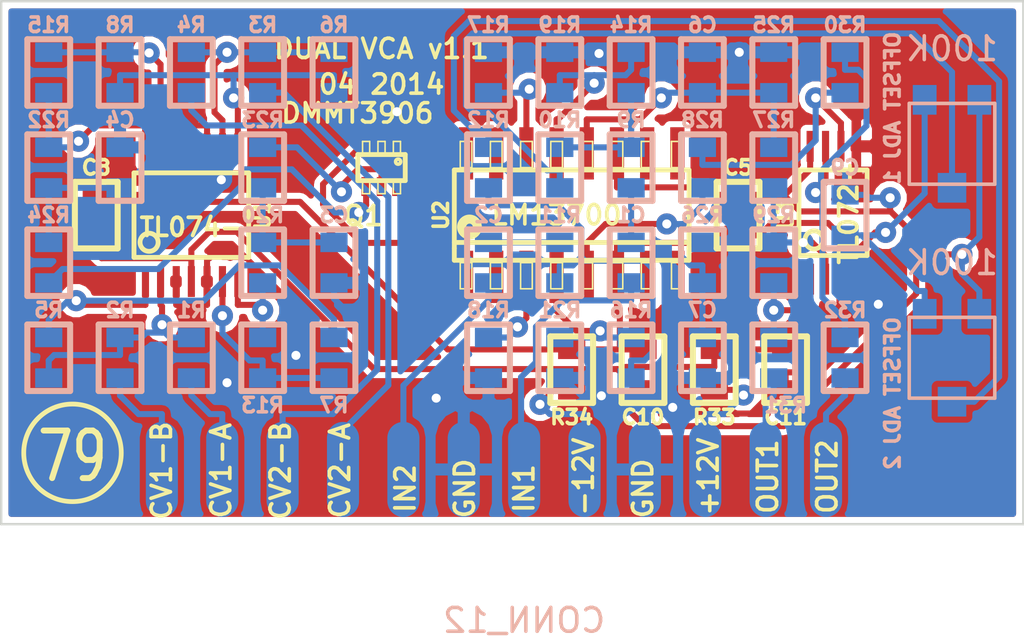
<source format=kicad_pcb>
(kicad_pcb (version 3) (host pcbnew "(2013-07-07 BZR 4022)-stable")

  (general
    (links 103)
    (no_connects 0)
    (area 53.949999 100.949999 97.050001 127.8282)
    (thickness 1.6)
    (drawings 22)
    (tracks 547)
    (zones 0)
    (modules 52)
    (nets 44)
  )

  (page A3)
  (layers
    (15 F.Cu signal)
    (0 B.Cu signal)
    (16 B.Adhes user)
    (17 F.Adhes user)
    (18 B.Paste user)
    (19 F.Paste user)
    (20 B.SilkS user)
    (21 F.SilkS user)
    (22 B.Mask user)
    (23 F.Mask user)
    (24 Dwgs.User user)
    (25 Cmts.User user)
    (26 Eco1.User user)
    (27 Eco2.User user)
    (28 Edge.Cuts user)
  )

  (setup
    (last_trace_width 0.254)
    (trace_clearance 0.2032)
    (zone_clearance 0.254)
    (zone_45_only no)
    (trace_min 0.254)
    (segment_width 0.2)
    (edge_width 0.1)
    (via_size 0.889)
    (via_drill 0.381)
    (via_min_size 0.889)
    (via_min_drill 0.381)
    (uvia_size 0.508)
    (uvia_drill 0.127)
    (uvias_allowed no)
    (uvia_min_size 0.508)
    (uvia_min_drill 0.127)
    (pcb_text_width 0.3)
    (pcb_text_size 1.5 1.5)
    (mod_edge_width 0.15)
    (mod_text_size 1 1)
    (mod_text_width 0.15)
    (pad_size 1.5 1.5)
    (pad_drill 0.6)
    (pad_to_mask_clearance 0)
    (aux_axis_origin 0 0)
    (visible_elements 7FFF7F3F)
    (pcbplotparams
      (layerselection 284196865)
      (usegerberextensions true)
      (excludeedgelayer true)
      (linewidth 0.150000)
      (plotframeref false)
      (viasonmask false)
      (mode 1)
      (useauxorigin false)
      (hpglpennumber 1)
      (hpglpenspeed 20)
      (hpglpendiameter 15)
      (hpglpenoverlay 2)
      (psnegative false)
      (psa4output false)
      (plotreference true)
      (plotvalue false)
      (plotothertext true)
      (plotinvisibletext false)
      (padsonsilk false)
      (subtractmaskfromsilk true)
      (outputformat 1)
      (mirror false)
      (drillshape 0)
      (scaleselection 1)
      (outputdirectory Gerbers/Updated/))
  )

  (net 0 "")
  (net 1 +12V)
  (net 2 -12V)
  (net 3 CV1A)
  (net 4 CV1B)
  (net 5 CV2A)
  (net 6 CV2B)
  (net 7 GND)
  (net 8 IN1)
  (net 9 IN2)
  (net 10 N-000001)
  (net 11 N-0000010)
  (net 12 N-0000011)
  (net 13 N-0000012)
  (net 14 N-0000013)
  (net 15 N-0000015)
  (net 16 N-0000017)
  (net 17 N-0000018)
  (net 18 N-0000019)
  (net 19 N-000002)
  (net 20 N-0000020)
  (net 21 N-0000021)
  (net 22 N-0000022)
  (net 23 N-0000023)
  (net 24 N-0000024)
  (net 25 N-0000025)
  (net 26 N-0000026)
  (net 27 N-0000028)
  (net 28 N-0000029)
  (net 29 N-000003)
  (net 30 N-0000030)
  (net 31 N-0000031)
  (net 32 N-0000032)
  (net 33 N-0000033)
  (net 34 N-0000034)
  (net 35 N-0000035)
  (net 36 N-000004)
  (net 37 N-000005)
  (net 38 N-000006)
  (net 39 N-000007)
  (net 40 N-000008)
  (net 41 N-000009)
  (net 42 OUT1)
  (net 43 OUT2)

  (net_class Default "This is the default net class."
    (clearance 0.2032)
    (trace_width 0.254)
    (via_dia 0.889)
    (via_drill 0.381)
    (uvia_dia 0.508)
    (uvia_drill 0.127)
    (add_net "")
    (add_net +12V)
    (add_net -12V)
    (add_net CV1A)
    (add_net CV1B)
    (add_net CV2A)
    (add_net CV2B)
    (add_net GND)
    (add_net IN1)
    (add_net IN2)
    (add_net N-000001)
    (add_net N-0000010)
    (add_net N-0000011)
    (add_net N-0000012)
    (add_net N-0000013)
    (add_net N-0000015)
    (add_net N-0000017)
    (add_net N-0000018)
    (add_net N-0000019)
    (add_net N-000002)
    (add_net N-0000020)
    (add_net N-0000021)
    (add_net N-0000022)
    (add_net N-0000023)
    (add_net N-0000024)
    (add_net N-0000025)
    (add_net N-0000026)
    (add_net N-0000028)
    (add_net N-0000029)
    (add_net N-000003)
    (add_net N-0000030)
    (add_net N-0000031)
    (add_net N-0000032)
    (add_net N-0000033)
    (add_net N-0000034)
    (add_net N-0000035)
    (add_net N-000004)
    (add_net N-000005)
    (add_net N-000006)
    (add_net N-000007)
    (add_net N-000008)
    (add_net N-000009)
    (add_net OUT1)
    (add_net OUT2)
  )

  (module TSSOP8-JRL (layer F.Cu) (tedit 5313661D) (tstamp 530FAD13)
    (at 89 110)
    (path /530EABE8)
    (attr smd)
    (fp_text reference U3 (at -2 0 90) (layer F.SilkS)
      (effects (font (size 0.6096 0.6096) (thickness 0.1524)))
    )
    (fp_text value TL072- (at 0.65 -0.1 90) (layer F.SilkS)
      (effects (font (size 0.762 0.762) (thickness 0.16002)))
    )
    (fp_line (start -1.43 -1.9) (end 1.43 -1.9) (layer F.SilkS) (width 0.2))
    (fp_line (start 1.43 -1.9) (end 1.43 1.7) (layer F.SilkS) (width 0.2))
    (fp_line (start 1.43 1.7) (end -1.43 1.7) (layer F.SilkS) (width 0.2))
    (fp_line (start -1.438 1.678) (end -1.438 -1.878) (layer F.SilkS) (width 0.2))
    (fp_circle (center -0.803 1.043) (end -1.184 1.043) (layer F.SilkS) (width 0.2))
    (pad 1 smd rect (at -0.9554 2.694) (size 0.29972 1.30048)
      (layers F.Cu F.Paste F.Mask)
      (net 27 N-0000028)
    )
    (pad 2 smd rect (at -0.3204 2.694) (size 0.29972 1.30048)
      (layers F.Cu F.Paste F.Mask)
      (net 28 N-0000029)
    )
    (pad 3 smd rect (at 0.34 2.694) (size 0.29972 1.30048)
      (layers F.Cu F.Paste F.Mask)
      (net 7 GND)
    )
    (pad 4 smd rect (at 0.975 2.694) (size 0.29972 1.30048)
      (layers F.Cu F.Paste F.Mask)
      (net 2 -12V)
    )
    (pad 5 smd rect (at 0.975 -2.894) (size 0.29972 1.30048)
      (layers F.Cu F.Paste F.Mask)
      (net 7 GND)
    )
    (pad 6 smd rect (at 0.3273 -2.894) (size 0.29972 1.30048)
      (layers F.Cu F.Paste F.Mask)
      (net 17 N-0000018)
    )
    (pad 7 smd rect (at -0.3204 -2.894) (size 0.29972 1.30048)
      (layers F.Cu F.Paste F.Mask)
      (net 37 N-000005)
    )
    (pad 8 smd rect (at -0.9681 -2.894) (size 0.29972 1.30048)
      (layers F.Cu F.Paste F.Mask)
      (net 1 +12V)
    )
    (model smd\smd_dil\tssop-14.wrl
      (at (xyz 0 0 0))
      (scale (xyz 1 1 1))
      (rotate (xyz 0 0 0))
    )
  )

  (module SO16-JRL (layer F.Cu) (tedit 5313661F) (tstamp 530FAD9E)
    (at 78 110)
    (descr "SMALL OUTLINE INTEGRATED CIRCUIT")
    (tags "SMALL OUTLINE INTEGRATED CIRCUIT")
    (path /530EAD26)
    (attr smd)
    (fp_text reference U2 (at -5.5 0 90) (layer F.SilkS)
      (effects (font (size 0.6096 0.6096) (thickness 0.1524)))
    )
    (fp_text value LM13700 (at -0.635 0) (layer F.SilkS)
      (effects (font (size 0.8128 0.8128) (thickness 0.1524)))
    )
    (fp_circle (center -4.3 0.5) (end -4.2 0.6) (layer F.SilkS) (width 0.381))
    (fp_line (start -4.68884 3.0988) (end -4.19862 3.0988) (layer F.SilkS) (width 0.06604))
    (fp_line (start -4.19862 3.0988) (end -4.19862 1.99898) (layer F.SilkS) (width 0.06604))
    (fp_line (start -4.68884 1.99898) (end -4.19862 1.99898) (layer F.SilkS) (width 0.06604))
    (fp_line (start -4.68884 3.0988) (end -4.68884 1.99898) (layer F.SilkS) (width 0.06604))
    (fp_line (start -3.41884 3.0988) (end -2.92862 3.0988) (layer F.SilkS) (width 0.06604))
    (fp_line (start -2.92862 3.0988) (end -2.92862 1.99898) (layer F.SilkS) (width 0.06604))
    (fp_line (start -3.41884 1.99898) (end -2.92862 1.99898) (layer F.SilkS) (width 0.06604))
    (fp_line (start -3.41884 3.0988) (end -3.41884 1.99898) (layer F.SilkS) (width 0.06604))
    (fp_line (start -2.14884 3.0988) (end -1.65862 3.0988) (layer F.SilkS) (width 0.06604))
    (fp_line (start -1.65862 3.0988) (end -1.65862 1.99898) (layer F.SilkS) (width 0.06604))
    (fp_line (start -2.14884 1.99898) (end -1.65862 1.99898) (layer F.SilkS) (width 0.06604))
    (fp_line (start -2.14884 3.0988) (end -2.14884 1.99898) (layer F.SilkS) (width 0.06604))
    (fp_line (start -0.87884 3.0988) (end -0.38862 3.0988) (layer F.SilkS) (width 0.06604))
    (fp_line (start -0.38862 3.0988) (end -0.38862 1.99898) (layer F.SilkS) (width 0.06604))
    (fp_line (start -0.87884 1.99898) (end -0.38862 1.99898) (layer F.SilkS) (width 0.06604))
    (fp_line (start -0.87884 3.0988) (end -0.87884 1.99898) (layer F.SilkS) (width 0.06604))
    (fp_line (start 1.65862 -1.99898) (end 2.14884 -1.99898) (layer F.SilkS) (width 0.06604))
    (fp_line (start 2.14884 -1.99898) (end 2.14884 -3.0988) (layer F.SilkS) (width 0.06604))
    (fp_line (start 1.65862 -3.0988) (end 2.14884 -3.0988) (layer F.SilkS) (width 0.06604))
    (fp_line (start 1.65862 -1.99898) (end 1.65862 -3.0988) (layer F.SilkS) (width 0.06604))
    (fp_line (start 0.38862 -1.99898) (end 0.87884 -1.99898) (layer F.SilkS) (width 0.06604))
    (fp_line (start 0.87884 -1.99898) (end 0.87884 -3.0988) (layer F.SilkS) (width 0.06604))
    (fp_line (start 0.38862 -3.0988) (end 0.87884 -3.0988) (layer F.SilkS) (width 0.06604))
    (fp_line (start 0.38862 -1.99898) (end 0.38862 -3.0988) (layer F.SilkS) (width 0.06604))
    (fp_line (start -0.87884 -1.99898) (end -0.38862 -1.99898) (layer F.SilkS) (width 0.06604))
    (fp_line (start -0.38862 -1.99898) (end -0.38862 -3.0988) (layer F.SilkS) (width 0.06604))
    (fp_line (start -0.87884 -3.0988) (end -0.38862 -3.0988) (layer F.SilkS) (width 0.06604))
    (fp_line (start -0.87884 -1.99898) (end -0.87884 -3.0988) (layer F.SilkS) (width 0.06604))
    (fp_line (start -2.14884 -1.99898) (end -1.65862 -1.99898) (layer F.SilkS) (width 0.06604))
    (fp_line (start -1.65862 -1.99898) (end -1.65862 -3.0988) (layer F.SilkS) (width 0.06604))
    (fp_line (start -2.14884 -3.0988) (end -1.65862 -3.0988) (layer F.SilkS) (width 0.06604))
    (fp_line (start -2.14884 -1.99898) (end -2.14884 -3.0988) (layer F.SilkS) (width 0.06604))
    (fp_line (start 0.38862 3.0988) (end 0.87884 3.0988) (layer F.SilkS) (width 0.06604))
    (fp_line (start 0.87884 3.0988) (end 0.87884 1.99898) (layer F.SilkS) (width 0.06604))
    (fp_line (start 0.38862 1.99898) (end 0.87884 1.99898) (layer F.SilkS) (width 0.06604))
    (fp_line (start 0.38862 3.0988) (end 0.38862 1.99898) (layer F.SilkS) (width 0.06604))
    (fp_line (start 1.65862 3.0988) (end 2.14884 3.0988) (layer F.SilkS) (width 0.06604))
    (fp_line (start 2.14884 3.0988) (end 2.14884 1.99898) (layer F.SilkS) (width 0.06604))
    (fp_line (start 1.65862 1.99898) (end 2.14884 1.99898) (layer F.SilkS) (width 0.06604))
    (fp_line (start 1.65862 3.0988) (end 1.65862 1.99898) (layer F.SilkS) (width 0.06604))
    (fp_line (start 2.92862 3.0988) (end 3.41884 3.0988) (layer F.SilkS) (width 0.06604))
    (fp_line (start 3.41884 3.0988) (end 3.41884 1.99898) (layer F.SilkS) (width 0.06604))
    (fp_line (start 2.92862 1.99898) (end 3.41884 1.99898) (layer F.SilkS) (width 0.06604))
    (fp_line (start 2.92862 3.0988) (end 2.92862 1.99898) (layer F.SilkS) (width 0.06604))
    (fp_line (start 4.19862 3.0988) (end 4.68884 3.0988) (layer F.SilkS) (width 0.06604))
    (fp_line (start 4.68884 3.0988) (end 4.68884 1.99898) (layer F.SilkS) (width 0.06604))
    (fp_line (start 4.19862 1.99898) (end 4.68884 1.99898) (layer F.SilkS) (width 0.06604))
    (fp_line (start 4.19862 3.0988) (end 4.19862 1.99898) (layer F.SilkS) (width 0.06604))
    (fp_line (start 4.19862 -1.99898) (end 4.68884 -1.99898) (layer F.SilkS) (width 0.06604))
    (fp_line (start 4.68884 -1.99898) (end 4.68884 -3.0988) (layer F.SilkS) (width 0.06604))
    (fp_line (start 4.19862 -3.0988) (end 4.68884 -3.0988) (layer F.SilkS) (width 0.06604))
    (fp_line (start 4.19862 -1.99898) (end 4.19862 -3.0988) (layer F.SilkS) (width 0.06604))
    (fp_line (start 2.92862 -1.99898) (end 3.41884 -1.99898) (layer F.SilkS) (width 0.06604))
    (fp_line (start 3.41884 -1.99898) (end 3.41884 -3.0988) (layer F.SilkS) (width 0.06604))
    (fp_line (start 2.92862 -3.0988) (end 3.41884 -3.0988) (layer F.SilkS) (width 0.06604))
    (fp_line (start 2.92862 -1.99898) (end 2.92862 -3.0988) (layer F.SilkS) (width 0.06604))
    (fp_line (start -3.41884 -1.99898) (end -2.92862 -1.99898) (layer F.SilkS) (width 0.06604))
    (fp_line (start -2.92862 -1.99898) (end -2.92862 -3.0988) (layer F.SilkS) (width 0.06604))
    (fp_line (start -3.41884 -3.0988) (end -2.92862 -3.0988) (layer F.SilkS) (width 0.06604))
    (fp_line (start -3.41884 -1.99898) (end -3.41884 -3.0988) (layer F.SilkS) (width 0.06604))
    (fp_line (start -4.68884 -1.99898) (end -4.19862 -1.99898) (layer F.SilkS) (width 0.06604))
    (fp_line (start -4.19862 -1.99898) (end -4.19862 -3.0988) (layer F.SilkS) (width 0.06604))
    (fp_line (start -4.68884 -3.0988) (end -4.19862 -3.0988) (layer F.SilkS) (width 0.06604))
    (fp_line (start -4.68884 -1.99898) (end -4.68884 -3.0988) (layer F.SilkS) (width 0.06604))
    (fp_line (start 4.93776 1.89992) (end -4.93776 1.89992) (layer F.SilkS) (width 0.2032))
    (fp_line (start -4.93776 1.89992) (end -4.93776 1.39954) (layer F.SilkS) (width 0.2032))
    (fp_line (start -4.93776 1.39954) (end -4.93776 -1.89992) (layer F.SilkS) (width 0.2032))
    (fp_line (start -4.93776 -1.89992) (end 4.93776 -1.89992) (layer F.SilkS) (width 0.2032))
    (fp_line (start 4.93776 1.14954) (end -4.93776 1.14954) (layer F.SilkS) (width 0.2032))
    (fp_line (start 4.93776 -1.89992) (end 4.93776 1.39954) (layer F.SilkS) (width 0.2032))
    (fp_line (start 4.93776 1.39954) (end 4.93776 1.89992) (layer F.SilkS) (width 0.2032))
    (pad 1 smd rect (at -4.445 2.59842) (size 0.59944 2.19964)
      (layers F.Cu F.Paste F.Mask)
      (net 24 N-0000024)
    )
    (pad 2 smd rect (at -3.175 2.59842) (size 0.59944 2.19964)
      (layers F.Cu F.Paste F.Mask)
    )
    (pad 3 smd rect (at -1.905 2.59842) (size 0.59944 2.19964)
      (layers F.Cu F.Paste F.Mask)
      (net 14 N-0000013)
    )
    (pad 4 smd rect (at -0.635 2.59842) (size 0.59944 2.19964)
      (layers F.Cu F.Paste F.Mask)
      (net 13 N-0000012)
    )
    (pad 5 smd rect (at 0.635 2.59842) (size 0.59944 2.19964)
      (layers F.Cu F.Paste F.Mask)
      (net 18 N-0000019)
    )
    (pad 6 smd rect (at 1.905 2.59842) (size 0.59944 2.19964)
      (layers F.Cu F.Paste F.Mask)
      (net 2 -12V)
    )
    (pad 7 smd rect (at 3.175 2.59842) (size 0.59944 2.19964)
      (layers F.Cu F.Paste F.Mask)
    )
    (pad 8 smd rect (at 4.445 2.59842) (size 0.59944 2.19964)
      (layers F.Cu F.Paste F.Mask)
    )
    (pad 9 smd rect (at 4.445 -2.59842) (size 0.59944 2.19964)
      (layers F.Cu F.Paste F.Mask)
    )
    (pad 10 smd rect (at 3.175 -2.59842) (size 0.59944 2.19964)
      (layers F.Cu F.Paste F.Mask)
    )
    (pad 11 smd rect (at 1.905 -2.59842) (size 0.59944 2.19964)
      (layers F.Cu F.Paste F.Mask)
      (net 1 +12V)
    )
    (pad 12 smd rect (at 0.635 -2.59842) (size 0.59944 2.19964)
      (layers F.Cu F.Paste F.Mask)
      (net 30 N-0000030)
    )
    (pad 13 smd rect (at -0.635 -2.59842) (size 0.59944 2.19964)
      (layers F.Cu F.Paste F.Mask)
      (net 38 N-000006)
    )
    (pad 14 smd rect (at -1.905 -2.59842) (size 0.59944 2.19964)
      (layers F.Cu F.Paste F.Mask)
      (net 41 N-000009)
    )
    (pad 15 smd rect (at -3.175 -2.59842) (size 0.59944 2.19964)
      (layers F.Cu F.Paste F.Mask)
    )
    (pad 16 smd rect (at -4.445 -2.59842) (size 0.59944 2.19964)
      (layers F.Cu F.Paste F.Mask)
      (net 26 N-0000026)
    )
  )

  (module SM0603-JRL (layer B.Cu) (tedit 53136791) (tstamp 5310090E)
    (at 77.5 108 90)
    (path /530EC17E)
    (attr smd)
    (fp_text reference R10 (at 2 0 180) (layer B.SilkS)
      (effects (font (size 0.6096 0.6096) (thickness 0.1524)) (justify mirror))
    )
    (fp_text value 2.2M (at 0 0 90) (layer B.SilkS) hide
      (effects (font (size 0.508 0.4572) (thickness 0.1143)) (justify mirror))
    )
    (fp_line (start -1.4 -0.9) (end 1.4 -0.9) (layer B.SilkS) (width 0.254))
    (fp_line (start 1.4 -0.9) (end 1.4 0.9) (layer B.SilkS) (width 0.254))
    (fp_line (start 1.4 0.9) (end -1.4 0.9) (layer B.SilkS) (width 0.254))
    (fp_line (start -1.4 0.9) (end -1.4 -0.9) (layer B.SilkS) (width 0.254))
    (pad 1 smd rect (at -0.8509 0 90) (size 0.8128 1.143)
      (layers B.Cu B.Paste B.Mask)
      (net 39 N-000007)
    )
    (pad 2 smd rect (at 0.8509 0 90) (size 0.8128 1.143)
      (layers B.Cu B.Paste B.Mask)
      (net 40 N-000008)
    )
    (model smd\resistors\R0603.wrl
      (at (xyz 0 0 0.001))
      (scale (xyz 0.5 0.5 0.5))
      (rotate (xyz 0 0 0))
    )
  )

  (module SM0603-JRL (layer B.Cu) (tedit 53136779) (tstamp 530FB388)
    (at 65 112 90)
    (path /530EC203)
    (attr smd)
    (fp_text reference R20 (at 2 0 180) (layer B.SilkS)
      (effects (font (size 0.6096 0.6096) (thickness 0.1524)) (justify mirror))
    )
    (fp_text value 10K (at 0 0 90) (layer B.SilkS) hide
      (effects (font (size 0.508 0.4572) (thickness 0.1143)) (justify mirror))
    )
    (fp_line (start -1.4 -0.9) (end 1.4 -0.9) (layer B.SilkS) (width 0.254))
    (fp_line (start 1.4 -0.9) (end 1.4 0.9) (layer B.SilkS) (width 0.254))
    (fp_line (start 1.4 0.9) (end -1.4 0.9) (layer B.SilkS) (width 0.254))
    (fp_line (start -1.4 0.9) (end -1.4 -0.9) (layer B.SilkS) (width 0.254))
    (pad 1 smd rect (at -0.8509 0 90) (size 0.8128 1.143)
      (layers B.Cu B.Paste B.Mask)
      (net 35 N-0000035)
    )
    (pad 2 smd rect (at 0.8509 0 90) (size 0.8128 1.143)
      (layers B.Cu B.Paste B.Mask)
      (net 22 N-0000022)
    )
    (model smd\resistors\R0603.wrl
      (at (xyz 0 0 0.001))
      (scale (xyz 0.5 0.5 0.5))
      (rotate (xyz 0 0 0))
    )
  )

  (module SM0603-JRL (layer B.Cu) (tedit 5313677A) (tstamp 530FADBC)
    (at 68 112 270)
    (path /530EC1F6)
    (attr smd)
    (fp_text reference C3 (at -2 0 360) (layer B.SilkS)
      (effects (font (size 0.6096 0.6096) (thickness 0.1524)) (justify mirror))
    )
    (fp_text value 0.1μ (at 0 0 270) (layer B.SilkS) hide
      (effects (font (size 0.508 0.4572) (thickness 0.1143)) (justify mirror))
    )
    (fp_line (start -1.4 -0.9) (end 1.4 -0.9) (layer B.SilkS) (width 0.254))
    (fp_line (start 1.4 -0.9) (end 1.4 0.9) (layer B.SilkS) (width 0.254))
    (fp_line (start 1.4 0.9) (end -1.4 0.9) (layer B.SilkS) (width 0.254))
    (fp_line (start -1.4 0.9) (end -1.4 -0.9) (layer B.SilkS) (width 0.254))
    (pad 1 smd rect (at -0.8509 0 270) (size 0.8128 1.143)
      (layers B.Cu B.Paste B.Mask)
      (net 22 N-0000022)
    )
    (pad 2 smd rect (at 0.8509 0 270) (size 0.8128 1.143)
      (layers B.Cu B.Paste B.Mask)
      (net 7 GND)
    )
    (model smd\resistors\R0603.wrl
      (at (xyz 0 0 0.001))
      (scale (xyz 0.5 0.5 0.5))
      (rotate (xyz 0 0 0))
    )
  )

  (module SM0603-JRL (layer B.Cu) (tedit 53136765) (tstamp 530FADC6)
    (at 65 108 90)
    (path /530EC1F0)
    (attr smd)
    (fp_text reference R23 (at 2 0 180) (layer B.SilkS)
      (effects (font (size 0.6096 0.6096) (thickness 0.1524)) (justify mirror))
    )
    (fp_text value 22K (at 0 0 90) (layer B.SilkS) hide
      (effects (font (size 0.508 0.4572) (thickness 0.1143)) (justify mirror))
    )
    (fp_line (start -1.4 -0.9) (end 1.4 -0.9) (layer B.SilkS) (width 0.254))
    (fp_line (start 1.4 -0.9) (end 1.4 0.9) (layer B.SilkS) (width 0.254))
    (fp_line (start 1.4 0.9) (end -1.4 0.9) (layer B.SilkS) (width 0.254))
    (fp_line (start -1.4 0.9) (end -1.4 -0.9) (layer B.SilkS) (width 0.254))
    (pad 1 smd rect (at -0.8509 0 90) (size 0.8128 1.143)
      (layers B.Cu B.Paste B.Mask)
      (net 22 N-0000022)
    )
    (pad 2 smd rect (at 0.8509 0 90) (size 0.8128 1.143)
      (layers B.Cu B.Paste B.Mask)
      (net 23 N-0000023)
    )
    (model smd\resistors\R0603.wrl
      (at (xyz 0 0 0.001))
      (scale (xyz 0.5 0.5 0.5))
      (rotate (xyz 0 0 0))
    )
  )

  (module SM0603-JRL (layer B.Cu) (tedit 531367BE) (tstamp 530FADD0)
    (at 86.5 116 270)
    (path /530EC1E0)
    (attr smd)
    (fp_text reference R31 (at 2 -0.5 360) (layer B.SilkS)
      (effects (font (size 0.6096 0.6096) (thickness 0.1524)) (justify mirror))
    )
    (fp_text value 1K (at 0 0 270) (layer B.SilkS) hide
      (effects (font (size 0.508 0.4572) (thickness 0.1143)) (justify mirror))
    )
    (fp_line (start -1.4 -0.9) (end 1.4 -0.9) (layer B.SilkS) (width 0.254))
    (fp_line (start 1.4 -0.9) (end 1.4 0.9) (layer B.SilkS) (width 0.254))
    (fp_line (start 1.4 0.9) (end -1.4 0.9) (layer B.SilkS) (width 0.254))
    (fp_line (start -1.4 0.9) (end -1.4 -0.9) (layer B.SilkS) (width 0.254))
    (pad 1 smd rect (at -0.8509 0 270) (size 0.8128 1.143)
      (layers B.Cu B.Paste B.Mask)
      (net 27 N-0000028)
    )
    (pad 2 smd rect (at 0.8509 0 270) (size 0.8128 1.143)
      (layers B.Cu B.Paste B.Mask)
      (net 42 OUT1)
    )
    (model smd\resistors\R0603.wrl
      (at (xyz 0 0 0.001))
      (scale (xyz 0.5 0.5 0.5))
      (rotate (xyz 0 0 0))
    )
  )

  (module SM0603-JRL (layer B.Cu) (tedit 531367A6) (tstamp 530FADDA)
    (at 86.5 112 270)
    (path /530EC1CB)
    (attr smd)
    (fp_text reference R29 (at -2 0 360) (layer B.SilkS)
      (effects (font (size 0.6096 0.6096) (thickness 0.1524)) (justify mirror))
    )
    (fp_text value 100K (at 0 0 270) (layer B.SilkS) hide
      (effects (font (size 0.508 0.4572) (thickness 0.1143)) (justify mirror))
    )
    (fp_line (start -1.4 -0.9) (end 1.4 -0.9) (layer B.SilkS) (width 0.254))
    (fp_line (start 1.4 -0.9) (end 1.4 0.9) (layer B.SilkS) (width 0.254))
    (fp_line (start 1.4 0.9) (end -1.4 0.9) (layer B.SilkS) (width 0.254))
    (fp_line (start -1.4 0.9) (end -1.4 -0.9) (layer B.SilkS) (width 0.254))
    (pad 1 smd rect (at -0.8509 0 270) (size 0.8128 1.143)
      (layers B.Cu B.Paste B.Mask)
      (net 28 N-0000029)
    )
    (pad 2 smd rect (at 0.8509 0 270) (size 0.8128 1.143)
      (layers B.Cu B.Paste B.Mask)
      (net 27 N-0000028)
    )
    (model smd\resistors\R0603.wrl
      (at (xyz 0 0 0.001))
      (scale (xyz 0.5 0.5 0.5))
      (rotate (xyz 0 0 0))
    )
  )

  (module SM0603-JRL (layer B.Cu) (tedit 5313678B) (tstamp 530FADE4)
    (at 86.5 104 90)
    (path /530EC1B5)
    (attr smd)
    (fp_text reference R25 (at 2 0 180) (layer B.SilkS)
      (effects (font (size 0.6096 0.6096) (thickness 0.1524)) (justify mirror))
    )
    (fp_text value 47K (at 0 0 90) (layer B.SilkS) hide
      (effects (font (size 0.508 0.4572) (thickness 0.1143)) (justify mirror))
    )
    (fp_line (start -1.4 -0.9) (end 1.4 -0.9) (layer B.SilkS) (width 0.254))
    (fp_line (start 1.4 -0.9) (end 1.4 0.9) (layer B.SilkS) (width 0.254))
    (fp_line (start 1.4 0.9) (end -1.4 0.9) (layer B.SilkS) (width 0.254))
    (fp_line (start -1.4 0.9) (end -1.4 -0.9) (layer B.SilkS) (width 0.254))
    (pad 1 smd rect (at -0.8509 0 90) (size 0.8128 1.143)
      (layers B.Cu B.Paste B.Mask)
      (net 30 N-0000030)
    )
    (pad 2 smd rect (at 0.8509 0 90) (size 0.8128 1.143)
      (layers B.Cu B.Paste B.Mask)
      (net 7 GND)
    )
    (model smd\resistors\R0603.wrl
      (at (xyz 0 0 0.001))
      (scale (xyz 0.5 0.5 0.5))
      (rotate (xyz 0 0 0))
    )
  )

  (module SM0603-JRL (layer B.Cu) (tedit 53136788) (tstamp 530FADEE)
    (at 83.5 104 90)
    (path /530EC1AF)
    (attr smd)
    (fp_text reference C6 (at 2 0 180) (layer B.SilkS)
      (effects (font (size 0.6096 0.6096) (thickness 0.1524)) (justify mirror))
    )
    (fp_text value 47p (at 0 0 90) (layer B.SilkS) hide
      (effects (font (size 0.508 0.4572) (thickness 0.1143)) (justify mirror))
    )
    (fp_line (start -1.4 -0.9) (end 1.4 -0.9) (layer B.SilkS) (width 0.254))
    (fp_line (start 1.4 -0.9) (end 1.4 0.9) (layer B.SilkS) (width 0.254))
    (fp_line (start 1.4 0.9) (end -1.4 0.9) (layer B.SilkS) (width 0.254))
    (fp_line (start -1.4 0.9) (end -1.4 -0.9) (layer B.SilkS) (width 0.254))
    (pad 1 smd rect (at -0.8509 0 90) (size 0.8128 1.143)
      (layers B.Cu B.Paste B.Mask)
      (net 30 N-0000030)
    )
    (pad 2 smd rect (at 0.8509 0 90) (size 0.8128 1.143)
      (layers B.Cu B.Paste B.Mask)
      (net 7 GND)
    )
    (model smd\resistors\R0603.wrl
      (at (xyz 0 0 0.001))
      (scale (xyz 0.5 0.5 0.5))
      (rotate (xyz 0 0 0))
    )
  )

  (module SM0603-JRL (layer B.Cu) (tedit 53136796) (tstamp 530FADF8)
    (at 86.5 108 270)
    (path /530EC19C)
    (attr smd)
    (fp_text reference R27 (at -2 0 360) (layer B.SilkS)
      (effects (font (size 0.6096 0.6096) (thickness 0.1524)) (justify mirror))
    )
    (fp_text value 100K (at 0 0 270) (layer B.SilkS) hide
      (effects (font (size 0.508 0.4572) (thickness 0.1143)) (justify mirror))
    )
    (fp_line (start -1.4 -0.9) (end 1.4 -0.9) (layer B.SilkS) (width 0.254))
    (fp_line (start 1.4 -0.9) (end 1.4 0.9) (layer B.SilkS) (width 0.254))
    (fp_line (start 1.4 0.9) (end -1.4 0.9) (layer B.SilkS) (width 0.254))
    (fp_line (start -1.4 0.9) (end -1.4 -0.9) (layer B.SilkS) (width 0.254))
    (pad 1 smd rect (at -0.8509 0 270) (size 0.8128 1.143)
      (layers B.Cu B.Paste B.Mask)
      (net 30 N-0000030)
    )
    (pad 2 smd rect (at 0.8509 0 270) (size 0.8128 1.143)
      (layers B.Cu B.Paste B.Mask)
      (net 28 N-0000029)
    )
    (model smd\resistors\R0603.wrl
      (at (xyz 0 0 0.001))
      (scale (xyz 0.5 0.5 0.5))
      (rotate (xyz 0 0 0))
    )
  )

  (module SM0603-JRL (layer B.Cu) (tedit 5313676B) (tstamp 530FAE02)
    (at 56 116 90)
    (path /530EC247)
    (attr smd)
    (fp_text reference R5 (at 2 0 180) (layer B.SilkS)
      (effects (font (size 0.6096 0.6096) (thickness 0.1524)) (justify mirror))
    )
    (fp_text value 100K (at 0 0 90) (layer B.SilkS) hide
      (effects (font (size 0.508 0.4572) (thickness 0.1143)) (justify mirror))
    )
    (fp_line (start -1.4 -0.9) (end 1.4 -0.9) (layer B.SilkS) (width 0.254))
    (fp_line (start 1.4 -0.9) (end 1.4 0.9) (layer B.SilkS) (width 0.254))
    (fp_line (start 1.4 0.9) (end -1.4 0.9) (layer B.SilkS) (width 0.254))
    (fp_line (start -1.4 0.9) (end -1.4 -0.9) (layer B.SilkS) (width 0.254))
    (pad 1 smd rect (at -0.8509 0 90) (size 0.8128 1.143)
      (layers B.Cu B.Paste B.Mask)
      (net 32 N-0000032)
    )
    (pad 2 smd rect (at 0.8509 0 90) (size 0.8128 1.143)
      (layers B.Cu B.Paste B.Mask)
      (net 33 N-0000033)
    )
    (model smd\resistors\R0603.wrl
      (at (xyz 0 0 0.001))
      (scale (xyz 0.5 0.5 0.5))
      (rotate (xyz 0 0 0))
    )
  )

  (module SM0603-JRL (layer B.Cu) (tedit 53136793) (tstamp 530FAE0C)
    (at 80.5 108 90)
    (path /530EC16B)
    (attr smd)
    (fp_text reference R9 (at 2 0 180) (layer B.SilkS)
      (effects (font (size 0.6096 0.6096) (thickness 0.1524)) (justify mirror))
    )
    (fp_text value 82K (at 0 0 90) (layer B.SilkS) hide
      (effects (font (size 0.508 0.4572) (thickness 0.1143)) (justify mirror))
    )
    (fp_line (start -1.4 -0.9) (end 1.4 -0.9) (layer B.SilkS) (width 0.254))
    (fp_line (start 1.4 -0.9) (end 1.4 0.9) (layer B.SilkS) (width 0.254))
    (fp_line (start 1.4 0.9) (end -1.4 0.9) (layer B.SilkS) (width 0.254))
    (fp_line (start -1.4 0.9) (end -1.4 -0.9) (layer B.SilkS) (width 0.254))
    (pad 1 smd rect (at -0.8509 0 90) (size 0.8128 1.143)
      (layers B.Cu B.Paste B.Mask)
      (net 31 N-0000031)
    )
    (pad 2 smd rect (at 0.8509 0 90) (size 0.8128 1.143)
      (layers B.Cu B.Paste B.Mask)
      (net 40 N-000008)
    )
    (model smd\resistors\R0603.wrl
      (at (xyz 0 0 0.001))
      (scale (xyz 0.5 0.5 0.5))
      (rotate (xyz 0 0 0))
    )
  )

  (module SM0603-JRL (layer B.Cu) (tedit 53136786) (tstamp 530FAE16)
    (at 80.5 104 90)
    (path /530EC164)
    (attr smd)
    (fp_text reference R14 (at 2 0 180) (layer B.SilkS)
      (effects (font (size 0.6096 0.6096) (thickness 0.1524)) (justify mirror))
    )
    (fp_text value 4.7K (at 0 0 90) (layer B.SilkS) hide
      (effects (font (size 0.508 0.4572) (thickness 0.1143)) (justify mirror))
    )
    (fp_line (start -1.4 -0.9) (end 1.4 -0.9) (layer B.SilkS) (width 0.254))
    (fp_line (start 1.4 -0.9) (end 1.4 0.9) (layer B.SilkS) (width 0.254))
    (fp_line (start 1.4 0.9) (end -1.4 0.9) (layer B.SilkS) (width 0.254))
    (fp_line (start -1.4 0.9) (end -1.4 -0.9) (layer B.SilkS) (width 0.254))
    (pad 1 smd rect (at -0.8509 0 90) (size 0.8128 1.143)
      (layers B.Cu B.Paste B.Mask)
      (net 40 N-000008)
    )
    (pad 2 smd rect (at 0.8509 0 90) (size 0.8128 1.143)
      (layers B.Cu B.Paste B.Mask)
      (net 38 N-000006)
    )
    (model smd\resistors\R0603.wrl
      (at (xyz 0 0 0.001))
      (scale (xyz 0.5 0.5 0.5))
      (rotate (xyz 0 0 0))
    )
  )

  (module SM0603-JRL (layer B.Cu) (tedit 53136773) (tstamp 530FAE20)
    (at 65 116 90)
    (path /530EC20A)
    (attr smd)
    (fp_text reference R13 (at -2 0 180) (layer B.SilkS)
      (effects (font (size 0.6096 0.6096) (thickness 0.1524)) (justify mirror))
    )
    (fp_text value 100K (at 0 0 90) (layer B.SilkS) hide
      (effects (font (size 0.508 0.4572) (thickness 0.1143)) (justify mirror))
    )
    (fp_line (start -1.4 -0.9) (end 1.4 -0.9) (layer B.SilkS) (width 0.254))
    (fp_line (start 1.4 -0.9) (end 1.4 0.9) (layer B.SilkS) (width 0.254))
    (fp_line (start 1.4 0.9) (end -1.4 0.9) (layer B.SilkS) (width 0.254))
    (fp_line (start -1.4 0.9) (end -1.4 -0.9) (layer B.SilkS) (width 0.254))
    (pad 1 smd rect (at -0.8509 0 90) (size 0.8128 1.143)
      (layers B.Cu B.Paste B.Mask)
      (net 34 N-0000034)
    )
    (pad 2 smd rect (at 0.8509 0 90) (size 0.8128 1.143)
      (layers B.Cu B.Paste B.Mask)
      (net 35 N-0000035)
    )
    (model smd\resistors\R0603.wrl
      (at (xyz 0 0 0.001))
      (scale (xyz 0.5 0.5 0.5))
      (rotate (xyz 0 0 0))
    )
  )

  (module SM0603-JRL (layer B.Cu) (tedit 53136775) (tstamp 530FAE2A)
    (at 68 116 270)
    (path /530EC21E)
    (attr smd)
    (fp_text reference R7 (at 2 0 360) (layer B.SilkS)
      (effects (font (size 0.6096 0.6096) (thickness 0.1524)) (justify mirror))
    )
    (fp_text value 100K (at 0 0 270) (layer B.SilkS) hide
      (effects (font (size 0.508 0.4572) (thickness 0.1143)) (justify mirror))
    )
    (fp_line (start -1.4 -0.9) (end 1.4 -0.9) (layer B.SilkS) (width 0.254))
    (fp_line (start 1.4 -0.9) (end 1.4 0.9) (layer B.SilkS) (width 0.254))
    (fp_line (start 1.4 0.9) (end -1.4 0.9) (layer B.SilkS) (width 0.254))
    (fp_line (start -1.4 0.9) (end -1.4 -0.9) (layer B.SilkS) (width 0.254))
    (pad 1 smd rect (at -0.8509 0 270) (size 0.8128 1.143)
      (layers B.Cu B.Paste B.Mask)
      (net 33 N-0000033)
    )
    (pad 2 smd rect (at 0.8509 0 270) (size 0.8128 1.143)
      (layers B.Cu B.Paste B.Mask)
      (net 34 N-0000034)
    )
    (model smd\resistors\R0603.wrl
      (at (xyz 0 0 0.001))
      (scale (xyz 0.5 0.5 0.5))
      (rotate (xyz 0 0 0))
    )
  )

  (module SM0603-JRL (layer F.Cu) (tedit 531365EA) (tstamp 530FAE34)
    (at 85 110 270)
    (path /530F92AF)
    (attr smd)
    (fp_text reference C5 (at -2 0 360) (layer F.SilkS)
      (effects (font (size 0.6096 0.6096) (thickness 0.1524)))
    )
    (fp_text value 100n (at 0 0 270) (layer F.SilkS) hide
      (effects (font (size 0.508 0.4572) (thickness 0.1143)))
    )
    (fp_line (start -1.4 0.9) (end 1.4 0.9) (layer F.SilkS) (width 0.254))
    (fp_line (start 1.4 0.9) (end 1.4 -0.9) (layer F.SilkS) (width 0.254))
    (fp_line (start 1.4 -0.9) (end -1.4 -0.9) (layer F.SilkS) (width 0.254))
    (fp_line (start -1.4 -0.9) (end -1.4 0.9) (layer F.SilkS) (width 0.254))
    (pad 1 smd rect (at -0.8509 0 270) (size 0.8128 1.143)
      (layers F.Cu F.Paste F.Mask)
      (net 1 +12V)
    )
    (pad 2 smd rect (at 0.8509 0 270) (size 0.8128 1.143)
      (layers F.Cu F.Paste F.Mask)
      (net 2 -12V)
    )
    (model smd\resistors\R0603.wrl
      (at (xyz 0 0 0.001))
      (scale (xyz 0.5 0.5 0.5))
      (rotate (xyz 0 0 0))
    )
  )

  (module SM0603-JRL (layer B.Cu) (tedit 5313676E) (tstamp 530FAE3E)
    (at 62 116 90)
    (path /530EC24D)
    (attr smd)
    (fp_text reference R1 (at 2 0 180) (layer B.SilkS)
      (effects (font (size 0.6096 0.6096) (thickness 0.1524)) (justify mirror))
    )
    (fp_text value 100K (at 0 0 90) (layer B.SilkS) hide
      (effects (font (size 0.508 0.4572) (thickness 0.1143)) (justify mirror))
    )
    (fp_line (start -1.4 -0.9) (end 1.4 -0.9) (layer B.SilkS) (width 0.254))
    (fp_line (start 1.4 -0.9) (end 1.4 0.9) (layer B.SilkS) (width 0.254))
    (fp_line (start 1.4 0.9) (end -1.4 0.9) (layer B.SilkS) (width 0.254))
    (fp_line (start -1.4 0.9) (end -1.4 -0.9) (layer B.SilkS) (width 0.254))
    (pad 1 smd rect (at -0.8509 0 90) (size 0.8128 1.143)
      (layers B.Cu B.Paste B.Mask)
      (net 3 CV1A)
    )
    (pad 2 smd rect (at 0.8509 0 90) (size 0.8128 1.143)
      (layers B.Cu B.Paste B.Mask)
      (net 32 N-0000032)
    )
    (model smd\resistors\R0603.wrl
      (at (xyz 0 0 0.001))
      (scale (xyz 0.5 0.5 0.5))
      (rotate (xyz 0 0 0))
    )
  )

  (module SM0603-JRL (layer B.Cu) (tedit 5313676C) (tstamp 530FAE48)
    (at 59 116 90)
    (path /530EC253)
    (attr smd)
    (fp_text reference R2 (at 2 0 180) (layer B.SilkS)
      (effects (font (size 0.6096 0.6096) (thickness 0.1524)) (justify mirror))
    )
    (fp_text value 100K (at 0 0 90) (layer B.SilkS) hide
      (effects (font (size 0.508 0.4572) (thickness 0.1143)) (justify mirror))
    )
    (fp_line (start -1.4 -0.9) (end 1.4 -0.9) (layer B.SilkS) (width 0.254))
    (fp_line (start 1.4 -0.9) (end 1.4 0.9) (layer B.SilkS) (width 0.254))
    (fp_line (start 1.4 0.9) (end -1.4 0.9) (layer B.SilkS) (width 0.254))
    (fp_line (start -1.4 0.9) (end -1.4 -0.9) (layer B.SilkS) (width 0.254))
    (pad 1 smd rect (at -0.8509 0 90) (size 0.8128 1.143)
      (layers B.Cu B.Paste B.Mask)
      (net 4 CV1B)
    )
    (pad 2 smd rect (at 0.8509 0 90) (size 0.8128 1.143)
      (layers B.Cu B.Paste B.Mask)
      (net 32 N-0000032)
    )
    (model smd\resistors\R0603.wrl
      (at (xyz 0 0 0.001))
      (scale (xyz 0.5 0.5 0.5))
      (rotate (xyz 0 0 0))
    )
  )

  (module SM0603-JRL (layer F.Cu) (tedit 531365F5) (tstamp 530FAE52)
    (at 81 116.5 90)
    (path /530F7FD7)
    (attr smd)
    (fp_text reference C10 (at -2 0 180) (layer F.SilkS)
      (effects (font (size 0.6096 0.6096) (thickness 0.1524)))
    )
    (fp_text value 1μ (at 0 0 90) (layer F.SilkS) hide
      (effects (font (size 0.508 0.4572) (thickness 0.1143)))
    )
    (fp_line (start -1.4 0.9) (end 1.4 0.9) (layer F.SilkS) (width 0.254))
    (fp_line (start 1.4 0.9) (end 1.4 -0.9) (layer F.SilkS) (width 0.254))
    (fp_line (start 1.4 -0.9) (end -1.4 -0.9) (layer F.SilkS) (width 0.254))
    (fp_line (start -1.4 -0.9) (end -1.4 0.9) (layer F.SilkS) (width 0.254))
    (pad 1 smd rect (at -0.8509 0 90) (size 0.8128 1.143)
      (layers F.Cu F.Paste F.Mask)
      (net 7 GND)
    )
    (pad 2 smd rect (at 0.8509 0 90) (size 0.8128 1.143)
      (layers F.Cu F.Paste F.Mask)
      (net 2 -12V)
    )
    (model smd\resistors\R0603.wrl
      (at (xyz 0 0 0.001))
      (scale (xyz 0.5 0.5 0.5))
      (rotate (xyz 0 0 0))
    )
  )

  (module SM0603-JRL (layer F.Cu) (tedit 531365EE) (tstamp 53100C05)
    (at 87 116.5 270)
    (path /530F7FED)
    (attr smd)
    (fp_text reference C11 (at 2 0 360) (layer F.SilkS)
      (effects (font (size 0.6096 0.6096) (thickness 0.1524)))
    )
    (fp_text value 1μ (at 0 0 270) (layer F.SilkS) hide
      (effects (font (size 0.508 0.4572) (thickness 0.1143)))
    )
    (fp_line (start -1.4 0.9) (end 1.4 0.9) (layer F.SilkS) (width 0.254))
    (fp_line (start 1.4 0.9) (end 1.4 -0.9) (layer F.SilkS) (width 0.254))
    (fp_line (start 1.4 -0.9) (end -1.4 -0.9) (layer F.SilkS) (width 0.254))
    (fp_line (start -1.4 -0.9) (end -1.4 0.9) (layer F.SilkS) (width 0.254))
    (pad 1 smd rect (at -0.8509 0 270) (size 0.8128 1.143)
      (layers F.Cu F.Paste F.Mask)
      (net 1 +12V)
    )
    (pad 2 smd rect (at 0.8509 0 270) (size 0.8128 1.143)
      (layers F.Cu F.Paste F.Mask)
      (net 7 GND)
    )
    (model smd\resistors\R0603.wrl
      (at (xyz 0 0 0.001))
      (scale (xyz 0.5 0.5 0.5))
      (rotate (xyz 0 0 0))
    )
  )

  (module SM0603-JRL (layer F.Cu) (tedit 531365F1) (tstamp 530FAE66)
    (at 84 116.5 270)
    (path /530F8387)
    (attr smd)
    (fp_text reference R33 (at 2 0 360) (layer F.SilkS)
      (effects (font (size 0.6096 0.6096) (thickness 0.1524)))
    )
    (fp_text value 10 (at 0 0 270) (layer F.SilkS) hide
      (effects (font (size 0.508 0.4572) (thickness 0.1143)))
    )
    (fp_line (start -1.4 0.9) (end 1.4 0.9) (layer F.SilkS) (width 0.254))
    (fp_line (start 1.4 0.9) (end 1.4 -0.9) (layer F.SilkS) (width 0.254))
    (fp_line (start 1.4 -0.9) (end -1.4 -0.9) (layer F.SilkS) (width 0.254))
    (fp_line (start -1.4 -0.9) (end -1.4 0.9) (layer F.SilkS) (width 0.254))
    (pad 1 smd rect (at -0.8509 0 270) (size 0.8128 1.143)
      (layers F.Cu F.Paste F.Mask)
      (net 1 +12V)
    )
    (pad 2 smd rect (at 0.8509 0 270) (size 0.8128 1.143)
      (layers F.Cu F.Paste F.Mask)
      (net 16 N-0000017)
    )
    (model smd\resistors\R0603.wrl
      (at (xyz 0 0 0.001))
      (scale (xyz 0.5 0.5 0.5))
      (rotate (xyz 0 0 0))
    )
  )

  (module SM0603-JRL (layer F.Cu) (tedit 531365FD) (tstamp 530FAE70)
    (at 78 116.5 270)
    (path /530F842A)
    (attr smd)
    (fp_text reference R34 (at 2 0 360) (layer F.SilkS)
      (effects (font (size 0.6096 0.6096) (thickness 0.1524)))
    )
    (fp_text value 10 (at 0 0 270) (layer F.SilkS) hide
      (effects (font (size 0.508 0.4572) (thickness 0.1143)))
    )
    (fp_line (start -1.4 0.9) (end 1.4 0.9) (layer F.SilkS) (width 0.254))
    (fp_line (start 1.4 0.9) (end 1.4 -0.9) (layer F.SilkS) (width 0.254))
    (fp_line (start 1.4 -0.9) (end -1.4 -0.9) (layer F.SilkS) (width 0.254))
    (fp_line (start -1.4 -0.9) (end -1.4 0.9) (layer F.SilkS) (width 0.254))
    (pad 1 smd rect (at -0.8509 0 270) (size 0.8128 1.143)
      (layers F.Cu F.Paste F.Mask)
      (net 2 -12V)
    )
    (pad 2 smd rect (at 0.8509 0 270) (size 0.8128 1.143)
      (layers F.Cu F.Paste F.Mask)
      (net 15 N-0000015)
    )
    (model smd\resistors\R0603.wrl
      (at (xyz 0 0 0.001))
      (scale (xyz 0.5 0.5 0.5))
      (rotate (xyz 0 0 0))
    )
  )

  (module SM0603-JRL (layer B.Cu) (tedit 531367B5) (tstamp 530FAE7A)
    (at 89.5 110 270)
    (path /530F92A0)
    (attr smd)
    (fp_text reference C9 (at -2 0 360) (layer B.SilkS)
      (effects (font (size 0.6096 0.6096) (thickness 0.1524)) (justify mirror))
    )
    (fp_text value 100n (at 0 0 270) (layer B.SilkS) hide
      (effects (font (size 0.508 0.4572) (thickness 0.1143)) (justify mirror))
    )
    (fp_line (start -1.4 -0.9) (end 1.4 -0.9) (layer B.SilkS) (width 0.254))
    (fp_line (start 1.4 -0.9) (end 1.4 0.9) (layer B.SilkS) (width 0.254))
    (fp_line (start 1.4 0.9) (end -1.4 0.9) (layer B.SilkS) (width 0.254))
    (fp_line (start -1.4 0.9) (end -1.4 -0.9) (layer B.SilkS) (width 0.254))
    (pad 1 smd rect (at -0.8509 0 270) (size 0.8128 1.143)
      (layers B.Cu B.Paste B.Mask)
      (net 1 +12V)
    )
    (pad 2 smd rect (at 0.8509 0 270) (size 0.8128 1.143)
      (layers B.Cu B.Paste B.Mask)
      (net 2 -12V)
    )
    (model smd\resistors\R0603.wrl
      (at (xyz 0 0 0.001))
      (scale (xyz 0.5 0.5 0.5))
      (rotate (xyz 0 0 0))
    )
  )

  (module SM0603-JRL (layer F.Cu) (tedit 531365D5) (tstamp 530FAE84)
    (at 58 110 90)
    (path /530F92A9)
    (attr smd)
    (fp_text reference C8 (at 2 0 180) (layer F.SilkS)
      (effects (font (size 0.6096 0.6096) (thickness 0.1524)))
    )
    (fp_text value 100n (at 0 0 90) (layer F.SilkS) hide
      (effects (font (size 0.508 0.4572) (thickness 0.1143)))
    )
    (fp_line (start -1.4 0.9) (end 1.4 0.9) (layer F.SilkS) (width 0.254))
    (fp_line (start 1.4 0.9) (end 1.4 -0.9) (layer F.SilkS) (width 0.254))
    (fp_line (start 1.4 -0.9) (end -1.4 -0.9) (layer F.SilkS) (width 0.254))
    (fp_line (start -1.4 -0.9) (end -1.4 0.9) (layer F.SilkS) (width 0.254))
    (pad 1 smd rect (at -0.8509 0 90) (size 0.8128 1.143)
      (layers F.Cu F.Paste F.Mask)
      (net 1 +12V)
    )
    (pad 2 smd rect (at 0.8509 0 90) (size 0.8128 1.143)
      (layers F.Cu F.Paste F.Mask)
      (net 2 -12V)
    )
    (model smd\resistors\R0603.wrl
      (at (xyz 0 0 0.001))
      (scale (xyz 0.5 0.5 0.5))
      (rotate (xyz 0 0 0))
    )
  )

  (module SM0603-JRL (layer B.Cu) (tedit 5313679E) (tstamp 530FAE8E)
    (at 74.5 112 90)
    (path /530EABAC)
    (attr smd)
    (fp_text reference C2 (at 2 0 180) (layer B.SilkS)
      (effects (font (size 0.6096 0.6096) (thickness 0.1524)) (justify mirror))
    )
    (fp_text value 1μ (at 0 0 90) (layer B.SilkS) hide
      (effects (font (size 0.508 0.4572) (thickness 0.1143)) (justify mirror))
    )
    (fp_line (start -1.4 -0.9) (end 1.4 -0.9) (layer B.SilkS) (width 0.254))
    (fp_line (start 1.4 -0.9) (end 1.4 0.9) (layer B.SilkS) (width 0.254))
    (fp_line (start 1.4 0.9) (end -1.4 0.9) (layer B.SilkS) (width 0.254))
    (fp_line (start -1.4 0.9) (end -1.4 -0.9) (layer B.SilkS) (width 0.254))
    (pad 1 smd rect (at -0.8509 0 90) (size 0.8128 1.143)
      (layers B.Cu B.Paste B.Mask)
      (net 9 IN2)
    )
    (pad 2 smd rect (at 0.8509 0 90) (size 0.8128 1.143)
      (layers B.Cu B.Paste B.Mask)
      (net 20 N-0000020)
    )
    (model smd\resistors\R0603.wrl
      (at (xyz 0 0 0.001))
      (scale (xyz 0.5 0.5 0.5))
      (rotate (xyz 0 0 0))
    )
  )

  (module SM0603-JRL (layer B.Cu) (tedit 53136781) (tstamp 530FAE98)
    (at 74.5 104 90)
    (path /530EC154)
    (attr smd)
    (fp_text reference R17 (at 2 0 180) (layer B.SilkS)
      (effects (font (size 0.6096 0.6096) (thickness 0.1524)) (justify mirror))
    )
    (fp_text value 560 (at 0 0 90) (layer B.SilkS) hide
      (effects (font (size 0.508 0.4572) (thickness 0.1143)) (justify mirror))
    )
    (fp_line (start -1.4 -0.9) (end 1.4 -0.9) (layer B.SilkS) (width 0.254))
    (fp_line (start 1.4 -0.9) (end 1.4 0.9) (layer B.SilkS) (width 0.254))
    (fp_line (start 1.4 0.9) (end -1.4 0.9) (layer B.SilkS) (width 0.254))
    (fp_line (start -1.4 0.9) (end -1.4 -0.9) (layer B.SilkS) (width 0.254))
    (pad 1 smd rect (at -0.8509 0 90) (size 0.8128 1.143)
      (layers B.Cu B.Paste B.Mask)
      (net 41 N-000009)
    )
    (pad 2 smd rect (at 0.8509 0 90) (size 0.8128 1.143)
      (layers B.Cu B.Paste B.Mask)
      (net 7 GND)
    )
    (model smd\resistors\R0603.wrl
      (at (xyz 0 0 0.001))
      (scale (xyz 0.5 0.5 0.5))
      (rotate (xyz 0 0 0))
    )
  )

  (module SM0603-JRL (layer B.Cu) (tedit 531367C8) (tstamp 530FAEA2)
    (at 77.5 116 270)
    (path /530EAD79)
    (attr smd)
    (fp_text reference R21 (at -2 0 360) (layer B.SilkS)
      (effects (font (size 0.6096 0.6096) (thickness 0.1524)) (justify mirror))
    )
    (fp_text value 560 (at 0 0 270) (layer B.SilkS) hide
      (effects (font (size 0.508 0.4572) (thickness 0.1143)) (justify mirror))
    )
    (fp_line (start -1.4 -0.9) (end 1.4 -0.9) (layer B.SilkS) (width 0.254))
    (fp_line (start 1.4 -0.9) (end 1.4 0.9) (layer B.SilkS) (width 0.254))
    (fp_line (start 1.4 0.9) (end -1.4 0.9) (layer B.SilkS) (width 0.254))
    (fp_line (start -1.4 0.9) (end -1.4 -0.9) (layer B.SilkS) (width 0.254))
    (pad 1 smd rect (at -0.8509 0 270) (size 0.8128 1.143)
      (layers B.Cu B.Paste B.Mask)
      (net 13 N-0000012)
    )
    (pad 2 smd rect (at 0.8509 0 270) (size 0.8128 1.143)
      (layers B.Cu B.Paste B.Mask)
      (net 7 GND)
    )
    (model smd\resistors\R0603.wrl
      (at (xyz 0 0 0.001))
      (scale (xyz 0.5 0.5 0.5))
      (rotate (xyz 0 0 0))
    )
  )

  (module SM0603-JRL (layer B.Cu) (tedit 531367CB) (tstamp 530FAEAC)
    (at 74.5 116 270)
    (path /530EAD80)
    (attr smd)
    (fp_text reference R18 (at -2 0 360) (layer B.SilkS)
      (effects (font (size 0.6096 0.6096) (thickness 0.1524)) (justify mirror))
    )
    (fp_text value 560 (at 0 0 270) (layer B.SilkS) hide
      (effects (font (size 0.508 0.4572) (thickness 0.1143)) (justify mirror))
    )
    (fp_line (start -1.4 -0.9) (end 1.4 -0.9) (layer B.SilkS) (width 0.254))
    (fp_line (start 1.4 -0.9) (end 1.4 0.9) (layer B.SilkS) (width 0.254))
    (fp_line (start 1.4 0.9) (end -1.4 0.9) (layer B.SilkS) (width 0.254))
    (fp_line (start -1.4 0.9) (end -1.4 -0.9) (layer B.SilkS) (width 0.254))
    (pad 1 smd rect (at -0.8509 0 270) (size 0.8128 1.143)
      (layers B.Cu B.Paste B.Mask)
      (net 14 N-0000013)
    )
    (pad 2 smd rect (at 0.8509 0 270) (size 0.8128 1.143)
      (layers B.Cu B.Paste B.Mask)
      (net 7 GND)
    )
    (model smd\resistors\R0603.wrl
      (at (xyz 0 0 0.001))
      (scale (xyz 0.5 0.5 0.5))
      (rotate (xyz 0 0 0))
    )
  )

  (module SM0603-JRL (layer B.Cu) (tedit 531367C2) (tstamp 530FAEB6)
    (at 80.5 116 90)
    (path /530EAD99)
    (attr smd)
    (fp_text reference R16 (at 2 0 180) (layer B.SilkS)
      (effects (font (size 0.6096 0.6096) (thickness 0.1524)) (justify mirror))
    )
    (fp_text value 4.7K (at 0 0 90) (layer B.SilkS) hide
      (effects (font (size 0.508 0.4572) (thickness 0.1143)) (justify mirror))
    )
    (fp_line (start -1.4 -0.9) (end 1.4 -0.9) (layer B.SilkS) (width 0.254))
    (fp_line (start 1.4 -0.9) (end 1.4 0.9) (layer B.SilkS) (width 0.254))
    (fp_line (start 1.4 0.9) (end -1.4 0.9) (layer B.SilkS) (width 0.254))
    (fp_line (start -1.4 0.9) (end -1.4 -0.9) (layer B.SilkS) (width 0.254))
    (pad 1 smd rect (at -0.8509 0 90) (size 0.8128 1.143)
      (layers B.Cu B.Paste B.Mask)
      (net 12 N-0000011)
    )
    (pad 2 smd rect (at 0.8509 0 90) (size 0.8128 1.143)
      (layers B.Cu B.Paste B.Mask)
      (net 13 N-0000012)
    )
    (model smd\resistors\R0603.wrl
      (at (xyz 0 0 0.001))
      (scale (xyz 0.5 0.5 0.5))
      (rotate (xyz 0 0 0))
    )
  )

  (module SM0603-JRL (layer B.Cu) (tedit 5313679F) (tstamp 530FAEC0)
    (at 77.5 112 270)
    (path /530EADD8)
    (attr smd)
    (fp_text reference R11 (at -2 0 360) (layer B.SilkS)
      (effects (font (size 0.6096 0.6096) (thickness 0.1524)) (justify mirror))
    )
    (fp_text value 82K (at 0 0 270) (layer B.SilkS) hide
      (effects (font (size 0.508 0.4572) (thickness 0.1143)) (justify mirror))
    )
    (fp_line (start -1.4 -0.9) (end 1.4 -0.9) (layer B.SilkS) (width 0.254))
    (fp_line (start 1.4 -0.9) (end 1.4 0.9) (layer B.SilkS) (width 0.254))
    (fp_line (start 1.4 0.9) (end -1.4 0.9) (layer B.SilkS) (width 0.254))
    (fp_line (start -1.4 0.9) (end -1.4 -0.9) (layer B.SilkS) (width 0.254))
    (pad 1 smd rect (at -0.8509 0 270) (size 0.8128 1.143)
      (layers B.Cu B.Paste B.Mask)
      (net 20 N-0000020)
    )
    (pad 2 smd rect (at 0.8509 0 270) (size 0.8128 1.143)
      (layers B.Cu B.Paste B.Mask)
      (net 12 N-0000011)
    )
    (model smd\resistors\R0603.wrl
      (at (xyz 0 0 0.001))
      (scale (xyz 0.5 0.5 0.5))
      (rotate (xyz 0 0 0))
    )
  )

  (module SM0603-JRL (layer B.Cu) (tedit 5313678F) (tstamp 530FAECA)
    (at 74.5 108 270)
    (path /530EAE16)
    (attr smd)
    (fp_text reference R12 (at -2 0 360) (layer B.SilkS)
      (effects (font (size 0.6096 0.6096) (thickness 0.1524)) (justify mirror))
    )
    (fp_text value 2.2M (at 0 0 270) (layer B.SilkS) hide
      (effects (font (size 0.508 0.4572) (thickness 0.1143)) (justify mirror))
    )
    (fp_line (start -1.4 -0.9) (end 1.4 -0.9) (layer B.SilkS) (width 0.254))
    (fp_line (start 1.4 -0.9) (end 1.4 0.9) (layer B.SilkS) (width 0.254))
    (fp_line (start 1.4 0.9) (end -1.4 0.9) (layer B.SilkS) (width 0.254))
    (fp_line (start -1.4 0.9) (end -1.4 -0.9) (layer B.SilkS) (width 0.254))
    (pad 1 smd rect (at -0.8509 0 270) (size 0.8128 1.143)
      (layers B.Cu B.Paste B.Mask)
      (net 21 N-0000021)
    )
    (pad 2 smd rect (at 0.8509 0 270) (size 0.8128 1.143)
      (layers B.Cu B.Paste B.Mask)
      (net 12 N-0000011)
    )
    (model smd\resistors\R0603.wrl
      (at (xyz 0 0 0.001))
      (scale (xyz 0.5 0.5 0.5))
      (rotate (xyz 0 0 0))
    )
  )

  (module SM0603-JRL (layer B.Cu) (tedit 53136798) (tstamp 530FAED4)
    (at 83.5 108 90)
    (path /530EB0AC)
    (attr smd)
    (fp_text reference R28 (at 2 0 180) (layer B.SilkS)
      (effects (font (size 0.6096 0.6096) (thickness 0.1524)) (justify mirror))
    )
    (fp_text value 100K (at 0 0 90) (layer B.SilkS) hide
      (effects (font (size 0.508 0.4572) (thickness 0.1143)) (justify mirror))
    )
    (fp_line (start -1.4 -0.9) (end 1.4 -0.9) (layer B.SilkS) (width 0.254))
    (fp_line (start 1.4 -0.9) (end 1.4 0.9) (layer B.SilkS) (width 0.254))
    (fp_line (start 1.4 0.9) (end -1.4 0.9) (layer B.SilkS) (width 0.254))
    (fp_line (start -1.4 0.9) (end -1.4 -0.9) (layer B.SilkS) (width 0.254))
    (pad 1 smd rect (at -0.8509 0 90) (size 0.8128 1.143)
      (layers B.Cu B.Paste B.Mask)
      (net 18 N-0000019)
    )
    (pad 2 smd rect (at 0.8509 0 90) (size 0.8128 1.143)
      (layers B.Cu B.Paste B.Mask)
      (net 17 N-0000018)
    )
    (model smd\resistors\R0603.wrl
      (at (xyz 0 0 0.001))
      (scale (xyz 0.5 0.5 0.5))
      (rotate (xyz 0 0 0))
    )
  )

  (module SM0603-JRL (layer B.Cu) (tedit 531367C4) (tstamp 530FAEDE)
    (at 83.5 116 270)
    (path /530EB10D)
    (attr smd)
    (fp_text reference C7 (at -2 0 360) (layer B.SilkS)
      (effects (font (size 0.6096 0.6096) (thickness 0.1524)) (justify mirror))
    )
    (fp_text value 47p (at 0 0 270) (layer B.SilkS) hide
      (effects (font (size 0.508 0.4572) (thickness 0.1143)) (justify mirror))
    )
    (fp_line (start -1.4 -0.9) (end 1.4 -0.9) (layer B.SilkS) (width 0.254))
    (fp_line (start 1.4 -0.9) (end 1.4 0.9) (layer B.SilkS) (width 0.254))
    (fp_line (start 1.4 0.9) (end -1.4 0.9) (layer B.SilkS) (width 0.254))
    (fp_line (start -1.4 0.9) (end -1.4 -0.9) (layer B.SilkS) (width 0.254))
    (pad 1 smd rect (at -0.8509 0 270) (size 0.8128 1.143)
      (layers B.Cu B.Paste B.Mask)
      (net 18 N-0000019)
    )
    (pad 2 smd rect (at 0.8509 0 270) (size 0.8128 1.143)
      (layers B.Cu B.Paste B.Mask)
      (net 7 GND)
    )
    (model smd\resistors\R0603.wrl
      (at (xyz 0 0 0.001))
      (scale (xyz 0.5 0.5 0.5))
      (rotate (xyz 0 0 0))
    )
  )

  (module SM0603-JRL (layer B.Cu) (tedit 531367A8) (tstamp 530FAEE8)
    (at 83.5 112 90)
    (path /530EB11A)
    (attr smd)
    (fp_text reference R26 (at 2 0 180) (layer B.SilkS)
      (effects (font (size 0.6096 0.6096) (thickness 0.1524)) (justify mirror))
    )
    (fp_text value 47K (at 0 0 90) (layer B.SilkS) hide
      (effects (font (size 0.508 0.4572) (thickness 0.1143)) (justify mirror))
    )
    (fp_line (start -1.4 -0.9) (end 1.4 -0.9) (layer B.SilkS) (width 0.254))
    (fp_line (start 1.4 -0.9) (end 1.4 0.9) (layer B.SilkS) (width 0.254))
    (fp_line (start 1.4 0.9) (end -1.4 0.9) (layer B.SilkS) (width 0.254))
    (fp_line (start -1.4 0.9) (end -1.4 -0.9) (layer B.SilkS) (width 0.254))
    (pad 1 smd rect (at -0.8509 0 90) (size 0.8128 1.143)
      (layers B.Cu B.Paste B.Mask)
      (net 18 N-0000019)
    )
    (pad 2 smd rect (at 0.8509 0 90) (size 0.8128 1.143)
      (layers B.Cu B.Paste B.Mask)
      (net 7 GND)
    )
    (model smd\resistors\R0603.wrl
      (at (xyz 0 0 0.001))
      (scale (xyz 0.5 0.5 0.5))
      (rotate (xyz 0 0 0))
    )
  )

  (module SM0603-JRL (layer B.Cu) (tedit 5313678D) (tstamp 530FAEF2)
    (at 89.5 104 90)
    (path /530EB2E1)
    (attr smd)
    (fp_text reference R30 (at 2 0 180) (layer B.SilkS)
      (effects (font (size 0.6096 0.6096) (thickness 0.1524)) (justify mirror))
    )
    (fp_text value 100K (at 0 0 90) (layer B.SilkS) hide
      (effects (font (size 0.508 0.4572) (thickness 0.1143)) (justify mirror))
    )
    (fp_line (start -1.4 -0.9) (end 1.4 -0.9) (layer B.SilkS) (width 0.254))
    (fp_line (start 1.4 -0.9) (end 1.4 0.9) (layer B.SilkS) (width 0.254))
    (fp_line (start 1.4 0.9) (end -1.4 0.9) (layer B.SilkS) (width 0.254))
    (fp_line (start -1.4 0.9) (end -1.4 -0.9) (layer B.SilkS) (width 0.254))
    (pad 1 smd rect (at -0.8509 0 90) (size 0.8128 1.143)
      (layers B.Cu B.Paste B.Mask)
      (net 17 N-0000018)
    )
    (pad 2 smd rect (at 0.8509 0 90) (size 0.8128 1.143)
      (layers B.Cu B.Paste B.Mask)
      (net 37 N-000005)
    )
    (model smd\resistors\R0603.wrl
      (at (xyz 0 0 0.001))
      (scale (xyz 0.5 0.5 0.5))
      (rotate (xyz 0 0 0))
    )
  )

  (module SM0603-JRL (layer B.Cu) (tedit 531367B9) (tstamp 530FAEFC)
    (at 89.5 116 270)
    (path /530EB489)
    (attr smd)
    (fp_text reference R32 (at -2 0 360) (layer B.SilkS)
      (effects (font (size 0.6096 0.6096) (thickness 0.1524)) (justify mirror))
    )
    (fp_text value 1K (at 0 0 270) (layer B.SilkS) hide
      (effects (font (size 0.508 0.4572) (thickness 0.1143)) (justify mirror))
    )
    (fp_line (start -1.4 -0.9) (end 1.4 -0.9) (layer B.SilkS) (width 0.254))
    (fp_line (start 1.4 -0.9) (end 1.4 0.9) (layer B.SilkS) (width 0.254))
    (fp_line (start 1.4 0.9) (end -1.4 0.9) (layer B.SilkS) (width 0.254))
    (fp_line (start -1.4 0.9) (end -1.4 -0.9) (layer B.SilkS) (width 0.254))
    (pad 1 smd rect (at -0.8509 0 270) (size 0.8128 1.143)
      (layers B.Cu B.Paste B.Mask)
      (net 37 N-000005)
    )
    (pad 2 smd rect (at 0.8509 0 270) (size 0.8128 1.143)
      (layers B.Cu B.Paste B.Mask)
      (net 43 OUT2)
    )
    (model smd\resistors\R0603.wrl
      (at (xyz 0 0 0.001))
      (scale (xyz 0.5 0.5 0.5))
      (rotate (xyz 0 0 0))
    )
  )

  (module SM0603-JRL (layer B.Cu) (tedit 53136769) (tstamp 530FAF06)
    (at 56 112 270)
    (path /530EB594)
    (attr smd)
    (fp_text reference R24 (at -2 0 360) (layer B.SilkS)
      (effects (font (size 0.6096 0.6096) (thickness 0.1524)) (justify mirror))
    )
    (fp_text value 22K (at 0 0 270) (layer B.SilkS) hide
      (effects (font (size 0.508 0.4572) (thickness 0.1143)) (justify mirror))
    )
    (fp_line (start -1.4 -0.9) (end 1.4 -0.9) (layer B.SilkS) (width 0.254))
    (fp_line (start 1.4 -0.9) (end 1.4 0.9) (layer B.SilkS) (width 0.254))
    (fp_line (start 1.4 0.9) (end -1.4 0.9) (layer B.SilkS) (width 0.254))
    (fp_line (start -1.4 0.9) (end -1.4 -0.9) (layer B.SilkS) (width 0.254))
    (pad 1 smd rect (at -0.8509 0 270) (size 0.8128 1.143)
      (layers B.Cu B.Paste B.Mask)
      (net 11 N-0000010)
    )
    (pad 2 smd rect (at 0.8509 0 270) (size 0.8128 1.143)
      (layers B.Cu B.Paste B.Mask)
      (net 25 N-0000025)
    )
    (model smd\resistors\R0603.wrl
      (at (xyz 0 0 0.001))
      (scale (xyz 0.5 0.5 0.5))
      (rotate (xyz 0 0 0))
    )
  )

  (module SM0603-JRL (layer B.Cu) (tedit 53136763) (tstamp 530FAF10)
    (at 59 108 90)
    (path /530EB59A)
    (attr smd)
    (fp_text reference C4 (at 2 0 180) (layer B.SilkS)
      (effects (font (size 0.6096 0.6096) (thickness 0.1524)) (justify mirror))
    )
    (fp_text value 0.1μ (at 0 0 90) (layer B.SilkS) hide
      (effects (font (size 0.508 0.4572) (thickness 0.1143)) (justify mirror))
    )
    (fp_line (start -1.4 -0.9) (end 1.4 -0.9) (layer B.SilkS) (width 0.254))
    (fp_line (start 1.4 -0.9) (end 1.4 0.9) (layer B.SilkS) (width 0.254))
    (fp_line (start 1.4 0.9) (end -1.4 0.9) (layer B.SilkS) (width 0.254))
    (fp_line (start -1.4 0.9) (end -1.4 -0.9) (layer B.SilkS) (width 0.254))
    (pad 1 smd rect (at -0.8509 0 90) (size 0.8128 1.143)
      (layers B.Cu B.Paste B.Mask)
      (net 11 N-0000010)
    )
    (pad 2 smd rect (at 0.8509 0 90) (size 0.8128 1.143)
      (layers B.Cu B.Paste B.Mask)
      (net 7 GND)
    )
    (model smd\resistors\R0603.wrl
      (at (xyz 0 0 0.001))
      (scale (xyz 0.5 0.5 0.5))
      (rotate (xyz 0 0 0))
    )
  )

  (module SM0603-JRL (layer B.Cu) (tedit 53136761) (tstamp 530FAF1A)
    (at 56 108 270)
    (path /530EB64E)
    (attr smd)
    (fp_text reference R22 (at -2 0 360) (layer B.SilkS)
      (effects (font (size 0.6096 0.6096) (thickness 0.1524)) (justify mirror))
    )
    (fp_text value 10K (at 0 0 270) (layer B.SilkS) hide
      (effects (font (size 0.508 0.4572) (thickness 0.1143)) (justify mirror))
    )
    (fp_line (start -1.4 -0.9) (end 1.4 -0.9) (layer B.SilkS) (width 0.254))
    (fp_line (start 1.4 -0.9) (end 1.4 0.9) (layer B.SilkS) (width 0.254))
    (fp_line (start 1.4 0.9) (end -1.4 0.9) (layer B.SilkS) (width 0.254))
    (fp_line (start -1.4 0.9) (end -1.4 -0.9) (layer B.SilkS) (width 0.254))
    (pad 1 smd rect (at -0.8509 0 270) (size 0.8128 1.143)
      (layers B.Cu B.Paste B.Mask)
      (net 10 N-000001)
    )
    (pad 2 smd rect (at 0.8509 0 270) (size 0.8128 1.143)
      (layers B.Cu B.Paste B.Mask)
      (net 11 N-0000010)
    )
    (model smd\resistors\R0603.wrl
      (at (xyz 0 0 0.001))
      (scale (xyz 0.5 0.5 0.5))
      (rotate (xyz 0 0 0))
    )
  )

  (module SM0603-JRL (layer B.Cu) (tedit 53136756) (tstamp 530FAF24)
    (at 56 104 270)
    (path /530EB6BB)
    (attr smd)
    (fp_text reference R15 (at -2 0 360) (layer B.SilkS)
      (effects (font (size 0.6096 0.6096) (thickness 0.1524)) (justify mirror))
    )
    (fp_text value 100K (at 0 0 270) (layer B.SilkS) hide
      (effects (font (size 0.508 0.4572) (thickness 0.1143)) (justify mirror))
    )
    (fp_line (start -1.4 -0.9) (end 1.4 -0.9) (layer B.SilkS) (width 0.254))
    (fp_line (start 1.4 -0.9) (end 1.4 0.9) (layer B.SilkS) (width 0.254))
    (fp_line (start 1.4 0.9) (end -1.4 0.9) (layer B.SilkS) (width 0.254))
    (fp_line (start -1.4 0.9) (end -1.4 -0.9) (layer B.SilkS) (width 0.254))
    (pad 1 smd rect (at -0.8509 0 270) (size 0.8128 1.143)
      (layers B.Cu B.Paste B.Mask)
      (net 36 N-000004)
    )
    (pad 2 smd rect (at 0.8509 0 270) (size 0.8128 1.143)
      (layers B.Cu B.Paste B.Mask)
      (net 10 N-000001)
    )
    (model smd\resistors\R0603.wrl
      (at (xyz 0 0 0.001))
      (scale (xyz 0.5 0.5 0.5))
      (rotate (xyz 0 0 0))
    )
  )

  (module SM0603-JRL (layer B.Cu) (tedit 53136758) (tstamp 530FAF2E)
    (at 59 104 90)
    (path /530EB783)
    (attr smd)
    (fp_text reference R8 (at 2 0 180) (layer B.SilkS)
      (effects (font (size 0.6096 0.6096) (thickness 0.1524)) (justify mirror))
    )
    (fp_text value 100K (at 0 0 90) (layer B.SilkS) hide
      (effects (font (size 0.508 0.4572) (thickness 0.1143)) (justify mirror))
    )
    (fp_line (start -1.4 -0.9) (end 1.4 -0.9) (layer B.SilkS) (width 0.254))
    (fp_line (start 1.4 -0.9) (end 1.4 0.9) (layer B.SilkS) (width 0.254))
    (fp_line (start 1.4 0.9) (end -1.4 0.9) (layer B.SilkS) (width 0.254))
    (fp_line (start -1.4 0.9) (end -1.4 -0.9) (layer B.SilkS) (width 0.254))
    (pad 1 smd rect (at -0.8509 0 90) (size 0.8128 1.143)
      (layers B.Cu B.Paste B.Mask)
      (net 29 N-000003)
    )
    (pad 2 smd rect (at 0.8509 0 90) (size 0.8128 1.143)
      (layers B.Cu B.Paste B.Mask)
      (net 36 N-000004)
    )
    (model smd\resistors\R0603.wrl
      (at (xyz 0 0 0.001))
      (scale (xyz 0.5 0.5 0.5))
      (rotate (xyz 0 0 0))
    )
  )

  (module SM0603-JRL (layer B.Cu) (tedit 5313675C) (tstamp 530FAF38)
    (at 68 104 270)
    (path /530EB7C8)
    (attr smd)
    (fp_text reference R6 (at -2 0 360) (layer B.SilkS)
      (effects (font (size 0.6096 0.6096) (thickness 0.1524)) (justify mirror))
    )
    (fp_text value 100K (at 0 0 270) (layer B.SilkS) hide
      (effects (font (size 0.508 0.4572) (thickness 0.1143)) (justify mirror))
    )
    (fp_line (start -1.4 -0.9) (end 1.4 -0.9) (layer B.SilkS) (width 0.254))
    (fp_line (start 1.4 -0.9) (end 1.4 0.9) (layer B.SilkS) (width 0.254))
    (fp_line (start 1.4 0.9) (end -1.4 0.9) (layer B.SilkS) (width 0.254))
    (fp_line (start -1.4 0.9) (end -1.4 -0.9) (layer B.SilkS) (width 0.254))
    (pad 1 smd rect (at -0.8509 0 270) (size 0.8128 1.143)
      (layers B.Cu B.Paste B.Mask)
      (net 19 N-000002)
    )
    (pad 2 smd rect (at 0.8509 0 270) (size 0.8128 1.143)
      (layers B.Cu B.Paste B.Mask)
      (net 29 N-000003)
    )
    (model smd\resistors\R0603.wrl
      (at (xyz 0 0 0.001))
      (scale (xyz 0.5 0.5 0.5))
      (rotate (xyz 0 0 0))
    )
  )

  (module SM0603-JRL (layer B.Cu) (tedit 5313675E) (tstamp 530FAF42)
    (at 65 104 90)
    (path /530EB92A)
    (attr smd)
    (fp_text reference R3 (at 2 0 180) (layer B.SilkS)
      (effects (font (size 0.6096 0.6096) (thickness 0.1524)) (justify mirror))
    )
    (fp_text value 100K (at 0 0 90) (layer B.SilkS) hide
      (effects (font (size 0.508 0.4572) (thickness 0.1143)) (justify mirror))
    )
    (fp_line (start -1.4 -0.9) (end 1.4 -0.9) (layer B.SilkS) (width 0.254))
    (fp_line (start 1.4 -0.9) (end 1.4 0.9) (layer B.SilkS) (width 0.254))
    (fp_line (start 1.4 0.9) (end -1.4 0.9) (layer B.SilkS) (width 0.254))
    (fp_line (start -1.4 0.9) (end -1.4 -0.9) (layer B.SilkS) (width 0.254))
    (pad 1 smd rect (at -0.8509 0 90) (size 0.8128 1.143)
      (layers B.Cu B.Paste B.Mask)
      (net 5 CV2A)
    )
    (pad 2 smd rect (at 0.8509 0 90) (size 0.8128 1.143)
      (layers B.Cu B.Paste B.Mask)
      (net 19 N-000002)
    )
    (model smd\resistors\R0603.wrl
      (at (xyz 0 0 0.001))
      (scale (xyz 0.5 0.5 0.5))
      (rotate (xyz 0 0 0))
    )
  )

  (module SM0603-JRL (layer B.Cu) (tedit 5313675A) (tstamp 530FAF4C)
    (at 62 104 90)
    (path /530EB930)
    (attr smd)
    (fp_text reference R4 (at 2 0 180) (layer B.SilkS)
      (effects (font (size 0.6096 0.6096) (thickness 0.1524)) (justify mirror))
    )
    (fp_text value 100K (at 0 0 90) (layer B.SilkS) hide
      (effects (font (size 0.508 0.4572) (thickness 0.1143)) (justify mirror))
    )
    (fp_line (start -1.4 -0.9) (end 1.4 -0.9) (layer B.SilkS) (width 0.254))
    (fp_line (start 1.4 -0.9) (end 1.4 0.9) (layer B.SilkS) (width 0.254))
    (fp_line (start 1.4 0.9) (end -1.4 0.9) (layer B.SilkS) (width 0.254))
    (fp_line (start -1.4 0.9) (end -1.4 -0.9) (layer B.SilkS) (width 0.254))
    (pad 1 smd rect (at -0.8509 0 90) (size 0.8128 1.143)
      (layers B.Cu B.Paste B.Mask)
      (net 6 CV2B)
    )
    (pad 2 smd rect (at 0.8509 0 90) (size 0.8128 1.143)
      (layers B.Cu B.Paste B.Mask)
      (net 19 N-000002)
    )
    (model smd\resistors\R0603.wrl
      (at (xyz 0 0 0.001))
      (scale (xyz 0.5 0.5 0.5))
      (rotate (xyz 0 0 0))
    )
  )

  (module SM0603-JRL (layer B.Cu) (tedit 531367A2) (tstamp 53100924)
    (at 80.5 112 90)
    (path /530EC12A)
    (attr smd)
    (fp_text reference C1 (at 2 0 180) (layer B.SilkS)
      (effects (font (size 0.6096 0.6096) (thickness 0.1524)) (justify mirror))
    )
    (fp_text value 1μ (at 0 0 90) (layer B.SilkS) hide
      (effects (font (size 0.508 0.4572) (thickness 0.1143)) (justify mirror))
    )
    (fp_line (start -1.4 -0.9) (end 1.4 -0.9) (layer B.SilkS) (width 0.254))
    (fp_line (start 1.4 -0.9) (end 1.4 0.9) (layer B.SilkS) (width 0.254))
    (fp_line (start 1.4 0.9) (end -1.4 0.9) (layer B.SilkS) (width 0.254))
    (fp_line (start -1.4 0.9) (end -1.4 -0.9) (layer B.SilkS) (width 0.254))
    (pad 1 smd rect (at -0.8509 0 90) (size 0.8128 1.143)
      (layers B.Cu B.Paste B.Mask)
      (net 8 IN1)
    )
    (pad 2 smd rect (at 0.8509 0 90) (size 0.8128 1.143)
      (layers B.Cu B.Paste B.Mask)
      (net 31 N-0000031)
    )
    (model smd\resistors\R0603.wrl
      (at (xyz 0 0 0.001))
      (scale (xyz 0.5 0.5 0.5))
      (rotate (xyz 0 0 0))
    )
  )

  (module SM0603-JRL (layer B.Cu) (tedit 53136784) (tstamp 530FAF60)
    (at 77.5 104 90)
    (path /530EC14E)
    (attr smd)
    (fp_text reference R19 (at 2 0 180) (layer B.SilkS)
      (effects (font (size 0.6096 0.6096) (thickness 0.1524)) (justify mirror))
    )
    (fp_text value 560 (at 0 0 90) (layer B.SilkS) hide
      (effects (font (size 0.508 0.4572) (thickness 0.1143)) (justify mirror))
    )
    (fp_line (start -1.4 -0.9) (end 1.4 -0.9) (layer B.SilkS) (width 0.254))
    (fp_line (start 1.4 -0.9) (end 1.4 0.9) (layer B.SilkS) (width 0.254))
    (fp_line (start 1.4 0.9) (end -1.4 0.9) (layer B.SilkS) (width 0.254))
    (fp_line (start -1.4 0.9) (end -1.4 -0.9) (layer B.SilkS) (width 0.254))
    (pad 1 smd rect (at -0.8509 0 90) (size 0.8128 1.143)
      (layers B.Cu B.Paste B.Mask)
      (net 38 N-000006)
    )
    (pad 2 smd rect (at 0.8509 0 90) (size 0.8128 1.143)
      (layers B.Cu B.Paste B.Mask)
      (net 7 GND)
    )
    (model smd\resistors\R0603.wrl
      (at (xyz 0 0 0.001))
      (scale (xyz 0.5 0.5 0.5))
      (rotate (xyz 0 0 0))
    )
  )

  (module CONN_12X_0100_SMD (layer B.Cu) (tedit 531367B0) (tstamp 530FAF70)
    (at 76 120.7 180)
    (path /530F82E9)
    (fp_text reference P3 (at -15.5 -0.3 180) (layer B.SilkS) hide
      (effects (font (size 1 1) (thickness 0.15)) (justify mirror))
    )
    (fp_text value CONN_12 (at 0 -6.35 180) (layer B.SilkS)
      (effects (font (size 1 1) (thickness 0.15)) (justify mirror))
    )
    (pad 1 smd oval (at -12.7 0 180) (size 1.35 4)
      (layers B.Cu B.Paste B.Mask)
      (net 43 OUT2)
    )
    (pad 2 smd oval (at -10.16 0 180) (size 1.35 4)
      (layers B.Cu B.Paste B.Mask)
      (net 42 OUT1)
    )
    (pad 3 smd oval (at -7.62 0 180) (size 1.35 4)
      (layers B.Cu B.Paste B.Mask)
      (net 16 N-0000017)
    )
    (pad 4 smd oval (at -5.08 0 180) (size 1.35 4)
      (layers B.Cu B.Paste B.Mask)
      (net 7 GND)
    )
    (pad 5 smd oval (at -2.54 0 180) (size 1.35 4)
      (layers B.Cu B.Paste B.Mask)
      (net 15 N-0000015)
    )
    (pad 6 smd oval (at 0 0 180) (size 1.35 4)
      (layers B.Cu B.Paste B.Mask)
      (net 8 IN1)
    )
    (pad 7 smd oval (at 2.54 0 180) (size 1.35 4)
      (layers B.Cu B.Paste B.Mask)
      (net 7 GND)
    )
    (pad 8 smd oval (at 5.08 0 180) (size 1.35 4)
      (layers B.Cu B.Paste B.Mask)
      (net 9 IN2)
    )
    (pad 9 smd oval (at 7.62 0 180) (size 1.35 4)
      (layers B.Cu B.Paste B.Mask)
      (net 5 CV2A)
    )
    (pad 10 smd oval (at 10.16 0 180) (size 1.35 4)
      (layers B.Cu B.Paste B.Mask)
      (net 6 CV2B)
    )
    (pad 11 smd oval (at 12.7 0 180) (size 1.35 4)
      (layers B.Cu B.Paste B.Mask)
      (net 3 CV1A)
    )
    (pad 12 smd oval (at 15.24 0 180) (size 1.35 4)
      (layers B.Cu B.Paste B.Mask)
      (net 4 CV1B)
    )
  )

  (module TSSOP14 (layer F.Cu) (tedit 53136623) (tstamp 530FAD2C)
    (at 62 110)
    (path /530EABD9)
    (attr smd)
    (fp_text reference U1 (at 3 0 90) (layer F.SilkS)
      (effects (font (size 0.6096 0.6096) (thickness 0.1524)))
    )
    (fp_text value TL074- (at 0 0.508) (layer F.SilkS)
      (effects (font (size 0.762 0.762) (thickness 0.16002)))
    )
    (fp_line (start -2.413 -1.778) (end 2.413 -1.778) (layer F.SilkS) (width 0.2032))
    (fp_line (start 2.413 -1.778) (end 2.413 1.778) (layer F.SilkS) (width 0.2032))
    (fp_line (start 2.413 1.778) (end -2.413 1.778) (layer F.SilkS) (width 0.2032))
    (fp_line (start -2.413 1.778) (end -2.413 -1.778) (layer F.SilkS) (width 0.2032))
    (fp_circle (center -1.778 1.143) (end -2.159 1.143) (layer F.SilkS) (width 0.2032))
    (pad 1 smd rect (at -1.9304 2.794) (size 0.29972 1.30048)
      (layers F.Cu F.Paste F.Mask)
      (net 33 N-0000033)
    )
    (pad 2 smd rect (at -1.2954 2.794) (size 0.29972 1.30048)
      (layers F.Cu F.Paste F.Mask)
      (net 32 N-0000032)
    )
    (pad 3 smd rect (at -0.635 2.794) (size 0.29972 1.30048)
      (layers F.Cu F.Paste F.Mask)
      (net 7 GND)
    )
    (pad 4 smd rect (at 0 2.794) (size 0.29972 1.30048)
      (layers F.Cu F.Paste F.Mask)
      (net 1 +12V)
    )
    (pad 5 smd rect (at 0.6604 2.794) (size 0.29972 1.30048)
      (layers F.Cu F.Paste F.Mask)
      (net 7 GND)
    )
    (pad 6 smd rect (at 1.3081 2.794) (size 0.29972 1.30048)
      (layers F.Cu F.Paste F.Mask)
      (net 34 N-0000034)
    )
    (pad 7 smd rect (at 1.9558 2.794) (size 0.29972 1.30048)
      (layers F.Cu F.Paste F.Mask)
      (net 35 N-0000035)
    )
    (pad 8 smd rect (at 1.9558 -2.794) (size 0.29972 1.30048)
      (layers F.Cu F.Paste F.Mask)
      (net 29 N-000003)
    )
    (pad 9 smd rect (at 1.3081 -2.794) (size 0.29972 1.30048)
      (layers F.Cu F.Paste F.Mask)
      (net 19 N-000002)
    )
    (pad 10 smd rect (at 0.6604 -2.794) (size 0.29972 1.30048)
      (layers F.Cu F.Paste F.Mask)
      (net 7 GND)
    )
    (pad 11 smd rect (at 0 -2.794) (size 0.29972 1.30048)
      (layers F.Cu F.Paste F.Mask)
      (net 2 -12V)
    )
    (pad 12 smd rect (at -0.6477 -2.794) (size 0.29972 1.30048)
      (layers F.Cu F.Paste F.Mask)
      (net 7 GND)
    )
    (pad 13 smd rect (at -1.2954 -2.794) (size 0.29972 1.30048)
      (layers F.Cu F.Paste F.Mask)
      (net 36 N-000004)
    )
    (pad 14 smd rect (at -1.9431 -2.794) (size 0.29972 1.30048)
      (layers F.Cu F.Paste F.Mask)
      (net 10 N-000001)
    )
    (model smd\smd_dil\tssop-14.wrl
      (at (xyz 0 0 0))
      (scale (xyz 1 1 1))
      (rotate (xyz 0 0 0))
    )
  )

  (module PVG3 (layer B.Cu) (tedit 53397839) (tstamp 530FAF7D)
    (at 94 107)
    (path /530EC130)
    (fp_text reference P1 (at 0 0) (layer B.SilkS) hide
      (effects (font (size 1 1) (thickness 0.15)) (justify mirror))
    )
    (fp_text value 100K (at 0 -4) (layer B.SilkS)
      (effects (font (size 1 1) (thickness 0.15)) (justify mirror))
    )
    (fp_line (start 1.8 0) (end 1.8 1.7) (layer B.SilkS) (width 0.15))
    (fp_line (start 1.8 1.7) (end -1.8 1.7) (layer B.SilkS) (width 0.15))
    (fp_line (start -1.8 1.7) (end -1.8 -1.7) (layer B.SilkS) (width 0.15))
    (fp_line (start -1.8 -1.7) (end 1.8 -1.7) (layer B.SilkS) (width 0.15))
    (fp_line (start 1.8 -1.7) (end 1.8 0) (layer B.SilkS) (width 0.15))
    (pad 1 smd rect (at 1.15 -1.85) (size 1 1.25)
      (layers B.Cu B.Paste B.Mask)
      (net 1 +12V)
    )
    (pad 3 smd rect (at -1.15 -1.85) (size 1 1.25)
      (layers B.Cu B.Paste B.Mask)
      (net 2 -12V)
    )
    (pad 2 smd rect (at 0 1.85) (size 1.2 1.25)
      (layers B.Cu B.Paste B.Mask)
      (net 39 N-000007)
    )
  )

  (module PVG3 (layer B.Cu) (tedit 53397839) (tstamp 530FAF8A)
    (at 94 116)
    (path /530EABCA)
    (fp_text reference P2 (at 0 0) (layer B.SilkS) hide
      (effects (font (size 1 1) (thickness 0.15)) (justify mirror))
    )
    (fp_text value 100K (at 0 -4) (layer B.SilkS)
      (effects (font (size 1 1) (thickness 0.15)) (justify mirror))
    )
    (fp_line (start 1.8 0) (end 1.8 1.7) (layer B.SilkS) (width 0.15))
    (fp_line (start 1.8 1.7) (end -1.8 1.7) (layer B.SilkS) (width 0.15))
    (fp_line (start -1.8 1.7) (end -1.8 -1.7) (layer B.SilkS) (width 0.15))
    (fp_line (start -1.8 -1.7) (end 1.8 -1.7) (layer B.SilkS) (width 0.15))
    (fp_line (start 1.8 -1.7) (end 1.8 0) (layer B.SilkS) (width 0.15))
    (pad 1 smd rect (at 1.15 -1.85) (size 1 1.25)
      (layers B.Cu B.Paste B.Mask)
      (net 1 +12V)
    )
    (pad 3 smd rect (at -1.15 -1.85) (size 1 1.25)
      (layers B.Cu B.Paste B.Mask)
      (net 2 -12V)
    )
    (pad 2 smd rect (at 0 1.85) (size 1.2 1.25)
      (layers B.Cu B.Paste B.Mask)
      (net 21 N-0000021)
    )
  )

  (module SOT363-JRL (layer F.Cu) (tedit 512395CF) (tstamp 530FAD42)
    (at 70 108 180)
    (descr "SMALL OUTLINE TRANSISTOR; 6 LEADS")
    (tags "SMALL OUTLINE TRANSISTOR; 6 LEADS")
    (path /5339807A)
    (attr smd)
    (fp_text reference Q1 (at 0.762 -2.032 180) (layer F.SilkS)
      (effects (font (size 0.8128 0.8128) (thickness 0.1524)))
    )
    (fp_text value DMMT3906 (at 1.016 2.286 180) (layer F.SilkS)
      (effects (font (size 0.8128 0.8128) (thickness 0.1524)))
    )
    (fp_line (start -0.79756 1.09982) (end -0.49784 1.09982) (layer F.SilkS) (width 0.06604))
    (fp_line (start -0.49784 1.09982) (end -0.49784 0.59944) (layer F.SilkS) (width 0.06604))
    (fp_line (start -0.79756 0.59944) (end -0.49784 0.59944) (layer F.SilkS) (width 0.06604))
    (fp_line (start -0.79756 1.09982) (end -0.79756 0.59944) (layer F.SilkS) (width 0.06604))
    (fp_line (start -0.14986 1.09982) (end 0.14986 1.09982) (layer F.SilkS) (width 0.06604))
    (fp_line (start 0.14986 1.09982) (end 0.14986 0.59944) (layer F.SilkS) (width 0.06604))
    (fp_line (start -0.14986 0.59944) (end 0.14986 0.59944) (layer F.SilkS) (width 0.06604))
    (fp_line (start -0.14986 1.09982) (end -0.14986 0.59944) (layer F.SilkS) (width 0.06604))
    (fp_line (start 0.49784 1.09982) (end 0.79756 1.09982) (layer F.SilkS) (width 0.06604))
    (fp_line (start 0.79756 1.09982) (end 0.79756 0.59944) (layer F.SilkS) (width 0.06604))
    (fp_line (start 0.49784 0.59944) (end 0.79756 0.59944) (layer F.SilkS) (width 0.06604))
    (fp_line (start 0.49784 1.09982) (end 0.49784 0.59944) (layer F.SilkS) (width 0.06604))
    (fp_line (start 0.49784 -0.59944) (end 0.79756 -0.59944) (layer F.SilkS) (width 0.06604))
    (fp_line (start 0.79756 -0.59944) (end 0.79756 -1.09982) (layer F.SilkS) (width 0.06604))
    (fp_line (start 0.49784 -1.09982) (end 0.79756 -1.09982) (layer F.SilkS) (width 0.06604))
    (fp_line (start 0.49784 -0.59944) (end 0.49784 -1.09982) (layer F.SilkS) (width 0.06604))
    (fp_line (start -0.14986 -0.59944) (end 0.14986 -0.59944) (layer F.SilkS) (width 0.06604))
    (fp_line (start 0.14986 -0.59944) (end 0.14986 -1.09982) (layer F.SilkS) (width 0.06604))
    (fp_line (start -0.14986 -1.09982) (end 0.14986 -1.09982) (layer F.SilkS) (width 0.06604))
    (fp_line (start -0.14986 -0.59944) (end -0.14986 -1.09982) (layer F.SilkS) (width 0.06604))
    (fp_line (start -0.79756 -0.59944) (end -0.49784 -0.59944) (layer F.SilkS) (width 0.06604))
    (fp_line (start -0.49784 -0.59944) (end -0.49784 -1.09982) (layer F.SilkS) (width 0.06604))
    (fp_line (start -0.79756 -1.09982) (end -0.49784 -1.09982) (layer F.SilkS) (width 0.06604))
    (fp_line (start -0.79756 -0.59944) (end -0.79756 -1.09982) (layer F.SilkS) (width 0.06604))
    (fp_line (start -0.99822 -0.54864) (end 0.99822 -0.54864) (layer F.SilkS) (width 0.2032))
    (fp_line (start 0.99822 -0.54864) (end 0.99822 0.54864) (layer F.SilkS) (width 0.2032))
    (fp_line (start 0.99822 0.54864) (end -0.99822 0.54864) (layer F.SilkS) (width 0.2032))
    (fp_line (start -0.99822 0.54864) (end -0.99822 -0.54864) (layer F.SilkS) (width 0.2032))
    (fp_circle (center -0.6985 0.24892) (end -0.77216 0.32258) (layer F.SilkS) (width 0.1524))
    (pad 1 smd rect (at -0.6477 0.79756 180) (size 0.39878 0.79756)
      (layers F.Cu F.Paste F.Mask)
      (net 7 GND)
    )
    (pad 2 smd rect (at 0 0.79756 180) (size 0.39878 0.79756)
      (layers F.Cu F.Paste F.Mask)
      (net 7 GND)
    )
    (pad 3 smd rect (at 0.6477 0.79756 180) (size 0.39878 0.79756)
      (layers F.Cu F.Paste F.Mask)
      (net 24 N-0000024)
    )
    (pad 4 smd rect (at 0.6477 -0.79756 180) (size 0.39878 0.79756)
      (layers F.Cu F.Paste F.Mask)
      (net 25 N-0000025)
    )
    (pad 5 smd rect (at 0 -0.79756 180) (size 0.39878 0.79756)
      (layers F.Cu F.Paste F.Mask)
      (net 23 N-0000023)
    )
    (pad 6 smd rect (at -0.6477 -0.79756 180) (size 0.39878 0.79756)
      (layers F.Cu F.Paste F.Mask)
      (net 26 N-0000026)
    )
  )

  (gr_circle (center 57 120) (end 58.5 121.4) (layer F.SilkS) (width 0.2))
  (gr_text 79 (at 57 120.15) (layer F.SilkS)
    (effects (font (size 2 1.5) (thickness 0.25)))
  )
  (gr_text GND (at 81 121.5 90) (layer F.SilkS)
    (effects (font (size 0.8128 0.8128) (thickness 0.1524)))
  )
  (gr_text GND (at 73.5 121.5 90) (layer F.SilkS)
    (effects (font (size 0.8128 0.8128) (thickness 0.1524)))
  )
  (gr_text -12V (at 78.5 121 90) (layer F.SilkS)
    (effects (font (size 0.8128 0.8128) (thickness 0.1524)))
  )
  (gr_text +12V (at 83.75 121 90) (layer F.SilkS)
    (effects (font (size 0.8128 0.8128) (thickness 0.1524)))
  )
  (gr_text OUT1 (at 86.25 121 90) (layer F.SilkS)
    (effects (font (size 0.8128 0.8128) (thickness 0.1524)))
  )
  (gr_text OUT2 (at 88.75 121 90) (layer F.SilkS)
    (effects (font (size 0.8128 0.8128) (thickness 0.1524)))
  )
  (gr_text IN1 (at 76 121.5 90) (layer F.SilkS)
    (effects (font (size 0.8128 0.8128) (thickness 0.1524)))
  )
  (gr_text IN2 (at 71 121.5 90) (layer F.SilkS)
    (effects (font (size 0.8128 0.8128) (thickness 0.1524)))
  )
  (gr_text CV2-A (at 68.25 120.75 90) (layer F.SilkS)
    (effects (font (size 0.8128 0.8128) (thickness 0.1524)))
  )
  (gr_text CV2-B (at 65.75 120.75 90) (layer F.SilkS)
    (effects (font (size 0.8128 0.8128) (thickness 0.1524)))
  )
  (gr_text CV1-A (at 63.25 120.75 90) (layer F.SilkS)
    (effects (font (size 0.8128 0.8128) (thickness 0.1524)))
  )
  (gr_text CV1-B (at 60.75 120.75 90) (layer F.SilkS)
    (effects (font (size 0.8128 0.8128) (thickness 0.1524)))
  )
  (gr_text "04 2014" (at 70 104.5) (layer F.SilkS)
    (effects (font (size 0.8128 0.8128) (thickness 0.1524)))
  )
  (gr_text "DUAL VCA v1.1" (at 70 103) (layer F.SilkS)
    (effects (font (size 0.8128 0.8128) (thickness 0.1524)))
  )
  (gr_text "OFFSET ADJ 2" (at 91.5 117.5 90) (layer B.SilkS)
    (effects (font (size 0.6096 0.6096) (thickness 0.1524)) (justify mirror))
  )
  (gr_text "OFFSET ADJ 1" (at 91.5 105.5 90) (layer B.SilkS)
    (effects (font (size 0.6096 0.6096) (thickness 0.1524)) (justify mirror))
  )
  (gr_line (start 97 123) (end 54 123) (angle 90) (layer Edge.Cuts) (width 0.1))
  (gr_line (start 97 101) (end 97 123) (angle 90) (layer Edge.Cuts) (width 0.1))
  (gr_line (start 54 101) (end 97 101) (angle 90) (layer Edge.Cuts) (width 0.1))
  (gr_line (start 54 123) (end 54 101) (angle 90) (layer Edge.Cuts) (width 0.1))

  (via (at 91.3973 109.269) (size 0.889) (layers F.Cu B.Cu) (net 1))
  (via (at 94.4153 111.652) (size 0.889) (layers F.Cu B.Cu) (net 1))
  (segment (start 62 112.794) (end 62 111.813) (width 0.254) (layer F.Cu) (net 1))
  (segment (start 62 111.459) (end 62 111.813) (width 0.254) (layer F.Cu) (net 1))
  (segment (start 62.7558 110.703) (end 62 111.459) (width 0.254) (layer F.Cu) (net 1))
  (segment (start 63.9138 110.703) (end 62.7558 110.703) (width 0.254) (layer F.Cu) (net 1))
  (segment (start 69.6883 116.477) (end 63.9138 110.703) (width 0.254) (layer F.Cu) (net 1))
  (segment (start 79.9216 116.477) (end 69.6883 116.477) (width 0.254) (layer F.Cu) (net 1))
  (segment (start 80.0584 116.614) (end 79.9216 116.477) (width 0.254) (layer F.Cu) (net 1))
  (segment (start 85.0001 109.149) (end 85 109.149) (width 0.254) (layer F.Cu) (net 1))
  (segment (start 85.0001 109.149) (end 85 109.149) (width 0.254) (layer F.Cu) (net 1))
  (segment (start 58.2255 111.813) (end 62 111.813) (width 0.254) (layer F.Cu) (net 1))
  (segment (start 58 111.588) (end 58.2255 111.813) (width 0.254) (layer F.Cu) (net 1))
  (segment (start 58 110.851) (end 58 111.588) (width 0.254) (layer F.Cu) (net 1))
  (segment (start 85 109.149) (end 84.9999 109.149) (width 0.254) (layer F.Cu) (net 1))
  (segment (start 84.9999 109.149) (end 85 109.149) (width 0.254) (layer F.Cu) (net 1))
  (segment (start 86.9695 109.149) (end 86.9141 109.149) (width 0.254) (layer F.Cu) (net 1))
  (segment (start 88.0319 108.087) (end 86.9695 109.149) (width 0.254) (layer F.Cu) (net 1))
  (segment (start 88.0319 107.106) (end 88.0319 108.087) (width 0.254) (layer F.Cu) (net 1))
  (segment (start 86.9141 109.149) (end 85.0001 109.149) (width 0.254) (layer F.Cu) (net 1))
  (segment (start 91.3973 109.844) (end 91.3973 109.269) (width 0.254) (layer F.Cu) (net 1))
  (segment (start 87.6086 109.844) (end 86.9141 109.149) (width 0.254) (layer F.Cu) (net 1))
  (segment (start 91.3973 109.844) (end 87.6086 109.844) (width 0.254) (layer F.Cu) (net 1))
  (segment (start 92.4912 111.652) (end 94.4153 111.652) (width 0.254) (layer F.Cu) (net 1))
  (segment (start 92.4912 113.31) (end 92.4912 111.652) (width 0.254) (layer F.Cu) (net 1))
  (segment (start 86.9228 118.878) (end 92.4912 113.31) (width 0.254) (layer F.Cu) (net 1))
  (segment (start 81.0723 118.878) (end 86.9228 118.878) (width 0.254) (layer F.Cu) (net 1))
  (segment (start 80.0584 117.864) (end 81.0723 118.878) (width 0.254) (layer F.Cu) (net 1))
  (segment (start 80.0584 116.614) (end 80.0584 117.864) (width 0.254) (layer F.Cu) (net 1))
  (segment (start 91.4176 109.844) (end 91.3973 109.844) (width 0.254) (layer F.Cu) (net 1))
  (segment (start 92.4912 110.917) (end 91.4176 109.844) (width 0.254) (layer F.Cu) (net 1))
  (segment (start 92.4912 111.652) (end 92.4912 110.917) (width 0.254) (layer F.Cu) (net 1))
  (segment (start 95.15 110.918) (end 95.15 105.15) (width 0.254) (layer B.Cu) (net 1))
  (segment (start 94.4153 111.652) (end 95.15 110.918) (width 0.254) (layer B.Cu) (net 1))
  (segment (start 94.4153 112.46) (end 94.4153 111.652) (width 0.254) (layer B.Cu) (net 1))
  (segment (start 95.15 113.194) (end 94.4153 112.46) (width 0.254) (layer B.Cu) (net 1))
  (segment (start 95.15 114.15) (end 95.15 113.194) (width 0.254) (layer B.Cu) (net 1))
  (segment (start 84 116.386) (end 84 115.6491) (width 0.254) (layer F.Cu) (net 1))
  (segment (start 80.2865 116.386) (end 84 116.386) (width 0.254) (layer F.Cu) (net 1))
  (segment (start 80.0584 116.614) (end 80.2865 116.386) (width 0.254) (layer F.Cu) (net 1))
  (segment (start 89.5 109.149) (end 89.5 108.199) (width 0.254) (layer B.Cu) (net 1))
  (segment (start 89.5001 109.149) (end 89.5 109.149) (width 0.254) (layer B.Cu) (net 1))
  (segment (start 90.402 109.149) (end 89.5001 109.149) (width 0.254) (layer B.Cu) (net 1))
  (segment (start 90.5219 109.269) (end 90.402 109.149) (width 0.254) (layer B.Cu) (net 1))
  (segment (start 91.3973 109.269) (end 90.5219 109.269) (width 0.254) (layer B.Cu) (net 1))
  (segment (start 89.5001 109.149) (end 89.5 109.1491) (width 0.254) (layer B.Cu) (net 1))
  (segment (start 58 110.8509) (end 58 110.851) (width 0.254) (layer F.Cu) (net 1))
  (segment (start 84 115.649) (end 86.9999 115.649) (width 0.254) (layer F.Cu) (net 1))
  (segment (start 84 115.6491) (end 84 115.649) (width 0.254) (layer F.Cu) (net 1))
  (segment (start 86.9999 115.649) (end 87 115.649) (width 0.254) (layer F.Cu) (net 1))
  (segment (start 86.9999 115.649) (end 87 115.6491) (width 0.254) (layer F.Cu) (net 1))
  (segment (start 85 109.149) (end 85 109.1491) (width 0.254) (layer F.Cu) (net 1))
  (segment (start 79.905 108.832) (end 79.905 107.402) (width 0.254) (layer F.Cu) (net 1))
  (segment (start 83.7808 108.832) (end 79.905 108.832) (width 0.254) (layer F.Cu) (net 1))
  (segment (start 84.098 109.149) (end 83.7808 108.832) (width 0.254) (layer F.Cu) (net 1))
  (segment (start 84.9999 109.149) (end 84.098 109.149) (width 0.254) (layer F.Cu) (net 1))
  (segment (start 79.905 107.402) (end 79.905 107.4016) (width 0.254) (layer F.Cu) (net 1))
  (via (at 91.2052 110.727) (size 0.889) (layers F.Cu B.Cu) (net 2))
  (segment (start 92.5524 113.194) (end 90.2089 110.851) (width 0.254) (layer B.Cu) (net 2))
  (segment (start 92.85 113.194) (end 92.5524 113.194) (width 0.254) (layer B.Cu) (net 2))
  (segment (start 92.85 114.15) (end 92.85 113.194) (width 0.254) (layer B.Cu) (net 2))
  (segment (start 90.7698 110.727) (end 89.975 111.522) (width 0.254) (layer F.Cu) (net 2))
  (segment (start 91.2052 110.727) (end 90.7698 110.727) (width 0.254) (layer F.Cu) (net 2))
  (segment (start 89.975 111.522) (end 89.975 112.694) (width 0.254) (layer F.Cu) (net 2))
  (segment (start 91.0814 110.851) (end 91.2052 110.727) (width 0.254) (layer B.Cu) (net 2))
  (segment (start 90.2089 110.851) (end 91.0814 110.851) (width 0.254) (layer B.Cu) (net 2))
  (segment (start 92.85 109.082) (end 92.85 105.15) (width 0.254) (layer B.Cu) (net 2))
  (segment (start 91.2052 110.727) (end 92.85 109.082) (width 0.254) (layer B.Cu) (net 2))
  (segment (start 79.905 114.029) (end 79.905 112.5984) (width 0.254) (layer F.Cu) (net 2))
  (segment (start 80.026 114.15) (end 79.905 114.029) (width 0.254) (layer F.Cu) (net 2))
  (segment (start 80.026 115.649) (end 80.026 114.15) (width 0.254) (layer F.Cu) (net 2))
  (segment (start 90.2089 110.851) (end 89.5001 110.851) (width 0.254) (layer B.Cu) (net 2))
  (segment (start 89.5001 110.851) (end 89.5 110.8509) (width 0.254) (layer B.Cu) (net 2))
  (segment (start 58 109.149) (end 58.0001 109.149) (width 0.254) (layer F.Cu) (net 2))
  (segment (start 58.0001 109.149) (end 58 109.1491) (width 0.254) (layer F.Cu) (net 2))
  (segment (start 78 115.649) (end 80.026 115.649) (width 0.254) (layer F.Cu) (net 2))
  (segment (start 81 115.649) (end 80.9999 115.649) (width 0.254) (layer F.Cu) (net 2))
  (segment (start 80.9999 115.649) (end 80.026 115.649) (width 0.254) (layer F.Cu) (net 2))
  (segment (start 80.9999 115.649) (end 81 115.6491) (width 0.254) (layer F.Cu) (net 2))
  (segment (start 85 110.851) (end 85 110.8509) (width 0.254) (layer F.Cu) (net 2))
  (segment (start 84.098 110.851) (end 85 110.851) (width 0.254) (layer F.Cu) (net 2))
  (segment (start 83.7808 111.168) (end 84.098 110.851) (width 0.254) (layer F.Cu) (net 2))
  (segment (start 79.905 111.168) (end 83.7808 111.168) (width 0.254) (layer F.Cu) (net 2))
  (segment (start 79.905 112.5984) (end 79.905 111.168) (width 0.254) (layer F.Cu) (net 2))
  (segment (start 88.7826 110.329) (end 89.975 111.522) (width 0.254) (layer F.Cu) (net 2))
  (segment (start 86.4237 110.329) (end 88.7826 110.329) (width 0.254) (layer F.Cu) (net 2))
  (segment (start 85.902 110.851) (end 86.4237 110.329) (width 0.254) (layer F.Cu) (net 2))
  (segment (start 85 110.851) (end 85.902 110.851) (width 0.254) (layer F.Cu) (net 2))
  (segment (start 58.0001 109.149) (end 62 109.149) (width 0.254) (layer F.Cu) (net 2))
  (segment (start 62 109.149) (end 62 107.206) (width 0.254) (layer F.Cu) (net 2))
  (segment (start 72.7826 115.649) (end 78 115.649) (width 0.254) (layer F.Cu) (net 2))
  (segment (start 66.576 109.4424) (end 72.7826 115.649) (width 0.254) (layer F.Cu) (net 2))
  (segment (start 62.2934 109.4424) (end 66.576 109.4424) (width 0.254) (layer F.Cu) (net 2))
  (segment (start 62 109.149) (end 62.2934 109.4424) (width 0.254) (layer F.Cu) (net 2))
  (segment (start 78 115.649) (end 78 115.6491) (width 0.254) (layer F.Cu) (net 2))
  (segment (start 62 117.588) (end 62 116.851) (width 0.254) (layer B.Cu) (net 3))
  (segment (start 62.7817 118.37) (end 62 117.588) (width 0.254) (layer B.Cu) (net 3))
  (segment (start 63.3 118.37) (end 62.7817 118.37) (width 0.254) (layer B.Cu) (net 3))
  (segment (start 63.3 120.7) (end 63.3 118.37) (width 0.254) (layer B.Cu) (net 3))
  (segment (start 62 116.851) (end 62 116.8509) (width 0.254) (layer B.Cu) (net 3))
  (segment (start 60.76 118.37) (end 60.76 120.7) (width 0.254) (layer B.Cu) (net 4))
  (segment (start 59.7817 118.37) (end 60.76 118.37) (width 0.254) (layer B.Cu) (net 4))
  (segment (start 59 117.588) (end 59.7817 118.37) (width 0.254) (layer B.Cu) (net 4))
  (segment (start 59 116.851) (end 59 117.588) (width 0.254) (layer B.Cu) (net 4))
  (segment (start 59 116.851) (end 59 116.8509) (width 0.254) (layer B.Cu) (net 4))
  (segment (start 70.2865 109.2354) (end 65.902 104.8509) (width 0.254) (layer B.Cu) (net 5))
  (segment (start 70.2865 117.1544) (end 70.2865 109.2354) (width 0.254) (layer B.Cu) (net 5))
  (segment (start 68.38 119.0609) (end 70.2865 117.1544) (width 0.254) (layer B.Cu) (net 5))
  (segment (start 68.38 120.7) (end 68.38 119.0609) (width 0.254) (layer B.Cu) (net 5))
  (segment (start 65 104.8509) (end 65.902 104.8509) (width 0.254) (layer B.Cu) (net 5))
  (segment (start 62.6398 106.2276) (end 62 105.5878) (width 0.254) (layer B.Cu) (net 6))
  (segment (start 66.6316 106.2276) (end 62.6398 106.2276) (width 0.254) (layer B.Cu) (net 6))
  (segment (start 69.8186 109.4146) (end 66.6316 106.2276) (width 0.254) (layer B.Cu) (net 6))
  (segment (start 69.8186 116.503) (end 69.8186 109.4146) (width 0.254) (layer B.Cu) (net 6))
  (segment (start 67.9521 118.3695) (end 69.8186 116.503) (width 0.254) (layer B.Cu) (net 6))
  (segment (start 65.84 118.3695) (end 67.9521 118.3695) (width 0.254) (layer B.Cu) (net 6))
  (segment (start 65.84 120.7) (end 65.84 118.3695) (width 0.254) (layer B.Cu) (net 6))
  (segment (start 62 104.8509) (end 62 105.5878) (width 0.254) (layer B.Cu) (net 6))
  (segment (start 89.34 112.694) (end 89.34 113.453462) (width 0.254) (layer F.Cu) (net 7))
  (via (at 90.9 113.75) (size 0.889) (layers F.Cu B.Cu) (net 7))
  (segment (start 89.34 113.453462) (end 89.636538 113.75) (width 0.254) (layer F.Cu) (net 7))
  (segment (start 89.636538 113.75) (end 90.9 113.75) (width 0.254) (layer F.Cu) (net 7))
  (segment (start 61.365 112.794) (end 61.365 113.69824) (width 0.254) (layer F.Cu) (net 7))
  (segment (start 61.365 113.69824) (end 63.5 115.83324) (width 0.254) (layer F.Cu) (net 7))
  (segment (start 63.5 115.83324) (end 63.5 117.05) (width 0.254) (layer F.Cu) (net 7))
  (via (at 63.5 117.05) (size 0.889) (layers F.Cu B.Cu) (net 7))
  (segment (start 68 112.8509) (end 68 113.5113) (width 0.254) (layer B.Cu) (net 7))
  (segment (start 68 113.5113) (end 68.901701 114.413001) (width 0.254) (layer B.Cu) (net 7))
  (segment (start 68.901701 115.819661) (end 68.821362 115.9) (width 0.254) (layer B.Cu) (net 7))
  (segment (start 68.901701 114.413001) (end 68.901701 115.819661) (width 0.254) (layer B.Cu) (net 7))
  (segment (start 68.821362 115.9) (end 66.4 115.9) (width 0.254) (layer B.Cu) (net 7))
  (via (at 66.4 115.9) (size 0.889) (layers F.Cu B.Cu) (net 7))
  (via (at 70.65 105.65) (size 0.889) (layers F.Cu B.Cu) (net 7))
  (via (at 79.25 117.6) (size 0.889) (layers F.Cu B.Cu) (net 7))
  (via (at 72.3 117.7) (size 0.889) (layers F.Cu B.Cu) (net 7))
  (via (at 85.05 103.15) (size 0.889) (layers F.Cu B.Cu) (net 7))
  (via (at 79.15 103.2) (size 0.889) (layers F.Cu B.Cu) (net 7))
  (via (at 82.25 118.088) (size 0.889) (layers F.Cu B.Cu) (net 7))
  (via (at 63.2608 108.512) (size 0.889) (layers F.Cu B.Cu) (net 7))
  (segment (start 70.6477 107.202) (end 70 107.202) (width 0.254) (layer F.Cu) (net 7))
  (segment (start 70.6477 106.55) (end 70.6477 107.202) (width 0.254) (layer F.Cu) (net 7))
  (segment (start 70.65 106.547) (end 70.6477 106.55) (width 0.254) (layer F.Cu) (net 7))
  (segment (start 70.65 105.65) (end 70.65 106.547) (width 0.254) (layer F.Cu) (net 7))
  (segment (start 78.4142 117.6) (end 79.25 117.6) (width 0.254) (layer B.Cu) (net 7))
  (segment (start 77.6651 116.851) (end 78.4142 117.6) (width 0.254) (layer B.Cu) (net 7))
  (segment (start 77.5 116.851) (end 77.6651 116.851) (width 0.254) (layer B.Cu) (net 7))
  (segment (start 68.3387 113.85) (end 68.8 113.85) (width 0.254) (layer B.Cu) (net 7))
  (segment (start 68 113.511) (end 68.3387 113.85) (width 0.254) (layer B.Cu) (net 7))
  (segment (start 68 112.851) (end 68 113.511) (width 0.254) (layer B.Cu) (net 7))
  (segment (start 73.1491 116.851) (end 72.3 117.7) (width 0.254) (layer B.Cu) (net 7))
  (segment (start 74.5 116.851) (end 73.1491 116.851) (width 0.254) (layer B.Cu) (net 7))
  (segment (start 84.3264 103.15) (end 85.05 103.15) (width 0.254) (layer B.Cu) (net 7))
  (segment (start 84.3255 103.149) (end 84.3264 103.15) (width 0.254) (layer B.Cu) (net 7))
  (segment (start 83.5 103.149) (end 84.3255 103.149) (width 0.254) (layer B.Cu) (net 7))
  (segment (start 79.0991 103.149) (end 74.5 103.149) (width 0.254) (layer B.Cu) (net 7))
  (segment (start 79.15 103.2) (end 79.0991 103.149) (width 0.254) (layer B.Cu) (net 7))
  (segment (start 62.6604 113.775) (end 62.6604 112.794) (width 0.254) (layer F.Cu) (net 7))
  (segment (start 61.365 113.775) (end 62.6604 113.775) (width 0.254) (layer F.Cu) (net 7))
  (segment (start 61.365 112.794) (end 61.365 113.775) (width 0.254) (layer F.Cu) (net 7))
  (segment (start 81 118.088) (end 81 117.351) (width 0.254) (layer F.Cu) (net 7))
  (segment (start 82.25 118.088) (end 81 118.088) (width 0.254) (layer F.Cu) (net 7))
  (segment (start 61.3523 106.225) (end 61.3523 107.206) (width 0.254) (layer F.Cu) (net 7))
  (segment (start 62.6604 106.225) (end 61.3523 106.225) (width 0.254) (layer F.Cu) (net 7))
  (segment (start 62.6604 107.206) (end 62.6604 106.225) (width 0.254) (layer F.Cu) (net 7))
  (segment (start 62.6604 111.813) (end 62.6604 112.794) (width 0.254) (layer F.Cu) (net 7))
  (segment (start 62.7608 111.813) (end 62.6604 111.813) (width 0.254) (layer F.Cu) (net 7))
  (segment (start 63.0813 111.493) (end 62.7608 111.813) (width 0.254) (layer F.Cu) (net 7))
  (segment (start 87 117.351) (end 87 117.3509) (width 0.254) (layer F.Cu) (net 7))
  (segment (start 86.549 117.351) (end 87 117.351) (width 0.254) (layer F.Cu) (net 7))
  (segment (start 85.5537 118.346) (end 86.549 117.351) (width 0.254) (layer F.Cu) (net 7))
  (segment (start 82.5084 118.346) (end 85.5537 118.346) (width 0.254) (layer F.Cu) (net 7))
  (segment (start 82.25 118.088) (end 82.5084 118.346) (width 0.254) (layer F.Cu) (net 7))
  (segment (start 89.34 114.827) (end 89.34 112.694) (width 0.254) (layer F.Cu) (net 7))
  (segment (start 87.5527 116.614) (end 89.34 114.827) (width 0.254) (layer F.Cu) (net 7))
  (segment (start 87 116.614) (end 87.5527 116.614) (width 0.254) (layer F.Cu) (net 7))
  (segment (start 87 117.3509) (end 87 116.614) (width 0.254) (layer F.Cu) (net 7))
  (segment (start 62.6604 108.187) (end 62.6604 107.206) (width 0.254) (layer F.Cu) (net 7))
  (segment (start 62.936 108.187) (end 62.6604 108.187) (width 0.254) (layer F.Cu) (net 7))
  (segment (start 63.2608 108.512) (end 62.936 108.187) (width 0.254) (layer F.Cu) (net 7))
  (segment (start 89.975 108.087) (end 89.975 107.106) (width 0.254) (layer F.Cu) (net 7))
  (segment (start 90.7288 108.087) (end 89.975 108.087) (width 0.254) (layer F.Cu) (net 7))
  (segment (start 75.8713 120.571) (end 76 120.7) (width 0.254) (layer B.Cu) (net 8))
  (segment (start 75.8713 116.816) (end 75.8713 120.571) (width 0.254) (layer B.Cu) (net 8))
  (segment (start 76.4963 116.192) (end 75.8713 116.816) (width 0.254) (layer B.Cu) (net 8))
  (segment (start 76.4963 114.698) (end 76.4963 116.192) (width 0.254) (layer B.Cu) (net 8))
  (segment (start 77.6062 113.588) (end 76.4963 114.698) (width 0.254) (layer B.Cu) (net 8))
  (segment (start 80.5 113.588) (end 77.6062 113.588) (width 0.254) (layer B.Cu) (net 8))
  (segment (start 80.5 112.851) (end 80.5 113.588) (width 0.254) (layer B.Cu) (net 8))
  (segment (start 80.5 112.851) (end 80.5 112.8509) (width 0.254) (layer B.Cu) (net 8))
  (segment (start 70.92 117.168) (end 70.92 120.7) (width 0.254) (layer B.Cu) (net 9))
  (segment (start 74.5 113.588) (end 70.92 117.168) (width 0.254) (layer B.Cu) (net 9))
  (segment (start 74.5 112.851) (end 74.5 113.588) (width 0.254) (layer B.Cu) (net 9))
  (segment (start 74.5 112.851) (end 74.5 112.8509) (width 0.254) (layer B.Cu) (net 9))
  (via (at 57.2534 106.892) (size 0.889) (layers F.Cu B.Cu) (net 10))
  (segment (start 57.9203 106.225) (end 57.2534 106.892) (width 0.254) (layer F.Cu) (net 10))
  (segment (start 60.0569 106.225) (end 57.9203 106.225) (width 0.254) (layer F.Cu) (net 10))
  (segment (start 60.0569 107.206) (end 60.0569 106.225) (width 0.254) (layer F.Cu) (net 10))
  (segment (start 57.1589 106.892) (end 57.2534 106.892) (width 0.254) (layer B.Cu) (net 10))
  (segment (start 56.902 107.149) (end 57.1589 106.892) (width 0.254) (layer B.Cu) (net 10))
  (segment (start 56 107.149) (end 56.902 107.149) (width 0.254) (layer B.Cu) (net 10))
  (segment (start 56 104.851) (end 56 106) (width 0.254) (layer B.Cu) (net 10))
  (segment (start 56 104.851) (end 56 104.8509) (width 0.254) (layer B.Cu) (net 10))
  (segment (start 56 106) (end 56 106.5745) (width 0.254) (layer B.Cu) (net 10))
  (segment (start 56 106.5745) (end 56 107.149) (width 0.254) (layer B.Cu) (net 10))
  (segment (start 56 107.149) (end 56 107.1491) (width 0.254) (layer B.Cu) (net 10))
  (segment (start 56 106) (end 56 106.5745) (width 0.254) (layer B.Cu) (net 10))
  (segment (start 56 106.5745) (end 56 107.149) (width 0.254) (layer B.Cu) (net 10))
  (segment (start 56 110) (end 56 108.851) (width 0.254) (layer B.Cu) (net 11))
  (segment (start 56 110) (end 56 108.851) (width 0.254) (layer B.Cu) (net 11))
  (segment (start 56 108.851) (end 56.0001 108.851) (width 0.254) (layer B.Cu) (net 11))
  (segment (start 56.0001 108.851) (end 58.9999 108.851) (width 0.254) (layer B.Cu) (net 11))
  (segment (start 56.0001 108.851) (end 56 108.8509) (width 0.254) (layer B.Cu) (net 11))
  (segment (start 56 111.149) (end 56 110) (width 0.254) (layer B.Cu) (net 11))
  (segment (start 56 111.149) (end 56 111.1491) (width 0.254) (layer B.Cu) (net 11))
  (segment (start 59 108.8509) (end 58.9999 108.851) (width 0.254) (layer B.Cu) (net 11))
  (segment (start 80.5 116.114) (end 80.5 116.8509) (width 0.254) (layer B.Cu) (net 12))
  (segment (start 81.0527 116.114) (end 80.5 116.114) (width 0.254) (layer B.Cu) (net 12))
  (segment (start 81.4021 115.765) (end 81.0527 116.114) (width 0.254) (layer B.Cu) (net 12))
  (segment (start 81.4021 112.246) (end 81.4021 115.765) (width 0.254) (layer B.Cu) (net 12))
  (segment (start 81.0787 111.922) (end 81.4021 112.246) (width 0.254) (layer B.Cu) (net 12))
  (segment (start 78.56 111.922) (end 81.0787 111.922) (width 0.254) (layer B.Cu) (net 12))
  (segment (start 78.4021 111.765) (end 78.56 111.922) (width 0.254) (layer B.Cu) (net 12))
  (segment (start 80.5 116.8509) (end 80.5 116.851) (width 0.254) (layer B.Cu) (net 12))
  (segment (start 77.5 112.114) (end 77.5 112.8509) (width 0.254) (layer B.Cu) (net 12))
  (segment (start 78.0527 112.114) (end 77.5 112.114) (width 0.254) (layer B.Cu) (net 12))
  (segment (start 78.4021 111.765) (end 78.0527 112.114) (width 0.254) (layer B.Cu) (net 12))
  (segment (start 77.5 112.8509) (end 77.5 112.851) (width 0.254) (layer B.Cu) (net 12))
  (segment (start 78.4021 110.566) (end 78.4021 111.765) (width 0.254) (layer B.Cu) (net 12))
  (segment (start 77.4239 109.588) (end 78.4021 110.566) (width 0.254) (layer B.Cu) (net 12))
  (segment (start 74.5 109.588) (end 77.4239 109.588) (width 0.254) (layer B.Cu) (net 12))
  (segment (start 74.5 108.851) (end 74.5 109.588) (width 0.254) (layer B.Cu) (net 12))
  (segment (start 74.5 108.851) (end 74.5 108.8509) (width 0.254) (layer B.Cu) (net 12))
  (via (at 79.1958 114.871) (size 0.889) (layers F.Cu B.Cu) (net 13))
  (segment (start 79.1958 114.953) (end 79.1958 114.871) (width 0.254) (layer B.Cu) (net 13))
  (segment (start 79.0001 115.149) (end 79.1958 114.953) (width 0.254) (layer B.Cu) (net 13))
  (segment (start 77.365 114.029) (end 77.365 112.5984) (width 0.254) (layer F.Cu) (net 13))
  (segment (start 78.2073 114.871) (end 77.365 114.029) (width 0.254) (layer F.Cu) (net 13))
  (segment (start 79.1958 114.871) (end 78.2073 114.871) (width 0.254) (layer F.Cu) (net 13))
  (segment (start 77.365 112.5984) (end 77.365 112.598) (width 0.254) (layer F.Cu) (net 13))
  (segment (start 80.5 115.149) (end 80.4999 115.149) (width 0.254) (layer B.Cu) (net 13))
  (segment (start 80.4999 115.149) (end 79.0001 115.149) (width 0.254) (layer B.Cu) (net 13))
  (segment (start 80.4999 115.149) (end 80.5 115.1491) (width 0.254) (layer B.Cu) (net 13))
  (segment (start 79.0001 115.149) (end 77.5001 115.149) (width 0.254) (layer B.Cu) (net 13))
  (segment (start 77.5001 115.149) (end 77.5 115.1491) (width 0.254) (layer B.Cu) (net 13))
  (via (at 75.7212 114.701) (size 0.889) (layers F.Cu B.Cu) (net 14))
  (segment (start 76.095 114.327) (end 76.095 112.5984) (width 0.254) (layer F.Cu) (net 14))
  (segment (start 75.7212 114.701) (end 76.095 114.327) (width 0.254) (layer F.Cu) (net 14))
  (segment (start 76.095 112.5984) (end 76.095 112.598) (width 0.254) (layer F.Cu) (net 14))
  (segment (start 74.5001 115.149) (end 74.5 115.149) (width 0.254) (layer B.Cu) (net 14))
  (segment (start 75.402 115.149) (end 74.5001 115.149) (width 0.254) (layer B.Cu) (net 14))
  (segment (start 75.402 115.02) (end 75.402 115.149) (width 0.254) (layer B.Cu) (net 14))
  (segment (start 75.7212 114.701) (end 75.402 115.02) (width 0.254) (layer B.Cu) (net 14))
  (segment (start 74.5001 115.149) (end 74.5 115.1491) (width 0.254) (layer B.Cu) (net 14))
  (via (at 76.667 117.959) (size 0.889) (layers F.Cu B.Cu) (net 15))
  (segment (start 77.0779 118.37) (end 76.667 117.959) (width 0.254) (layer B.Cu) (net 15))
  (segment (start 78.54 118.37) (end 77.0779 118.37) (width 0.254) (layer B.Cu) (net 15))
  (segment (start 78.54 120.7) (end 78.54 118.37) (width 0.254) (layer B.Cu) (net 15))
  (segment (start 77.098 117.351) (end 77.9999 117.351) (width 0.254) (layer F.Cu) (net 15))
  (segment (start 77.098 117.528) (end 77.098 117.351) (width 0.254) (layer F.Cu) (net 15))
  (segment (start 76.667 117.959) (end 77.098 117.528) (width 0.254) (layer F.Cu) (net 15))
  (segment (start 77.9999 117.351) (end 78 117.351) (width 0.254) (layer F.Cu) (net 15))
  (segment (start 77.9999 117.351) (end 78 117.3509) (width 0.254) (layer F.Cu) (net 15))
  (via (at 85.2289 117.571) (size 0.889) (layers F.Cu B.Cu) (net 16))
  (segment (start 84.4306 118.37) (end 85.2289 117.571) (width 0.254) (layer B.Cu) (net 16))
  (segment (start 83.62 118.37) (end 84.4306 118.37) (width 0.254) (layer B.Cu) (net 16))
  (segment (start 83.62 120.7) (end 83.62 118.37) (width 0.254) (layer B.Cu) (net 16))
  (segment (start 84.0001 117.351) (end 84 117.351) (width 0.254) (layer F.Cu) (net 16))
  (segment (start 84.902 117.351) (end 84.0001 117.351) (width 0.254) (layer F.Cu) (net 16))
  (segment (start 85.1223 117.571) (end 84.902 117.351) (width 0.254) (layer F.Cu) (net 16))
  (segment (start 85.2289 117.571) (end 85.1223 117.571) (width 0.254) (layer F.Cu) (net 16))
  (segment (start 84.0001 117.351) (end 84 117.3509) (width 0.254) (layer F.Cu) (net 16))
  (via (at 88.2646 105.069) (size 0.889) (layers F.Cu B.Cu) (net 17))
  (segment (start 89.3207 106.125) (end 88.2646 105.069) (width 0.254) (layer F.Cu) (net 17))
  (segment (start 89.3273 106.125) (end 89.3207 106.125) (width 0.254) (layer F.Cu) (net 17))
  (segment (start 89.3273 107.106) (end 89.3273 106.125) (width 0.254) (layer F.Cu) (net 17))
  (segment (start 83.5 107.886) (end 83.5 107.1491) (width 0.254) (layer B.Cu) (net 17))
  (segment (start 87.2306 107.886) (end 83.5 107.886) (width 0.254) (layer B.Cu) (net 17))
  (segment (start 88.2646 106.852) (end 87.2306 107.886) (width 0.254) (layer B.Cu) (net 17))
  (segment (start 88.2646 105.069) (end 88.2646 106.852) (width 0.254) (layer B.Cu) (net 17))
  (segment (start 83.5 107.1491) (end 83.5 107.149) (width 0.254) (layer B.Cu) (net 17))
  (segment (start 88.598 104.851) (end 89.4999 104.851) (width 0.254) (layer B.Cu) (net 17))
  (segment (start 88.3797 105.069) (end 88.598 104.851) (width 0.254) (layer B.Cu) (net 17))
  (segment (start 88.2646 105.069) (end 88.3797 105.069) (width 0.254) (layer B.Cu) (net 17))
  (segment (start 89.4999 104.851) (end 89.5 104.851) (width 0.254) (layer B.Cu) (net 17))
  (segment (start 89.4999 104.851) (end 89.5 104.8509) (width 0.254) (layer B.Cu) (net 17))
  (via (at 82 110.371) (size 0.889) (layers F.Cu B.Cu) (net 18))
  (segment (start 82.0045 110.375) (end 82 110.371) (width 0.254) (layer B.Cu) (net 18))
  (segment (start 82.5979 110.375) (end 82.0045 110.375) (width 0.254) (layer B.Cu) (net 18))
  (segment (start 83.5 112.114) (end 83.5 112.8509) (width 0.254) (layer B.Cu) (net 18))
  (segment (start 82.9945 112.114) (end 83.5 112.114) (width 0.254) (layer B.Cu) (net 18))
  (segment (start 82.5979 111.717) (end 82.9945 112.114) (width 0.254) (layer B.Cu) (net 18))
  (segment (start 82.5979 110.375) (end 82.5979 111.717) (width 0.254) (layer B.Cu) (net 18))
  (segment (start 83.5 112.8509) (end 83.5 115.149) (width 0.254) (layer B.Cu) (net 18))
  (segment (start 83.5 115.149) (end 83.5 115.1491) (width 0.254) (layer B.Cu) (net 18))
  (segment (start 82.7124 110.375) (end 82.5979 110.375) (width 0.254) (layer B.Cu) (net 18))
  (segment (start 83.5 109.588) (end 82.7124 110.375) (width 0.254) (layer B.Cu) (net 18))
  (segment (start 83.5 108.851) (end 83.5 109.588) (width 0.254) (layer B.Cu) (net 18))
  (segment (start 83.5 108.851) (end 83.5 108.8509) (width 0.254) (layer B.Cu) (net 18))
  (segment (start 79.4322 110.371) (end 82 110.371) (width 0.254) (layer F.Cu) (net 18))
  (segment (start 78.635 111.168) (end 79.4322 110.371) (width 0.254) (layer F.Cu) (net 18))
  (segment (start 78.635 112.598) (end 78.635 111.168) (width 0.254) (layer F.Cu) (net 18))
  (segment (start 78.635 112.598) (end 78.635 112.5984) (width 0.254) (layer F.Cu) (net 18))
  (via (at 63.5 103.149) (size 0.889) (layers F.Cu B.Cu) (net 19))
  (segment (start 63.5001 103.149) (end 63.5 103.149) (width 0.254) (layer B.Cu) (net 19))
  (segment (start 62.9744 103.674) (end 63.5 103.149) (width 0.254) (layer F.Cu) (net 19))
  (segment (start 62.9744 105.678) (end 62.9744 103.674) (width 0.254) (layer F.Cu) (net 19))
  (segment (start 63.3081 106.011) (end 62.9744 105.678) (width 0.254) (layer F.Cu) (net 19))
  (segment (start 63.3081 107.206) (end 63.3081 106.011) (width 0.254) (layer F.Cu) (net 19))
  (segment (start 63.5 103.149) (end 63.5001 103.149) (width 0.254) (layer B.Cu) (net 19))
  (segment (start 63.5 103.149) (end 62.0001 103.149) (width 0.254) (layer B.Cu) (net 19))
  (segment (start 65.0001 103.149) (end 65 103.149) (width 0.254) (layer B.Cu) (net 19))
  (segment (start 63.5001 103.149) (end 65 103.149) (width 0.254) (layer B.Cu) (net 19))
  (segment (start 65 103.149) (end 65.0001 103.149) (width 0.254) (layer B.Cu) (net 19))
  (segment (start 65.0001 103.149) (end 65 103.1491) (width 0.254) (layer B.Cu) (net 19))
  (segment (start 62 103.1491) (end 62.0001 103.149) (width 0.254) (layer B.Cu) (net 19))
  (segment (start 65.0001 103.149) (end 67.9999 103.149) (width 0.254) (layer B.Cu) (net 19))
  (segment (start 67.9999 103.149) (end 68 103.1491) (width 0.254) (layer B.Cu) (net 19))
  (segment (start 77.4999 111.149) (end 77.5 111.1491) (width 0.254) (layer B.Cu) (net 20))
  (segment (start 74.5001 111.149) (end 77.4999 111.149) (width 0.254) (layer B.Cu) (net 20))
  (segment (start 74.5001 111.149) (end 74.5 111.1491) (width 0.254) (layer B.Cu) (net 20))
  (segment (start 74.5 106.412) (end 74.5 107.149) (width 0.254) (layer B.Cu) (net 21))
  (segment (start 73.8552 106.412) (end 74.5 106.412) (width 0.254) (layer B.Cu) (net 21))
  (segment (start 73.0434 105.6) (end 73.8552 106.412) (width 0.254) (layer B.Cu) (net 21))
  (segment (start 73.0434 102.467) (end 73.0434 105.6) (width 0.254) (layer B.Cu) (net 21))
  (segment (start 73.6747 101.835) (end 73.0434 102.467) (width 0.254) (layer B.Cu) (net 21))
  (segment (start 93.4402 101.835) (end 73.6747 101.835) (width 0.254) (layer B.Cu) (net 21))
  (segment (start 95.9806 104.376) (end 93.4402 101.835) (width 0.254) (layer B.Cu) (net 21))
  (segment (start 95.9806 116.8) (end 95.9806 104.376) (width 0.254) (layer B.Cu) (net 21))
  (segment (start 94.9305 117.85) (end 95.9806 116.8) (width 0.254) (layer B.Cu) (net 21))
  (segment (start 94 117.85) (end 94.9305 117.85) (width 0.254) (layer B.Cu) (net 21))
  (segment (start 74.5 107.149) (end 74.5 107.1491) (width 0.254) (layer B.Cu) (net 21))
  (segment (start 65 110.112) (end 65 111.149) (width 0.254) (layer B.Cu) (net 22))
  (segment (start 65 110.112) (end 65 111.149) (width 0.254) (layer B.Cu) (net 22))
  (segment (start 65.0001 111.149) (end 67.9999 111.149) (width 0.254) (layer B.Cu) (net 22))
  (segment (start 65.0001 111.149) (end 65 111.149) (width 0.254) (layer B.Cu) (net 22))
  (segment (start 65.0001 111.149) (end 65 111.149) (width 0.254) (layer B.Cu) (net 22))
  (segment (start 65 108.851) (end 65 110.112) (width 0.254) (layer B.Cu) (net 22))
  (segment (start 65 108.851) (end 65 108.8509) (width 0.254) (layer B.Cu) (net 22))
  (segment (start 65.0001 111.149) (end 65 111.1491) (width 0.254) (layer B.Cu) (net 22))
  (segment (start 68 111.1491) (end 67.9999 111.149) (width 0.254) (layer B.Cu) (net 22))
  (via (at 68.3154 109.018) (size 0.889) (layers F.Cu B.Cu) (net 23))
  (segment (start 68.3154 108.7688) (end 68.3154 109.018) (width 0.254) (layer F.Cu) (net 23))
  (segment (start 69.0159 108.0683) (end 68.3154 108.7688) (width 0.254) (layer F.Cu) (net 23))
  (segment (start 70 108.0683) (end 69.0159 108.0683) (width 0.254) (layer F.Cu) (net 23))
  (segment (start 70 108.7976) (end 70 108.0683) (width 0.254) (layer F.Cu) (net 23))
  (segment (start 66.4465 107.1491) (end 68.3154 109.018) (width 0.254) (layer B.Cu) (net 23))
  (segment (start 65 107.1491) (end 66.4465 107.1491) (width 0.254) (layer B.Cu) (net 23))
  (segment (start 69.1655 111.1681) (end 73.555 111.1681) (width 0.254) (layer F.Cu) (net 24))
  (segment (start 67.5403 109.5429) (end 69.1655 111.1681) (width 0.254) (layer F.Cu) (net 24))
  (segment (start 67.5403 108.6967) (end 67.5403 109.5429) (width 0.254) (layer F.Cu) (net 24))
  (segment (start 69.0346 107.2024) (end 67.5403 108.6967) (width 0.254) (layer F.Cu) (net 24))
  (segment (start 69.3523 107.2024) (end 69.0346 107.2024) (width 0.254) (layer F.Cu) (net 24))
  (segment (start 73.555 112.5984) (end 73.555 111.1681) (width 0.254) (layer F.Cu) (net 24))
  (via (at 69.0428 109.8872) (size 0.889) (layers F.Cu B.Cu) (net 25))
  (segment (start 69.3523 109.5777) (end 69.0428 109.8872) (width 0.254) (layer F.Cu) (net 25))
  (segment (start 69.3523 108.7976) (end 69.3523 109.5777) (width 0.254) (layer F.Cu) (net 25))
  (segment (start 56.5838 112.2671) (end 56 112.8509) (width 0.254) (layer B.Cu) (net 25))
  (segment (start 60.6089 112.2671) (end 56.5838 112.2671) (width 0.254) (layer B.Cu) (net 25))
  (segment (start 64.0979 108.7781) (end 60.6089 112.2671) (width 0.254) (layer B.Cu) (net 25))
  (segment (start 64.0979 108.248) (end 64.0979 108.7781) (width 0.254) (layer B.Cu) (net 25))
  (segment (start 64.2712 108.0747) (end 64.0979 108.248) (width 0.254) (layer B.Cu) (net 25))
  (segment (start 66.227 108.0747) (end 64.2712 108.0747) (width 0.254) (layer B.Cu) (net 25))
  (segment (start 68.0395 109.8872) (end 66.227 108.0747) (width 0.254) (layer B.Cu) (net 25))
  (segment (start 69.0428 109.8872) (end 68.0395 109.8872) (width 0.254) (layer B.Cu) (net 25))
  (segment (start 73.0823 108.8319) (end 73.555 108.8319) (width 0.254) (layer F.Cu) (net 26))
  (segment (start 72.3187 108.0683) (end 73.0823 108.8319) (width 0.254) (layer F.Cu) (net 26))
  (segment (start 70.6477 108.0683) (end 72.3187 108.0683) (width 0.254) (layer F.Cu) (net 26))
  (segment (start 70.6477 108.7976) (end 70.6477 108.0683) (width 0.254) (layer F.Cu) (net 26))
  (segment (start 73.555 107.4016) (end 73.555 108.8319) (width 0.254) (layer F.Cu) (net 26))
  (via (at 86.5 114) (size 0.889) (layers F.Cu B.Cu) (net 27))
  (segment (start 87.7193 114) (end 86.5 114) (width 0.254) (layer F.Cu) (net 27))
  (segment (start 88.0446 113.675) (end 87.7193 114) (width 0.254) (layer F.Cu) (net 27))
  (segment (start 88.0446 112.694) (end 88.0446 113.675) (width 0.254) (layer F.Cu) (net 27))
  (segment (start 86.5 112.851) (end 86.5 114) (width 0.254) (layer B.Cu) (net 27))
  (segment (start 86.5 112.851) (end 86.5 112.8509) (width 0.254) (layer B.Cu) (net 27))
  (segment (start 86.5 114) (end 86.5 115.149) (width 0.254) (layer B.Cu) (net 27))
  (segment (start 86.5 115.149) (end 86.5 115.1491) (width 0.254) (layer B.Cu) (net 27))
  (via (at 87.7346 111.155) (size 0.889) (layers F.Cu B.Cu) (net 28))
  (segment (start 88.1211 111.155) (end 87.7346 111.155) (width 0.254) (layer F.Cu) (net 28))
  (segment (start 88.6796 111.713) (end 88.1211 111.155) (width 0.254) (layer F.Cu) (net 28))
  (segment (start 88.6796 112.694) (end 88.6796 111.713) (width 0.254) (layer F.Cu) (net 28))
  (segment (start 87.7289 111.149) (end 87.7346 111.155) (width 0.254) (layer B.Cu) (net 28))
  (segment (start 86.5 111.149) (end 87.7289 111.149) (width 0.254) (layer B.Cu) (net 28))
  (segment (start 86.5 108.851) (end 86.5 110.372) (width 0.254) (layer B.Cu) (net 28))
  (segment (start 86.5 108.851) (end 86.5 108.8509) (width 0.254) (layer B.Cu) (net 28))
  (segment (start 86.5 110.372) (end 86.5 110.7605) (width 0.254) (layer B.Cu) (net 28))
  (segment (start 86.5 110.7605) (end 86.5 111.149) (width 0.254) (layer B.Cu) (net 28))
  (segment (start 86.5 111.149) (end 86.5 111.1491) (width 0.254) (layer B.Cu) (net 28))
  (segment (start 86.5 110.372) (end 86.5 110.7605) (width 0.254) (layer B.Cu) (net 28))
  (segment (start 86.5 110.7605) (end 86.5 111.149) (width 0.254) (layer B.Cu) (net 28))
  (via (at 63.7764 105.069) (size 0.889) (layers F.Cu B.Cu) (net 29))
  (segment (start 63.9558 105.248) (end 63.7764 105.069) (width 0.254) (layer F.Cu) (net 29))
  (segment (start 63.9558 107.206) (end 63.9558 105.248) (width 0.254) (layer F.Cu) (net 29))
  (segment (start 63.7764 105.069) (end 63.7764 104.114) (width 0.254) (layer B.Cu) (net 29))
  (segment (start 68 104.114) (end 63.7764 104.114) (width 0.254) (layer B.Cu) (net 29))
  (segment (start 68 104.8509) (end 68 104.114) (width 0.254) (layer B.Cu) (net 29))
  (segment (start 59 104.114) (end 59 104.8509) (width 0.254) (layer B.Cu) (net 29))
  (segment (start 63.7764 104.114) (end 59 104.114) (width 0.254) (layer B.Cu) (net 29))
  (segment (start 59 104.8509) (end 59 104.851) (width 0.254) (layer B.Cu) (net 29))
  (segment (start 68 104.851) (end 68 104.8509) (width 0.254) (layer B.Cu) (net 29))
  (via (at 81.7712 105.069) (size 0.889) (layers F.Cu B.Cu) (net 30))
  (segment (start 86.5 106) (end 86.5 104.851) (width 0.254) (layer B.Cu) (net 30))
  (segment (start 86.5 106) (end 86.5 104.851) (width 0.254) (layer B.Cu) (net 30))
  (segment (start 81.9894 104.851) (end 83.5 104.851) (width 0.254) (layer B.Cu) (net 30))
  (segment (start 81.7712 105.069) (end 81.9894 104.851) (width 0.254) (layer B.Cu) (net 30))
  (segment (start 83.5001 104.851) (end 83.5 104.851) (width 0.254) (layer B.Cu) (net 30))
  (segment (start 86.4999 104.851) (end 86.5 104.851) (width 0.254) (layer B.Cu) (net 30))
  (segment (start 83.5001 104.851) (end 86.4999 104.851) (width 0.254) (layer B.Cu) (net 30))
  (segment (start 86.4999 104.851) (end 86.5 104.851) (width 0.254) (layer B.Cu) (net 30))
  (segment (start 83.5 104.851) (end 83.5001 104.851) (width 0.254) (layer B.Cu) (net 30))
  (segment (start 83.5001 104.851) (end 83.5 104.851) (width 0.254) (layer B.Cu) (net 30))
  (segment (start 78.635 105.971) (end 78.635 107.4016) (width 0.254) (layer F.Cu) (net 30))
  (segment (start 80.8691 105.971) (end 78.635 105.971) (width 0.254) (layer F.Cu) (net 30))
  (segment (start 81.7712 105.069) (end 80.8691 105.971) (width 0.254) (layer F.Cu) (net 30))
  (segment (start 78.635 107.4016) (end 78.635 107.402) (width 0.254) (layer F.Cu) (net 30))
  (segment (start 86.5 107.149) (end 86.5 106) (width 0.254) (layer B.Cu) (net 30))
  (segment (start 86.5 107.149) (end 86.5 107.1491) (width 0.254) (layer B.Cu) (net 30))
  (segment (start 83.5001 104.851) (end 83.5 104.8509) (width 0.254) (layer B.Cu) (net 30))
  (segment (start 86.5 104.851) (end 86.5 104.8509) (width 0.254) (layer B.Cu) (net 30))
  (segment (start 80.5 111.149) (end 80.5 111.1491) (width 0.254) (layer B.Cu) (net 31))
  (segment (start 80.5 111.149) (end 80.5 108.851) (width 0.254) (layer B.Cu) (net 31))
  (segment (start 80.5 108.851) (end 80.5 108.8509) (width 0.254) (layer B.Cu) (net 31))
  (via (at 60.7672 114.611) (size 0.889) (layers F.Cu B.Cu) (net 32))
  (segment (start 60.7672 113.837) (end 60.7672 114.611) (width 0.254) (layer F.Cu) (net 32))
  (segment (start 60.7046 113.775) (end 60.7672 113.837) (width 0.254) (layer F.Cu) (net 32))
  (segment (start 60.7046 112.794) (end 60.7046 113.775) (width 0.254) (layer F.Cu) (net 32))
  (segment (start 60.7672 114.942) (end 60.7672 114.611) (width 0.254) (layer B.Cu) (net 32))
  (segment (start 56 116.851) (end 56 116.8509) (width 0.254) (layer B.Cu) (net 32))
  (segment (start 59 115.886) (end 59 115.1491) (width 0.254) (layer B.Cu) (net 32))
  (segment (start 56.228 115.886) (end 59 115.886) (width 0.254) (layer B.Cu) (net 32))
  (segment (start 56 116.114) (end 56.228 115.886) (width 0.254) (layer B.Cu) (net 32))
  (segment (start 56 116.8509) (end 56 116.114) (width 0.254) (layer B.Cu) (net 32))
  (segment (start 60.1091 114.942) (end 60.7672 114.942) (width 0.254) (layer B.Cu) (net 32))
  (segment (start 59.902 115.149) (end 60.1091 114.942) (width 0.254) (layer B.Cu) (net 32))
  (segment (start 59 115.149) (end 59.902 115.149) (width 0.254) (layer B.Cu) (net 32))
  (segment (start 59 115.1491) (end 59 115.149) (width 0.254) (layer B.Cu) (net 32))
  (segment (start 61.098 115.149) (end 61.9999 115.149) (width 0.254) (layer B.Cu) (net 32))
  (segment (start 60.8909 114.942) (end 61.098 115.149) (width 0.254) (layer B.Cu) (net 32))
  (segment (start 60.7672 114.942) (end 60.8909 114.942) (width 0.254) (layer B.Cu) (net 32))
  (segment (start 61.9999 115.149) (end 62 115.149) (width 0.254) (layer B.Cu) (net 32))
  (segment (start 61.9999 115.149) (end 62 115.1491) (width 0.254) (layer B.Cu) (net 32))
  (via (at 57.1561 113.599) (size 0.889) (layers F.Cu B.Cu) (net 33))
  (segment (start 57.3319 113.775) (end 57.1561 113.599) (width 0.254) (layer F.Cu) (net 33))
  (segment (start 60.0696 113.775) (end 57.3319 113.775) (width 0.254) (layer F.Cu) (net 33))
  (segment (start 60.0696 112.794) (end 60.0696 113.775) (width 0.254) (layer F.Cu) (net 33))
  (segment (start 62.5242 113.599) (end 57.1561 113.599) (width 0.254) (layer B.Cu) (net 33))
  (segment (start 64.0092 112.114) (end 62.5242 113.599) (width 0.254) (layer B.Cu) (net 33))
  (segment (start 65.7277 112.114) (end 64.0092 112.114) (width 0.254) (layer B.Cu) (net 33))
  (segment (start 68 114.386) (end 65.7277 112.114) (width 0.254) (layer B.Cu) (net 33))
  (segment (start 68 115.149) (end 68 114.386) (width 0.254) (layer B.Cu) (net 33))
  (segment (start 68 115.149) (end 68 115.1491) (width 0.254) (layer B.Cu) (net 33))
  (segment (start 56 114.412) (end 56 115.149) (width 0.254) (layer B.Cu) (net 33))
  (segment (start 56.8133 113.599) (end 56 114.412) (width 0.254) (layer B.Cu) (net 33))
  (segment (start 57.1561 113.599) (end 56.8133 113.599) (width 0.254) (layer B.Cu) (net 33))
  (segment (start 56 115.149) (end 56 115.1491) (width 0.254) (layer B.Cu) (net 33))
  (via (at 63.3081 114.231) (size 0.889) (layers F.Cu B.Cu) (net 34))
  (segment (start 63.3081 114.231) (end 63.3081 112.794) (width 0.254) (layer F.Cu) (net 34))
  (segment (start 63.3081 114.975) (end 63.3081 114.231) (width 0.254) (layer B.Cu) (net 34))
  (segment (start 64.4473 116.114) (end 63.3081 114.975) (width 0.254) (layer B.Cu) (net 34))
  (segment (start 65 116.114) (end 64.4473 116.114) (width 0.254) (layer B.Cu) (net 34))
  (segment (start 65 116.8509) (end 65 116.114) (width 0.254) (layer B.Cu) (net 34))
  (segment (start 65 116.851) (end 67.9999 116.851) (width 0.254) (layer B.Cu) (net 34))
  (segment (start 65 116.8509) (end 65 116.851) (width 0.254) (layer B.Cu) (net 34))
  (segment (start 67.9999 116.851) (end 68 116.8509) (width 0.254) (layer B.Cu) (net 34))
  (via (at 65 114) (size 0.889) (layers F.Cu B.Cu) (net 35))
  (segment (start 64.7747 113.775) (end 65 114) (width 0.254) (layer F.Cu) (net 35))
  (segment (start 63.9558 113.775) (end 64.7747 113.775) (width 0.254) (layer F.Cu) (net 35))
  (segment (start 63.9558 112.794) (end 63.9558 113.775) (width 0.254) (layer F.Cu) (net 35))
  (segment (start 65 114) (end 65 115.149) (width 0.254) (layer B.Cu) (net 35))
  (segment (start 65 115.149) (end 65 115.1491) (width 0.254) (layer B.Cu) (net 35))
  (segment (start 65 112.851) (end 65 114) (width 0.254) (layer B.Cu) (net 35))
  (segment (start 65 112.851) (end 65 112.8509) (width 0.254) (layer B.Cu) (net 35))
  (via (at 60.2236 103.175) (size 0.889) (layers F.Cu B.Cu) (net 36))
  (segment (start 60.7046 103.656) (end 60.2236 103.175) (width 0.254) (layer F.Cu) (net 36))
  (segment (start 60.7046 107.206) (end 60.7046 103.656) (width 0.254) (layer F.Cu) (net 36))
  (segment (start 59.902 103.149) (end 58.9999 103.149) (width 0.254) (layer B.Cu) (net 36))
  (segment (start 59.9279 103.175) (end 59.902 103.149) (width 0.254) (layer B.Cu) (net 36))
  (segment (start 60.2236 103.175) (end 59.9279 103.175) (width 0.254) (layer B.Cu) (net 36))
  (segment (start 58.9999 103.149) (end 59 103.1491) (width 0.254) (layer B.Cu) (net 36))
  (segment (start 58.9999 103.149) (end 56.0001 103.149) (width 0.254) (layer B.Cu) (net 36))
  (segment (start 56.0001 103.149) (end 56 103.1491) (width 0.254) (layer B.Cu) (net 36))
  (via (at 88.2609 109.049) (size 0.889) (layers F.Cu B.Cu) (net 37))
  (segment (start 88.6796 108.631) (end 88.2609 109.049) (width 0.254) (layer F.Cu) (net 37))
  (segment (start 88.6796 107.106) (end 88.6796 108.631) (width 0.254) (layer F.Cu) (net 37))
  (segment (start 88.2609 109.049) (end 88.4906 109.049) (width 0.254) (layer B.Cu) (net 37))
  (segment (start 89.5 103.886) (end 89.5 103.1491) (width 0.254) (layer B.Cu) (net 37))
  (segment (start 90.0527 103.886) (end 89.5 103.886) (width 0.254) (layer B.Cu) (net 37))
  (segment (start 90.4021 104.235) (end 90.0527 103.886) (width 0.254) (layer B.Cu) (net 37))
  (segment (start 90.4021 106.244) (end 90.4021 104.235) (width 0.254) (layer B.Cu) (net 37))
  (segment (start 88.4906 108.155) (end 90.4021 106.244) (width 0.254) (layer B.Cu) (net 37))
  (segment (start 88.4906 109.049) (end 88.4906 108.155) (width 0.254) (layer B.Cu) (net 37))
  (segment (start 89.5 103.1491) (end 89.5 103.149) (width 0.254) (layer B.Cu) (net 37))
  (segment (start 88.5496 109.108) (end 88.4906 109.049) (width 0.254) (layer B.Cu) (net 37))
  (segment (start 88.5496 113.462) (end 88.5496 109.108) (width 0.254) (layer B.Cu) (net 37))
  (segment (start 89.5 114.412) (end 88.5496 113.462) (width 0.254) (layer B.Cu) (net 37))
  (segment (start 89.5 115.149) (end 89.5 114.412) (width 0.254) (layer B.Cu) (net 37))
  (segment (start 89.5 115.149) (end 89.5 115.1491) (width 0.254) (layer B.Cu) (net 37))
  (via (at 78.9458 104.448) (size 0.889) (layers F.Cu B.Cu) (net 38))
  (segment (start 78.9458 104.114) (end 78.9458 104.448) (width 0.254) (layer B.Cu) (net 38))
  (segment (start 77.5 104.114) (end 78.9458 104.114) (width 0.254) (layer B.Cu) (net 38))
  (segment (start 77.5 104.8509) (end 77.5 104.114) (width 0.254) (layer B.Cu) (net 38))
  (segment (start 77.365 105.971) (end 77.365 107.4016) (width 0.254) (layer F.Cu) (net 38))
  (segment (start 77.4222 105.971) (end 77.365 105.971) (width 0.254) (layer F.Cu) (net 38))
  (segment (start 78.9458 104.448) (end 77.4222 105.971) (width 0.254) (layer F.Cu) (net 38))
  (segment (start 77.365 107.4016) (end 77.365 107.402) (width 0.254) (layer F.Cu) (net 38))
  (segment (start 80.5 103.886) (end 80.5 103.1491) (width 0.254) (layer B.Cu) (net 38))
  (segment (start 80.272 104.114) (end 80.5 103.886) (width 0.254) (layer B.Cu) (net 38))
  (segment (start 78.9458 104.114) (end 80.272 104.114) (width 0.254) (layer B.Cu) (net 38))
  (segment (start 80.5 103.1491) (end 80.5 103.149) (width 0.254) (layer B.Cu) (net 38))
  (segment (start 77.5 104.851) (end 77.5 104.8509) (width 0.254) (layer B.Cu) (net 38))
  (segment (start 77.5 108.851) (end 77.5 108.8509) (width 0.254) (layer B.Cu) (net 39))
  (segment (start 94 103.984) (end 94 108.85) (width 0.254) (layer B.Cu) (net 39))
  (segment (start 92.3703 102.354) (end 94 103.984) (width 0.254) (layer B.Cu) (net 39))
  (segment (start 73.8318 102.354) (end 92.3703 102.354) (width 0.254) (layer B.Cu) (net 39))
  (segment (start 73.553 102.633) (end 73.8318 102.354) (width 0.254) (layer B.Cu) (net 39))
  (segment (start 73.553 105.384) (end 73.553 102.633) (width 0.254) (layer B.Cu) (net 39))
  (segment (start 73.8508 105.682) (end 73.553 105.384) (width 0.254) (layer B.Cu) (net 39))
  (segment (start 74.5296 105.682) (end 73.8508 105.682) (width 0.254) (layer B.Cu) (net 39))
  (segment (start 76.9615 108.114) (end 74.5296 105.682) (width 0.254) (layer B.Cu) (net 39))
  (segment (start 77.5 108.114) (end 76.9615 108.114) (width 0.254) (layer B.Cu) (net 39))
  (segment (start 77.5 108.8509) (end 77.5 108.114) (width 0.254) (layer B.Cu) (net 39))
  (segment (start 80.5 106.382) (end 80.5 107.149) (width 0.254) (layer B.Cu) (net 40))
  (segment (start 80.5 106.382) (end 80.5 107.149) (width 0.254) (layer B.Cu) (net 40))
  (segment (start 80.5 107.149) (end 80.4999 107.149) (width 0.254) (layer B.Cu) (net 40))
  (segment (start 80.4999 107.149) (end 80.5 107.149) (width 0.254) (layer B.Cu) (net 40))
  (segment (start 80.5 104.851) (end 80.5 106.382) (width 0.254) (layer B.Cu) (net 40))
  (segment (start 80.5 104.851) (end 80.5 104.8509) (width 0.254) (layer B.Cu) (net 40))
  (segment (start 80.5 107.149) (end 80.5 107.1491) (width 0.254) (layer B.Cu) (net 40))
  (segment (start 80.4999 107.149) (end 77.5001 107.149) (width 0.254) (layer B.Cu) (net 40))
  (segment (start 77.5001 107.149) (end 77.5 107.1491) (width 0.254) (layer B.Cu) (net 40))
  (via (at 76.2143 104.701) (size 0.889) (layers F.Cu B.Cu) (net 41))
  (segment (start 76.095 104.82) (end 76.095 107.4016) (width 0.254) (layer F.Cu) (net 41))
  (segment (start 76.2143 104.701) (end 76.095 104.82) (width 0.254) (layer F.Cu) (net 41))
  (segment (start 76.095 107.4016) (end 76.095 107.402) (width 0.254) (layer F.Cu) (net 41))
  (segment (start 74.5001 104.851) (end 74.5 104.851) (width 0.254) (layer B.Cu) (net 41))
  (segment (start 76.0641 104.851) (end 74.5001 104.851) (width 0.254) (layer B.Cu) (net 41))
  (segment (start 76.2143 104.701) (end 76.0641 104.851) (width 0.254) (layer B.Cu) (net 41))
  (segment (start 74.5001 104.851) (end 74.5 104.8509) (width 0.254) (layer B.Cu) (net 41))
  (segment (start 86.16 117.928) (end 86.16 120.7) (width 0.254) (layer B.Cu) (net 42))
  (segment (start 86.5 117.588) (end 86.16 117.928) (width 0.254) (layer B.Cu) (net 42))
  (segment (start 86.5 116.851) (end 86.5 117.588) (width 0.254) (layer B.Cu) (net 42))
  (segment (start 86.5 116.851) (end 86.5 116.8509) (width 0.254) (layer B.Cu) (net 42))
  (segment (start 88.7 118.37) (end 88.7 120.7) (width 0.254) (layer B.Cu) (net 43))
  (segment (start 89.4817 117.588) (end 88.7 118.37) (width 0.254) (layer B.Cu) (net 43))
  (segment (start 89.5 117.588) (end 89.4817 117.588) (width 0.254) (layer B.Cu) (net 43))
  (segment (start 89.5 116.851) (end 89.5 117.588) (width 0.254) (layer B.Cu) (net 43))
  (segment (start 89.5 116.851) (end 89.5 116.8509) (width 0.254) (layer B.Cu) (net 43))

  (zone (net 7) (net_name GND) (layer B.Cu) (tstamp 53115A64) (hatch edge 0.508)
    (connect_pads (clearance 0.254))
    (min_thickness 0.254)
    (fill (arc_segments 16) (thermal_gap 0.508) (thermal_bridge_width 0.508))
    (polygon
      (pts
        (xy 97 123) (xy 54 123) (xy 54 101) (xy 97 101)
      )
    )
    (filled_polygon
      (pts
        (xy 67.964813 117.638366) (xy 67.741679 117.8615) (xy 65.84 117.8615) (xy 65.645597 117.900169) (xy 65.48079 118.01029)
        (xy 65.370669 118.175097) (xy 65.332 118.3695) (xy 65.332 118.422151) (xy 65.093295 118.581649) (xy 64.864383 118.92424)
        (xy 64.784 119.328354) (xy 64.784 122.071646) (xy 64.864383 122.47576) (xy 64.926683 122.569) (xy 64.213316 122.569)
        (xy 64.275617 122.47576) (xy 64.356 122.071646) (xy 64.356 119.328354) (xy 64.275617 118.92424) (xy 64.046705 118.581649)
        (xy 63.808 118.422151) (xy 63.808 118.37) (xy 63.769331 118.175597) (xy 63.65921 118.01079) (xy 63.494403 117.900669)
        (xy 63.3 117.862) (xy 62.99242 117.862) (xy 62.733164 117.602743) (xy 62.787037 117.580484) (xy 62.894308 117.473401)
        (xy 62.952434 117.333418) (xy 62.952566 117.181847) (xy 62.952566 116.369047) (xy 62.894684 116.228963) (xy 62.787601 116.121692)
        (xy 62.647618 116.063566) (xy 62.496047 116.063434) (xy 61.353047 116.063434) (xy 61.212963 116.121316) (xy 61.105692 116.228399)
        (xy 61.047566 116.368382) (xy 61.047434 116.519953) (xy 61.047434 117.332753) (xy 61.105316 117.472837) (xy 61.212399 117.580108)
        (xy 61.352382 117.638234) (xy 61.502018 117.638364) (xy 61.530669 117.782403) (xy 61.64079 117.94721) (xy 62.421887 118.728308)
        (xy 62.42249 118.72921) (xy 62.444756 118.744088) (xy 62.324383 118.92424) (xy 62.244 119.328354) (xy 62.244 122.071646)
        (xy 62.324383 122.47576) (xy 62.386683 122.569) (xy 61.673316 122.569) (xy 61.735617 122.47576) (xy 61.816 122.071646)
        (xy 61.816 119.328354) (xy 61.735617 118.92424) (xy 61.506705 118.581649) (xy 61.268 118.422151) (xy 61.268 118.37)
        (xy 61.229331 118.175597) (xy 61.11921 118.01079) (xy 60.954403 117.900669) (xy 60.76 117.862) (xy 59.99242 117.862)
        (xy 59.733164 117.602743) (xy 59.787037 117.580484) (xy 59.894308 117.473401) (xy 59.952434 117.333418) (xy 59.952566 117.181847)
        (xy 59.952566 116.369047) (xy 59.894684 116.228963) (xy 59.787601 116.121692) (xy 59.647618 116.063566) (xy 59.496047 116.063434)
        (xy 59.472706 116.063434) (xy 59.497941 115.936566) (xy 59.646953 115.936566) (xy 59.787037 115.878684) (xy 59.894308 115.771601)
        (xy 59.945486 115.64835) (xy 60.096403 115.618331) (xy 60.26121 115.50821) (xy 60.31942 115.45) (xy 60.680479 115.45)
        (xy 60.738739 115.50826) (xy 60.903546 115.61838) (xy 61.054658 115.648438) (xy 61.105316 115.771037) (xy 61.212399 115.878308)
        (xy 61.352382 115.936434) (xy 61.503953 115.936566) (xy 62.646953 115.936566) (xy 62.787037 115.878684) (xy 62.894308 115.771601)
        (xy 62.952434 115.631618) (xy 62.952566 115.480047) (xy 62.952566 115.337886) (xy 64.047509 116.43283) (xy 64.047434 116.519953)
        (xy 64.047434 117.332753) (xy 64.105316 117.472837) (xy 64.212399 117.580108) (xy 64.352382 117.638234) (xy 64.503953 117.638366)
        (xy 65.646953 117.638366) (xy 65.787037 117.580484) (xy 65.894308 117.473401) (xy 65.941811 117.359) (xy 67.058279 117.359)
        (xy 67.105316 117.472837) (xy 67.212399 117.580108) (xy 67.352382 117.638234) (xy 67.503953 117.638366) (xy 67.964813 117.638366)
      )
    )
    (filled_polygon
      (pts
        (xy 69.3106 116.292579) (xy 69.20661 116.396569) (xy 68.952566 116.650613) (xy 68.952566 116.369047) (xy 68.894684 116.228963)
        (xy 68.787601 116.121692) (xy 68.647618 116.063566) (xy 68.496047 116.063434) (xy 67.353047 116.063434) (xy 67.212963 116.121316)
        (xy 67.105692 116.228399) (xy 67.058105 116.343) (xy 65.941803 116.343) (xy 65.894684 116.228963) (xy 65.787601 116.121692)
        (xy 65.647618 116.063566) (xy 65.497942 116.063435) (xy 65.472706 115.936566) (xy 65.646953 115.936566) (xy 65.787037 115.878684)
        (xy 65.894308 115.771601) (xy 65.952434 115.631618) (xy 65.952566 115.480047) (xy 65.952566 114.667247) (xy 65.894684 114.527163)
        (xy 65.787601 114.419892) (xy 65.729501 114.395767) (xy 65.825357 114.164923) (xy 65.825643 113.836518) (xy 65.729649 113.604196)
        (xy 65.787037 113.580484) (xy 65.894308 113.473401) (xy 65.952434 113.333418) (xy 65.952566 113.181847) (xy 65.952566 113.057286)
        (xy 67.285021 114.389741) (xy 67.212963 114.419516) (xy 67.105692 114.526599) (xy 67.047566 114.666582) (xy 67.047434 114.818153)
        (xy 67.047434 115.630953) (xy 67.105316 115.771037) (xy 67.212399 115.878308) (xy 67.352382 115.936434) (xy 67.503953 115.936566)
        (xy 68.646953 115.936566) (xy 68.787037 115.878684) (xy 68.894308 115.771601) (xy 68.952434 115.631618) (xy 68.952566 115.480047)
        (xy 68.952566 114.667247) (xy 68.894684 114.527163) (xy 68.787601 114.419892) (xy 68.647618 114.361766) (xy 68.503154 114.36164)
        (xy 68.469331 114.191597) (xy 68.35921 114.02679) (xy 68.358305 114.026185) (xy 68.127002 113.794882) (xy 68.127002 113.733552)
        (xy 68.28575 113.8923) (xy 68.445745 113.89241) (xy 68.698364 113.892189) (xy 68.931668 113.795313) (xy 69.110141 113.616529)
        (xy 69.20661 113.383055) (xy 69.2065 113.13665) (xy 69.04775 112.9779) (xy 68.127 112.9779) (xy 68.127 112.9979)
        (xy 67.873 112.9979) (xy 67.873 112.9779) (xy 67.853 112.9779) (xy 67.853 112.7239) (xy 67.873 112.7239)
        (xy 67.873 112.7039) (xy 68.127 112.7039) (xy 68.127 112.7239) (xy 69.04775 112.7239) (xy 69.2065 112.56515)
        (xy 69.20661 112.318745) (xy 69.110141 112.085271) (xy 68.931668 111.906487) (xy 68.809855 111.855905) (xy 68.894308 111.771601)
        (xy 68.952434 111.631618) (xy 68.952566 111.480047) (xy 68.952566 110.712622) (xy 69.206282 110.712843) (xy 69.3106 110.669739)
        (xy 69.3106 116.292579)
      )
    )
    (filled_polygon
      (pts
        (xy 75.3633 118.508146) (xy 75.253295 118.581649) (xy 75.024383 118.92424) (xy 74.944 119.328354) (xy 74.944 122.071646)
        (xy 75.024383 122.47576) (xy 75.086683 122.569) (xy 74.6442 122.569) (xy 74.77 122.152) (xy 74.77 120.827)
        (xy 74.77 120.573) (xy 74.77 119.248) (xy 74.621681 118.756352) (xy 74.373 118.452386) (xy 74.373 117.73355)
        (xy 74.373 116.9779) (xy 73.45225 116.9779) (xy 73.2935 117.13665) (xy 73.29339 117.383055) (xy 73.389859 117.616529)
        (xy 73.568332 117.795313) (xy 73.801636 117.892189) (xy 74.054255 117.89241) (xy 74.21425 117.8923) (xy 74.373 117.73355)
        (xy 74.373 118.452386) (xy 74.296507 118.358888) (xy 73.843982 118.116118) (xy 73.7894 118.10709) (xy 73.587 118.230777)
        (xy 73.587 120.573) (xy 74.77 120.573) (xy 74.77 120.827) (xy 73.587 120.827) (xy 73.587 120.847)
        (xy 73.333 120.847) (xy 73.333 120.827) (xy 73.333 120.573) (xy 73.333 118.230777) (xy 73.1306 118.10709)
        (xy 73.076018 118.116118) (xy 72.623493 118.358888) (xy 72.298319 118.756352) (xy 72.15 119.248) (xy 72.15 120.573)
        (xy 73.333 120.573) (xy 73.333 120.827) (xy 72.15 120.827) (xy 72.15 122.152) (xy 72.275799 122.569)
        (xy 71.833316 122.569) (xy 71.895617 122.47576) (xy 71.976 122.071646) (xy 71.976 119.328354) (xy 71.895617 118.92424)
        (xy 71.666705 118.581649) (xy 71.428 118.422151) (xy 71.428 117.37842) (xy 73.547434 115.258986) (xy 73.547434 115.630953)
        (xy 73.605316 115.771037) (xy 73.690068 115.855937) (xy 73.568332 115.906487) (xy 73.389859 116.085271) (xy 73.29339 116.318745)
        (xy 73.2935 116.56515) (xy 73.45225 116.7239) (xy 74.373 116.7239) (xy 74.373 116.7039) (xy 74.627 116.7039)
        (xy 74.627 116.7239) (xy 74.647 116.7239) (xy 74.647 116.9779) (xy 74.627 116.9779) (xy 74.627 117.73355)
        (xy 74.78575 117.8923) (xy 74.945745 117.89241) (xy 75.198364 117.892189) (xy 75.3633 117.823701) (xy 75.3633 118.508146)
      )
    )
    (filled_polygon
      (pts
        (xy 77.479114 110.361634) (xy 76.853047 110.361634) (xy 76.712963 110.419516) (xy 76.605692 110.526599) (xy 76.558188 110.641)
        (xy 75.44172 110.641) (xy 75.394684 110.527163) (xy 75.287601 110.419892) (xy 75.147618 110.361766) (xy 74.996047 110.361634)
        (xy 73.853047 110.361634) (xy 73.712963 110.419516) (xy 73.605692 110.526599) (xy 73.547566 110.666582) (xy 73.547434 110.818153)
        (xy 73.547434 111.630953) (xy 73.605316 111.771037) (xy 73.712399 111.878308) (xy 73.852382 111.936434) (xy 74.003953 111.936566)
        (xy 75.146953 111.936566) (xy 75.287037 111.878684) (xy 75.394308 111.771601) (xy 75.441894 111.657) (xy 76.558196 111.657)
        (xy 76.605316 111.771037) (xy 76.712399 111.878308) (xy 76.852382 111.936434) (xy 77.003953 111.936566) (xy 77.027293 111.936566)
        (xy 77.002058 112.063434) (xy 76.853047 112.063434) (xy 76.712963 112.121316) (xy 76.605692 112.228399) (xy 76.547566 112.368382)
        (xy 76.547434 112.519953) (xy 76.547434 113.332753) (xy 76.605316 113.472837) (xy 76.712399 113.580108) (xy 76.841969 113.63391)
        (xy 76.331733 114.144146) (xy 76.189419 114.001583) (xy 75.886123 113.875643) (xy 75.557718 113.875357) (xy 75.254202 114.000767)
        (xy 75.021783 114.232781) (xy 74.968278 114.361634) (xy 74.444786 114.361634) (xy 74.85921 113.947211) (xy 74.85921 113.94721)
        (xy 74.93279 113.83709) (xy 74.96933 113.782404) (xy 74.969331 113.782403) (xy 74.997981 113.638366) (xy 75.146953 113.638366)
        (xy 75.287037 113.580484) (xy 75.394308 113.473401) (xy 75.452434 113.333418) (xy 75.452566 113.181847) (xy 75.452566 112.369047)
        (xy 75.394684 112.228963) (xy 75.287601 112.121692) (xy 75.147618 112.063566) (xy 74.996047 112.063434) (xy 73.853047 112.063434)
        (xy 73.712963 112.121316) (xy 73.605692 112.228399) (xy 73.547566 112.368382) (xy 73.547434 112.519953) (xy 73.547434 113.332753)
        (xy 73.605316 113.472837) (xy 73.712399 113.580108) (xy 73.766857 113.602721) (xy 70.7945 116.575079) (xy 70.7945 109.2354)
        (xy 70.762246 109.073249) (xy 70.755831 109.040997) (xy 70.755831 109.040996) (xy 70.64571 108.87619) (xy 70.64571 108.876189)
        (xy 67.407802 105.638282) (xy 67.503953 105.638366) (xy 68.646953 105.638366) (xy 68.787037 105.580484) (xy 68.894308 105.473401)
        (xy 68.952434 105.333418) (xy 68.952566 105.181847) (xy 68.952566 104.369047) (xy 68.894684 104.228963) (xy 68.787601 104.121692)
        (xy 68.647618 104.063566) (xy 68.497942 104.063435) (xy 68.472706 103.936566) (xy 68.646953 103.936566) (xy 68.787037 103.878684)
        (xy 68.894308 103.771601) (xy 68.952434 103.631618) (xy 68.952566 103.480047) (xy 68.952566 102.667247) (xy 68.894684 102.527163)
        (xy 68.787601 102.419892) (xy 68.647618 102.361766) (xy 68.496047 102.361634) (xy 67.353047 102.361634) (xy 67.212963 102.419516)
        (xy 67.105692 102.526599) (xy 67.058188 102.641) (xy 65.94172 102.641) (xy 65.894684 102.527163) (xy 65.787601 102.419892)
        (xy 65.647618 102.361766) (xy 65.496047 102.361634) (xy 64.353047 102.361634) (xy 64.212963 102.419516) (xy 64.105692 102.526599)
        (xy 64.087892 102.569465) (xy 63.968219 102.449583) (xy 63.664923 102.323643) (xy 63.336518 102.323357) (xy 63.033002 102.448767)
        (xy 62.912142 102.569415) (xy 62.894684 102.527163) (xy 62.787601 102.419892) (xy 62.647618 102.361766) (xy 62.496047 102.361634)
        (xy 61.353047 102.361634) (xy 61.212963 102.419516) (xy 61.105692 102.526599) (xy 61.047566 102.666582) (xy 61.047434 102.818153)
        (xy 61.047434 103.007139) (xy 60.923833 102.708002) (xy 60.691819 102.475583) (xy 60.388523 102.349643) (xy 60.060118 102.349357)
        (xy 59.817331 102.449674) (xy 59.787601 102.419892) (xy 59.647618 102.361766) (xy 59.496047 102.361634) (xy 58.353047 102.361634)
        (xy 58.212963 102.419516) (xy 58.105692 102.526599) (xy 58.058188 102.641) (xy 56.94172 102.641) (xy 56.894684 102.527163)
        (xy 56.787601 102.419892) (xy 56.647618 102.361766) (xy 56.496047 102.361634) (xy 55.353047 102.361634) (xy 55.212963 102.419516)
        (xy 55.105692 102.526599) (xy 55.047566 102.666582) (xy 55.047434 102.818153) (xy 55.047434 103.630953) (xy 55.105316 103.771037)
        (xy 55.212399 103.878308) (xy 55.352382 103.936434) (xy 55.503953 103.936566) (xy 56.646953 103.936566) (xy 56.787037 103.878684)
        (xy 56.894308 103.771601) (xy 56.941894 103.657) (xy 58.058196 103.657) (xy 58.105316 103.771037) (xy 58.212399 103.878308)
        (xy 58.352382 103.936434) (xy 58.503953 103.936566) (xy 58.527293 103.936566) (xy 58.502058 104.063434) (xy 58.353047 104.063434)
        (xy 58.212963 104.121316) (xy 58.105692 104.228399) (xy 58.047566 104.368382) (xy 58.047434 104.519953) (xy 58.047434 105.332753)
        (xy 58.105316 105.472837) (xy 58.212399 105.580108) (xy 58.352382 105.638234) (xy 58.503953 105.638366) (xy 59.646953 105.638366)
        (xy 59.787037 105.580484) (xy 59.894308 105.473401) (xy 59.952434 105.333418) (xy 59.952566 105.181847) (xy 59.952566 104.622)
        (xy 61.047434 104.622) (xy 61.047434 105.332753) (xy 61.105316 105.472837) (xy 61.212399 105.580108) (xy 61.352382 105.638234)
        (xy 61.502057 105.638364) (xy 61.530669 105.782203) (xy 61.64079 105.94701) (xy 62.280589 106.58681) (xy 62.28059 106.58681)
        (xy 62.39071 106.66039) (xy 62.445396 106.69693) (xy 62.445397 106.696931) (xy 62.639799 106.735599) (xy 62.6398 106.7356)
        (xy 64.047505 106.7356) (xy 64.047434 106.818153) (xy 64.047434 107.624988) (xy 63.91199 107.71549) (xy 63.73869 107.88879)
        (xy 63.628569 108.053597) (xy 63.5899 108.248) (xy 63.5899 108.56768) (xy 60.39848 111.7591) (xy 56.899498 111.7591)
        (xy 56.952434 111.631618) (xy 56.952566 111.480047) (xy 56.952566 110.667247) (xy 56.894684 110.527163) (xy 56.787601 110.419892)
        (xy 56.647618 110.361766) (xy 56.508 110.361644) (xy 56.508 110) (xy 56.508 109.638366) (xy 56.646953 109.638366)
        (xy 56.787037 109.580484) (xy 56.894308 109.473401) (xy 56.941811 109.359) (xy 58.058279 109.359) (xy 58.105316 109.472837)
        (xy 58.212399 109.580108) (xy 58.352382 109.638234) (xy 58.503953 109.638366) (xy 59.646953 109.638366) (xy 59.787037 109.580484)
        (xy 59.894308 109.473401) (xy 59.952434 109.333418) (xy 59.952566 109.181847) (xy 59.952566 108.369047) (xy 59.894684 108.228963)
        (xy 59.809931 108.144062) (xy 59.931668 108.093513) (xy 60.110141 107.914729) (xy 60.20661 107.681255) (xy 60.20661 106.616945)
        (xy 60.110141 106.383471) (xy 59.931668 106.204687) (xy 59.698364 106.107811) (xy 59.445745 106.10759) (xy 59.28575 106.1077)
        (xy 59.127 106.26645) (xy 59.127 107.0221) (xy 60.04775 107.0221) (xy 60.2065 106.86335) (xy 60.20661 106.616945)
        (xy 60.20661 107.681255) (xy 60.2065 107.43485) (xy 60.04775 107.2761) (xy 59.127 107.2761) (xy 59.127 107.2961)
        (xy 58.873 107.2961) (xy 58.873 107.2761) (xy 58.853 107.2761) (xy 58.853 107.0221) (xy 58.873 107.0221)
        (xy 58.873 106.26645) (xy 58.71425 106.1077) (xy 58.554255 106.10759) (xy 58.301636 106.107811) (xy 58.068332 106.204687)
        (xy 57.901016 106.372293) (xy 57.721619 106.192583) (xy 57.418323 106.066643) (xy 57.089918 106.066357) (xy 56.786402 106.191767)
        (xy 56.616133 106.361738) (xy 56.508 106.361644) (xy 56.508 106) (xy 56.508 105.638366) (xy 56.646953 105.638366)
        (xy 56.787037 105.580484) (xy 56.894308 105.473401) (xy 56.952434 105.333418) (xy 56.952566 105.181847) (xy 56.952566 104.369047)
        (xy 56.894684 104.228963) (xy 56.787601 104.121692) (xy 56.647618 104.063566) (xy 56.496047 104.063434) (xy 55.353047 104.063434)
        (xy 55.212963 104.121316) (xy 55.105692 104.228399) (xy 55.047566 104.368382) (xy 55.047434 104.519953) (xy 55.047434 105.332753)
        (xy 55.105316 105.472837) (xy 55.212399 105.580108) (xy 55.352382 105.638234) (xy 55.492 105.638355) (xy 55.492 106)
        (xy 55.492 106.361634) (xy 55.353047 106.361634) (xy 55.212963 106.419516) (xy 55.105692 106.526599) (xy 55.047566 106.666582)
        (xy 55.047434 106.818153) (xy 55.047434 107.630953) (xy 55.105316 107.771037) (xy 55.212399 107.878308) (xy 55.352382 107.936434)
        (xy 55.503953 107.936566) (xy 56.646953 107.936566) (xy 56.787037 107.878684) (xy 56.894308 107.771601) (xy 56.942074 107.656565)
        (xy 57.088477 107.717357) (xy 57.416882 107.717643) (xy 57.720398 107.592233) (xy 57.793462 107.519296) (xy 57.79339 107.681255)
        (xy 57.889859 107.914729) (xy 58.068332 108.093513) (xy 58.190144 108.144094) (xy 58.105692 108.228399) (xy 58.058105 108.343)
        (xy 56.941803 108.343) (xy 56.894684 108.228963) (xy 56.787601 108.121692) (xy 56.647618 108.063566) (xy 56.496047 108.063434)
        (xy 55.353047 108.063434) (xy 55.212963 108.121316) (xy 55.105692 108.228399) (xy 55.047566 108.368382) (xy 55.047434 108.519953)
        (xy 55.047434 109.332753) (xy 55.105316 109.472837) (xy 55.212399 109.580108) (xy 55.352382 109.638234) (xy 55.492 109.638355)
        (xy 55.492 110) (xy 55.492 110.361634) (xy 55.353047 110.361634) (xy 55.212963 110.419516) (xy 55.105692 110.526599)
        (xy 55.047566 110.666582) (xy 55.047434 110.818153) (xy 55.047434 111.630953) (xy 55.105316 111.771037) (xy 55.212399 111.878308)
        (xy 55.352382 111.936434) (xy 55.503953 111.936566) (xy 56.195913 111.936566) (xy 56.069045 112.063434) (xy 55.353047 112.063434)
        (xy 55.212963 112.121316) (xy 55.105692 112.228399) (xy 55.047566 112.368382) (xy 55.047434 112.519953) (xy 55.047434 113.332753)
        (xy 55.105316 113.472837) (xy 55.212399 113.580108) (xy 55.352382 113.638234) (xy 55.503953 113.638366) (xy 56.055213 113.638366)
        (xy 55.64079 114.05279) (xy 55.530669 114.217597) (xy 55.502018 114.361634) (xy 55.353047 114.361634) (xy 55.212963 114.419516)
        (xy 55.105692 114.526599) (xy 55.047566 114.666582) (xy 55.047434 114.818153) (xy 55.047434 115.630953) (xy 55.105316 115.771037)
        (xy 55.212399 115.878308) (xy 55.352382 115.936434) (xy 55.503953 115.936566) (xy 55.527293 115.936566) (xy 55.502058 116.063434)
        (xy 55.353047 116.063434) (xy 55.212963 116.121316) (xy 55.105692 116.228399) (xy 55.047566 116.368382) (xy 55.047434 116.519953)
        (xy 55.047434 117.332753) (xy 55.105316 117.472837) (xy 55.212399 117.580108) (xy 55.352382 117.638234) (xy 55.503953 117.638366)
        (xy 56.646953 117.638366) (xy 56.787037 117.580484) (xy 56.894308 117.473401) (xy 56.952434 117.333418) (xy 56.952566 117.181847)
        (xy 56.952566 116.394) (xy 58.047543 116.394) (xy 58.047434 116.519953) (xy 58.047434 117.332753) (xy 58.105316 117.472837)
        (xy 58.212399 117.580108) (xy 58.352382 117.638234) (xy 58.502018 117.638364) (xy 58.530669 117.782403) (xy 58.64079 117.94721)
        (xy 59.421887 118.728308) (xy 59.42249 118.72921) (xy 59.587297 118.839331) (xy 59.7817 118.878) (xy 59.815279 118.878)
        (xy 59.784383 118.92424) (xy 59.704 119.328354) (xy 59.704 122.071646) (xy 59.784383 122.47576) (xy 59.846683 122.569)
        (xy 54.431 122.569) (xy 54.431 101.431) (xy 73.382522 101.431) (xy 73.31549 101.47579) (xy 73.31408 101.477899)
        (xy 72.68419 102.10779) (xy 72.574069 102.272597) (xy 72.5354 102.467) (xy 72.5354 105.6) (xy 72.574069 105.794403)
        (xy 72.68419 105.95921) (xy 73.495587 106.770607) (xy 73.49599 106.77121) (xy 73.547444 106.805591) (xy 73.547434 106.818153)
        (xy 73.547434 107.630953) (xy 73.605316 107.771037) (xy 73.712399 107.878308) (xy 73.852382 107.936434) (xy 74.003953 107.936566)
        (xy 75.146953 107.936566) (xy 75.287037 107.878684) (xy 75.394308 107.771601) (xy 75.452434 107.631618) (xy 75.452566 107.480047)
        (xy 75.452566 107.323386) (xy 76.547522 108.418343) (xy 76.547434 108.519953) (xy 76.547434 109.08) (xy 75.452566 109.08)
        (xy 75.452566 108.369047) (xy 75.394684 108.228963) (xy 75.287601 108.121692) (xy 75.147618 108.063566) (xy 74.996047 108.063434)
        (xy 73.853047 108.063434) (xy 73.712963 108.121316) (xy 73.605692 108.228399) (xy 73.547566 108.368382) (xy 73.547434 108.519953)
        (xy 73.547434 109.332753) (xy 73.605316 109.472837) (xy 73.712399 109.580108) (xy 73.852382 109.638234) (xy 74.002018 109.638364)
        (xy 74.030669 109.782403) (xy 74.14079 109.94721) (xy 74.305597 110.057331) (xy 74.5 110.096) (xy 77.21348 110.096)
        (xy 77.479114 110.361634)
      )
    )
    (filled_polygon
      (pts
        (xy 79.547434 103.606) (xy 78.9458 103.606) (xy 78.706576 103.606) (xy 78.7065 103.43485) (xy 78.54775 103.2761)
        (xy 77.627 103.2761) (xy 77.627 103.2961) (xy 77.373 103.2961) (xy 77.373 103.2761) (xy 76.45225 103.2761)
        (xy 76.2935 103.43485) (xy 76.29339 103.681255) (xy 76.373707 103.875638) (xy 76.050818 103.875357) (xy 75.747302 104.000767)
        (xy 75.514883 104.232781) (xy 75.469115 104.343) (xy 75.441803 104.343) (xy 75.394684 104.228963) (xy 75.309931 104.144062)
        (xy 75.431668 104.093513) (xy 75.610141 103.914729) (xy 75.70661 103.681255) (xy 75.7065 103.43485) (xy 75.54775 103.2761)
        (xy 74.627 103.2761) (xy 74.627 103.2961) (xy 74.373 103.2961) (xy 74.373 103.2761) (xy 74.353 103.2761)
        (xy 74.353 103.0221) (xy 74.373 103.0221) (xy 74.373 103.0021) (xy 74.627 103.0021) (xy 74.627 103.0221)
        (xy 75.54775 103.0221) (xy 75.7065 102.86335) (xy 75.7065 102.862) (xy 76.293499 102.862) (xy 76.2935 102.86335)
        (xy 76.45225 103.0221) (xy 77.373 103.0221) (xy 77.373 103.0021) (xy 77.627 103.0021) (xy 77.627 103.0221)
        (xy 78.54775 103.0221) (xy 78.7065 102.86335) (xy 78.7065 102.862) (xy 79.547434 102.862) (xy 79.547434 103.606)
      )
    )
    (filled_polygon
      (pts
        (xy 89.027293 104.063434) (xy 88.853047 104.063434) (xy 88.712963 104.121316) (xy 88.605692 104.228399) (xy 88.574384 104.303795)
        (xy 88.429523 104.243643) (xy 88.101118 104.243357) (xy 87.797602 104.368767) (xy 87.565183 104.600781) (xy 87.452566 104.871991)
        (xy 87.452566 104.369047) (xy 87.394684 104.228963) (xy 87.309931 104.144062) (xy 87.431668 104.093513) (xy 87.610141 103.914729)
        (xy 87.70661 103.681255) (xy 87.7065 103.43485) (xy 87.54775 103.2761) (xy 86.627 103.2761) (xy 86.627 103.2961)
        (xy 86.373 103.2961) (xy 86.373 103.2761) (xy 85.45225 103.2761) (xy 85.2935 103.43485) (xy 85.29339 103.681255)
        (xy 85.389859 103.914729) (xy 85.568332 104.093513) (xy 85.690144 104.144094) (xy 85.605692 104.228399) (xy 85.558105 104.343)
        (xy 84.441803 104.343) (xy 84.394684 104.228963) (xy 84.309931 104.144062) (xy 84.431668 104.093513) (xy 84.610141 103.914729)
        (xy 84.70661 103.681255) (xy 84.7065 103.43485) (xy 84.54775 103.2761) (xy 83.627 103.2761) (xy 83.627 103.2961)
        (xy 83.373 103.2961) (xy 83.373 103.2761) (xy 82.45225 103.2761) (xy 82.2935 103.43485) (xy 82.29339 103.681255)
        (xy 82.389859 103.914729) (xy 82.568332 104.093513) (xy 82.690144 104.144094) (xy 82.605692 104.228399) (xy 82.558105 104.343)
        (xy 82.1754 104.343) (xy 81.936123 104.243643) (xy 81.607718 104.243357) (xy 81.430831 104.316445) (xy 81.394684 104.228963)
        (xy 81.287601 104.121692) (xy 81.147618 104.063566) (xy 80.996047 104.063434) (xy 80.972706 104.063434) (xy 80.997941 103.936566)
        (xy 81.146953 103.936566) (xy 81.287037 103.878684) (xy 81.394308 103.771601) (xy 81.452434 103.631618) (xy 81.452566 103.480047)
        (xy 81.452566 102.862) (xy 82.293499 102.862) (xy 82.2935 102.86335) (xy 82.45225 103.0221) (xy 83.373 103.0221)
        (xy 83.373 103.0021) (xy 83.627 103.0021) (xy 83.627 103.0221) (xy 84.54775 103.0221) (xy 84.7065 102.86335)
        (xy 84.7065 102.862) (xy 85.293499 102.862) (xy 85.2935 102.86335) (xy 85.45225 103.0221) (xy 86.373 103.0221)
        (xy 86.373 103.0021) (xy 86.627 103.0021) (xy 86.627 103.0221) (xy 87.54775 103.0221) (xy 87.7065 102.86335)
        (xy 87.7065 102.862) (xy 88.547434 102.862) (xy 88.547434 103.630953) (xy 88.605316 103.771037) (xy 88.712399 103.878308)
        (xy 88.852382 103.936434) (xy 89.002057 103.936564) (xy 89.027293 104.063434)
      )
    )
    (filled_polygon
      (pts
        (xy 96.569 122.569) (xy 89.613316 122.569) (xy 89.675617 122.47576) (xy 89.756 122.071646) (xy 89.756 119.328354)
        (xy 89.675617 118.92424) (xy 89.446705 118.581649) (xy 89.302875 118.485545) (xy 89.804966 117.983454) (xy 89.85921 117.94721)
        (xy 89.969331 117.782403) (xy 89.997981 117.638366) (xy 90.146953 117.638366) (xy 90.287037 117.580484) (xy 90.394308 117.473401)
        (xy 90.452434 117.333418) (xy 90.452566 117.181847) (xy 90.452566 116.369047) (xy 90.394684 116.228963) (xy 90.287601 116.121692)
        (xy 90.147618 116.063566) (xy 89.996047 116.063434) (xy 88.853047 116.063434) (xy 88.712963 116.121316) (xy 88.605692 116.228399)
        (xy 88.547566 116.368382) (xy 88.547434 116.519953) (xy 88.547434 117.332753) (xy 88.605316 117.472837) (xy 88.712399 117.580108)
        (xy 88.754139 117.59744) (xy 88.34079 118.01079) (xy 88.230669 118.175597) (xy 88.192 118.37) (xy 88.192 118.422151)
        (xy 87.953295 118.581649) (xy 87.724383 118.92424) (xy 87.644 119.328354) (xy 87.644 122.071646) (xy 87.724383 122.47576)
        (xy 87.786683 122.569) (xy 87.073316 122.569) (xy 87.135617 122.47576) (xy 87.216 122.071646) (xy 87.216 119.328354)
        (xy 87.135617 118.92424) (xy 86.906705 118.581649) (xy 86.668 118.422151) (xy 86.668 118.13842) (xy 86.85921 117.947211)
        (xy 86.85921 117.94721) (xy 86.93279 117.83709) (xy 86.96933 117.782404) (xy 86.969331 117.782403) (xy 86.997981 117.638366)
        (xy 87.146953 117.638366) (xy 87.287037 117.580484) (xy 87.394308 117.473401) (xy 87.452434 117.333418) (xy 87.452566 117.181847)
        (xy 87.452566 116.369047) (xy 87.452566 115.480047) (xy 87.452566 114.667247) (xy 87.394684 114.527163) (xy 87.287601 114.419892)
        (xy 87.229501 114.395767) (xy 87.325357 114.164923) (xy 87.325643 113.836518) (xy 87.229649 113.604196) (xy 87.287037 113.580484)
        (xy 87.394308 113.473401) (xy 87.452434 113.333418) (xy 87.452566 113.181847) (xy 87.452566 112.369047) (xy 87.394684 112.228963)
        (xy 87.287601 112.121692) (xy 87.147618 112.063566) (xy 86.996047 112.063434) (xy 85.853047 112.063434) (xy 85.712963 112.121316)
        (xy 85.605692 112.228399) (xy 85.547566 112.368382) (xy 85.547434 112.519953) (xy 85.547434 113.332753) (xy 85.605316 113.472837)
        (xy 85.712399 113.580108) (xy 85.770498 113.604232) (xy 85.674643 113.835077) (xy 85.674357 114.163482) (xy 85.77035 114.395803)
        (xy 85.712963 114.419516) (xy 85.605692 114.526599) (xy 85.547566 114.666582) (xy 85.547434 114.818153) (xy 85.547434 115.630953)
        (xy 85.605316 115.771037) (xy 85.712399 115.878308) (xy 85.852382 115.936434) (xy 86.003953 115.936566) (xy 87.146953 115.936566)
        (xy 87.287037 115.878684) (xy 87.394308 115.771601) (xy 87.452434 115.631618) (xy 87.452566 115.480047) (xy 87.452566 116.369047)
        (xy 87.394684 116.228963) (xy 87.287601 116.121692) (xy 87.147618 116.063566) (xy 86.996047 116.063434) (xy 85.853047 116.063434)
        (xy 85.712963 116.121316) (xy 85.605692 116.228399) (xy 85.547566 116.368382) (xy 85.547434 116.519953) (xy 85.547434 116.809428)
        (xy 85.393823 116.745643) (xy 85.065418 116.745357) (xy 84.761902 116.870767) (xy 84.601119 117.031269) (xy 84.54775 116.9779)
        (xy 83.627 116.9779) (xy 83.627 116.9979) (xy 83.373 116.9979) (xy 83.373 116.9779) (xy 82.45225 116.9779)
        (xy 82.2935 117.13665) (xy 82.29339 117.383055) (xy 82.389859 117.616529) (xy 82.568332 117.795313) (xy 82.801636 117.892189)
        (xy 83.054255 117.89241) (xy 83.21425 117.8923) (xy 83.372998 117.733552) (xy 83.372998 117.8923) (xy 83.373 117.8923)
        (xy 83.46767 117.8923) (xy 83.425597 117.900669) (xy 83.373 117.935813) (xy 83.26079 118.01079) (xy 83.150669 118.175597)
        (xy 83.112 118.37) (xy 83.112 118.422151) (xy 82.873295 118.581649) (xy 82.644383 118.92424) (xy 82.564 119.328354)
        (xy 82.564 122.071646) (xy 82.644383 122.47576) (xy 82.706683 122.569) (xy 82.2642 122.569) (xy 82.39 122.152)
        (xy 82.39 120.827) (xy 82.39 120.573) (xy 82.39 119.248) (xy 82.241681 118.756352) (xy 81.916507 118.358888)
        (xy 81.463982 118.116118) (xy 81.4094 118.10709) (xy 81.207 118.230777) (xy 81.207 120.573) (xy 82.39 120.573)
        (xy 82.39 120.827) (xy 81.207 120.827) (xy 81.207 120.847) (xy 80.953 120.847) (xy 80.953 120.827)
        (xy 80.953 120.573) (xy 80.953 118.230777) (xy 80.7506 118.10709) (xy 80.696018 118.116118) (xy 80.243493 118.358888)
        (xy 79.918319 118.756352) (xy 79.77 119.248) (xy 79.77 120.573) (xy 80.953 120.573) (xy 80.953 120.827)
        (xy 79.77 120.827) (xy 79.77 122.152) (xy 79.895799 122.569) (xy 79.453316 122.569) (xy 79.515617 122.47576)
        (xy 79.596 122.071646) (xy 79.596 119.328354) (xy 79.515617 118.92424) (xy 79.286705 118.581649) (xy 79.048 118.422151)
        (xy 79.048 118.37) (xy 79.009331 118.175597) (xy 78.89921 118.01079) (xy 78.734403 117.900669) (xy 78.54 117.862)
        (xy 78.271067 117.862) (xy 78.431668 117.795313) (xy 78.610141 117.616529) (xy 78.70661 117.383055) (xy 78.7065 117.13665)
        (xy 78.54775 116.9779) (xy 77.627 116.9779) (xy 77.627 116.9979) (xy 77.373 116.9979) (xy 77.373 116.9779)
        (xy 77.353 116.9779) (xy 77.353 116.7239) (xy 77.373 116.7239) (xy 77.373 116.7039) (xy 77.627 116.7039)
        (xy 77.627 116.7239) (xy 78.54775 116.7239) (xy 78.7065 116.56515) (xy 78.70661 116.318745) (xy 78.610141 116.085271)
        (xy 78.431668 115.906487) (xy 78.309855 115.855905) (xy 78.394308 115.771601) (xy 78.441894 115.657) (xy 78.936095 115.657)
        (xy 79.030877 115.696357) (xy 79.359282 115.696643) (xy 79.455225 115.657) (xy 79.558196 115.657) (xy 79.605316 115.771037)
        (xy 79.712399 115.878308) (xy 79.852382 115.936434) (xy 80.003953 115.936566) (xy 80.027293 115.936566) (xy 80.002058 116.063434)
        (xy 79.853047 116.063434) (xy 79.712963 116.121316) (xy 79.605692 116.228399) (xy 79.547566 116.368382) (xy 79.547434 116.519953)
        (xy 79.547434 117.332753) (xy 79.605316 117.472837) (xy 79.712399 117.580108) (xy 79.852382 117.638234) (xy 80.003953 117.638366)
        (xy 81.146953 117.638366) (xy 81.287037 117.580484) (xy 81.394308 117.473401) (xy 81.452434 117.333418) (xy 81.452566 117.181847)
        (xy 81.452566 116.432554) (xy 81.760107 116.125013) (xy 81.76131 116.12421) (xy 81.871431 115.959403) (xy 81.9101 115.765)
        (xy 81.9101 112.246) (xy 81.871431 112.051597) (xy 81.76131 111.88679) (xy 81.75973 111.885734) (xy 81.452481 111.57741)
        (xy 81.452566 111.480047) (xy 81.452566 110.991063) (xy 81.531781 111.070417) (xy 81.835077 111.196357) (xy 82.0899 111.196578)
        (xy 82.0899 111.717) (xy 82.128569 111.911403) (xy 82.23869 112.07621) (xy 82.547551 112.385071) (xy 82.547434 112.519953)
        (xy 82.547434 113.332753) (xy 82.605316 113.472837) (xy 82.712399 113.580108) (xy 82.852382 113.638234) (xy 82.992 113.638355)
        (xy 82.992 114.361634) (xy 82.853047 114.361634) (xy 82.712963 114.419516) (xy 82.605692 114.526599) (xy 82.547566 114.666582)
        (xy 82.547434 114.818153) (xy 82.547434 115.630953) (xy 82.605316 115.771037) (xy 82.690068 115.855937) (xy 82.568332 115.906487)
        (xy 82.389859 116.085271) (xy 82.29339 116.318745) (xy 82.2935 116.56515) (xy 82.45225 116.7239) (xy 83.373 116.7239)
        (xy 83.373 116.7039) (xy 83.627 116.7039) (xy 83.627 116.7239) (xy 84.54775 116.7239) (xy 84.7065 116.56515)
        (xy 84.70661 116.318745) (xy 84.610141 116.085271) (xy 84.431668 115.906487) (xy 84.309855 115.855905) (xy 84.394308 115.771601)
        (xy 84.452434 115.631618) (xy 84.452566 115.480047) (xy 84.452566 114.667247) (xy 84.394684 114.527163) (xy 84.287601 114.419892)
        (xy 84.147618 114.361766) (xy 84.008 114.361644) (xy 84.008 113.638366) (xy 84.146953 113.638366) (xy 84.287037 113.580484)
        (xy 84.394308 113.473401) (xy 84.452434 113.333418) (xy 84.452566 113.181847) (xy 84.452566 112.369047) (xy 84.394684 112.228963)
        (xy 84.309931 112.144062) (xy 84.431668 112.093513) (xy 84.610141 111.914729) (xy 84.70661 111.681255) (xy 84.7065 111.43485)
        (xy 84.54775 111.2761) (xy 83.627 111.2761) (xy 83.627 111.2961) (xy 83.373 111.2961) (xy 83.373 111.2761)
        (xy 83.353 111.2761) (xy 83.353 111.0221) (xy 83.373 111.0221) (xy 83.373 111.0021) (xy 83.627 111.0021)
        (xy 83.627 111.0221) (xy 84.54775 111.0221) (xy 84.7065 110.86335) (xy 84.70661 110.616945) (xy 84.610141 110.383471)
        (xy 84.431668 110.204687) (xy 84.198364 110.107811) (xy 83.945745 110.10759) (xy 83.78575 110.1077) (xy 83.627002 110.266448)
        (xy 83.627002 110.178817) (xy 83.857401 109.948418) (xy 83.85921 109.94721) (xy 83.969331 109.782403) (xy 83.997981 109.638366)
        (xy 84.146953 109.638366) (xy 84.287037 109.580484) (xy 84.394308 109.473401) (xy 84.452434 109.333418) (xy 84.452566 109.181847)
        (xy 84.452566 108.394) (xy 85.547543 108.394) (xy 85.547434 108.519953) (xy 85.547434 109.332753) (xy 85.605316 109.472837)
        (xy 85.712399 109.580108) (xy 85.852382 109.638234) (xy 85.992 109.638355) (xy 85.992 110.361634) (xy 85.853047 110.361634)
        (xy 85.712963 110.419516) (xy 85.605692 110.526599) (xy 85.547566 110.666582) (xy 85.547434 110.818153) (xy 85.547434 111.630953)
        (xy 85.605316 111.771037) (xy 85.712399 111.878308) (xy 85.852382 111.936434) (xy 86.003953 111.936566) (xy 87.146953 111.936566)
        (xy 87.287037 111.878684) (xy 87.298137 111.867603) (xy 87.569677 111.980357) (xy 87.898082 111.980643) (xy 88.0416 111.921342)
        (xy 88.0416 113.462) (xy 88.080269 113.656403) (xy 88.19039 113.82121) (xy 88.766552 114.397373) (xy 88.712963 114.419516)
        (xy 88.605692 114.526599) (xy 88.547566 114.666582) (xy 88.547434 114.818153) (xy 88.547434 115.630953) (xy 88.605316 115.771037)
        (xy 88.712399 115.878308) (xy 88.852382 115.936434) (xy 89.003953 115.936566) (xy 90.146953 115.936566) (xy 90.287037 115.878684)
        (xy 90.394308 115.771601) (xy 90.452434 115.631618) (xy 90.452566 115.480047) (xy 90.452566 114.667247) (xy 90.394684 114.527163)
        (xy 90.287601 114.419892) (xy 90.147618 114.361766) (xy 89.997981 114.361635) (xy 89.969331 114.217597) (xy 89.85921 114.05279)
        (xy 89.858007 114.051986) (xy 89.0576 113.251579) (xy 89.0576 111.638366) (xy 90.146953 111.638366) (xy 90.239574 111.600095)
        (xy 92.004067 113.364588) (xy 91.969066 113.448882) (xy 91.968934 113.600453) (xy 91.968934 114.850453) (xy 92.026816 114.990537)
        (xy 92.133899 115.097808) (xy 92.273882 115.155934) (xy 92.425453 115.156066) (xy 93.425453 115.156066) (xy 93.565537 115.098184)
        (xy 93.672808 114.991101) (xy 93.730934 114.851118) (xy 93.731066 114.699547) (xy 93.731066 113.449547) (xy 93.673184 113.309463)
        (xy 93.566101 113.202192) (xy 93.426118 113.144066) (xy 93.348054 113.143998) (xy 93.319331 112.999597) (xy 93.20921 112.83479)
        (xy 93.044403 112.724669) (xy 92.85 112.686) (xy 92.76232 112.686) (xy 91.552861 111.476541) (xy 91.672198 111.427233)
        (xy 91.904617 111.195219) (xy 92.030557 110.891923) (xy 92.030793 110.619826) (xy 93.042685 109.607935) (xy 93.076816 109.690537)
        (xy 93.183899 109.797808) (xy 93.323882 109.855934) (xy 93.475453 109.856066) (xy 94.642 109.856066) (xy 94.642 110.706879)
        (xy 94.522286 110.826592) (xy 94.251818 110.826357) (xy 93.948302 110.951767) (xy 93.715883 111.183781) (xy 93.589943 111.487077)
        (xy 93.589657 111.815482) (xy 93.715067 112.118998) (xy 93.9073 112.311566) (xy 93.9073 112.46) (xy 93.945969 112.654403)
        (xy 94.05609 112.81921) (xy 94.437457 113.200578) (xy 94.434463 113.201816) (xy 94.327192 113.308899) (xy 94.269066 113.448882)
        (xy 94.268934 113.600453) (xy 94.268934 114.850453) (xy 94.326816 114.990537) (xy 94.433899 115.097808) (xy 94.573882 115.155934)
        (xy 94.725453 115.156066) (xy 95.4726 115.156066) (xy 95.4726 116.589479) (xy 94.961027 117.101051) (xy 94.923184 117.009463)
        (xy 94.816101 116.902192) (xy 94.676118 116.844066) (xy 94.524547 116.843934) (xy 93.324547 116.843934) (xy 93.184463 116.901816)
        (xy 93.077192 117.008899) (xy 93.019066 117.148882) (xy 93.018934 117.300453) (xy 93.018934 118.550453) (xy 93.076816 118.690537)
        (xy 93.183899 118.797808) (xy 93.323882 118.855934) (xy 93.475453 118.856066) (xy 94.675453 118.856066) (xy 94.815537 118.798184)
        (xy 94.922808 118.691101) (xy 94.980934 118.551118) (xy 94.981066 118.399547) (xy 94.981066 118.347941) (xy 95.124903 118.319331)
        (xy 95.28971 118.20921) (xy 96.339511 117.159409) (xy 96.33981 117.15921) (xy 96.449931 116.994403) (xy 96.4886 116.8)
        (xy 96.4886 104.377203) (xy 96.488899 104.3757) (xy 96.450231 104.181296) (xy 96.34011 104.016489) (xy 93.79941 101.47579)
        (xy 93.732377 101.431) (xy 96.569 101.431) (xy 96.569 122.569)
      )
    )
  )
  (zone (net 7) (net_name GND) (layer F.Cu) (tstamp 53115C82) (hatch edge 0.508)
    (connect_pads (clearance 0.254))
    (min_thickness 0.254)
    (fill (arc_segments 16) (thermal_gap 0.508) (thermal_bridge_width 0.508))
    (polygon
      (pts
        (xy 97 123) (xy 54 123) (xy 54 101) (xy 97 101)
      )
    )
    (filled_polygon
      (pts
        (xy 61.469074 112.921) (xy 61.43993 112.921) (xy 61.43993 112.941) (xy 61.29007 112.941) (xy 61.29007 112.921)
        (xy 61.235526 112.921) (xy 61.235526 112.667) (xy 61.29007 112.667) (xy 61.29007 112.647) (xy 61.43993 112.647)
        (xy 61.43993 112.667) (xy 61.469074 112.667) (xy 61.469074 112.921)
      )
    )
    (filled_polygon
      (pts
        (xy 62.777174 112.921) (xy 62.73533 112.921) (xy 62.73533 112.941) (xy 62.58547 112.941) (xy 62.58547 112.921)
        (xy 62.530926 112.921) (xy 62.530926 112.667) (xy 62.58547 112.667) (xy 62.58547 112.647) (xy 62.73533 112.647)
        (xy 62.73533 112.667) (xy 62.777174 112.667) (xy 62.777174 112.921)
      )
    )
    (filled_polygon
      (pts
        (xy 64.307346 111.814966) (xy 64.181778 111.762826) (xy 64.030207 111.762694) (xy 63.730487 111.762694) (xy 63.631881 111.803437)
        (xy 63.534078 111.762826) (xy 63.382507 111.762694) (xy 63.327338 111.762694) (xy 63.169489 111.605119) (xy 62.936015 111.50865)
        (xy 62.89408 111.50876) (xy 62.787402 111.615438) (xy 62.787402 111.50876) (xy 62.66866 111.50876) (xy 62.96642 111.211)
        (xy 63.703379 111.211) (xy 64.307346 111.814966)
      )
    )
    (filled_polygon
      (pts
        (xy 85.000502 118.37) (xy 81.751801 118.37) (xy 81.931668 118.295313) (xy 82.110141 118.116529) (xy 82.20661 117.883055)
        (xy 82.2065 117.63665) (xy 82.04775 117.4779) (xy 81.127 117.4779) (xy 81.127 117.4979) (xy 80.873 117.4979)
        (xy 80.873 117.4779) (xy 80.853 117.4779) (xy 80.853 117.2239) (xy 80.873 117.2239) (xy 80.873 117.2039)
        (xy 81.127 117.2039) (xy 81.127 117.2239) (xy 82.04775 117.2239) (xy 82.2065 117.06515) (xy 82.206576 116.894)
        (xy 83.047543 116.894) (xy 83.047434 117.019953) (xy 83.047434 117.832753) (xy 83.105316 117.972837) (xy 83.212399 118.080108)
        (xy 83.352382 118.138234) (xy 83.503953 118.138366) (xy 84.62886 118.138366) (xy 84.760681 118.270417) (xy 85.000502 118.37)
      )
    )
    (filled_polygon
      (pts
        (xy 86.248198 118.37) (xy 85.456863 118.37) (xy 85.695898 118.271233) (xy 85.878474 118.088975) (xy 85.889859 118.116529)
        (xy 86.068332 118.295313) (xy 86.248198 118.37)
      )
    )
    (filled_polygon
      (pts
        (xy 87.147 117.4779) (xy 87.127 117.4779) (xy 87.127 117.4979) (xy 86.873 117.4979) (xy 86.873 117.4779)
        (xy 86.853 117.4779) (xy 86.853 117.2239) (xy 86.873 117.2239) (xy 86.873 117.2039) (xy 87.127 117.2039)
        (xy 87.127 117.2239) (xy 87.147 117.2239) (xy 87.147 117.4779)
      )
    )
    (filled_polygon
      (pts
        (xy 91.9832 113.099179) (xy 88.206584 116.875795) (xy 88.20661 116.818745) (xy 88.110141 116.585271) (xy 87.931668 116.406487)
        (xy 87.809855 116.355905) (xy 87.894308 116.271601) (xy 87.952434 116.131618) (xy 87.952566 115.980047) (xy 87.952566 115.167247)
        (xy 87.894684 115.027163) (xy 87.787601 114.919892) (xy 87.647618 114.861766) (xy 87.496047 114.861634) (xy 86.353047 114.861634)
        (xy 86.212963 114.919516) (xy 86.105692 115.026599) (xy 86.058188 115.141) (xy 84.94172 115.141) (xy 84.894684 115.027163)
        (xy 84.787601 114.919892) (xy 84.647618 114.861766) (xy 84.496047 114.861634) (xy 83.353047 114.861634) (xy 83.212963 114.919516)
        (xy 83.105692 115.026599) (xy 83.047566 115.166582) (xy 83.047434 115.318153) (xy 83.047434 115.878) (xy 81.952566 115.878)
        (xy 81.952566 115.167247) (xy 81.894684 115.027163) (xy 81.787601 114.919892) (xy 81.647618 114.861766) (xy 81.496047 114.861634)
        (xy 80.534 114.861634) (xy 80.534 114.15) (xy 80.533999 114.149999) (xy 80.495331 113.955597) (xy 80.49533 113.955596)
        (xy 80.491677 113.950129) (xy 80.491677 113.950128) (xy 80.527528 113.914341) (xy 80.539959 113.884403) (xy 80.552096 113.913777)
        (xy 80.659179 114.021048) (xy 80.799162 114.079174) (xy 80.950733 114.079306) (xy 81.550173 114.079306) (xy 81.690257 114.021424)
        (xy 81.797528 113.914341) (xy 81.809959 113.884403) (xy 81.822096 113.913777) (xy 81.929179 114.021048) (xy 82.069162 114.079174)
        (xy 82.220733 114.079306) (xy 82.820173 114.079306) (xy 82.960257 114.021424) (xy 83.067528 113.914341) (xy 83.125654 113.774358)
        (xy 83.125786 113.622787) (xy 83.125786 111.676) (xy 83.7808 111.676) (xy 83.975203 111.637331) (xy 84.14001 111.52721)
        (xy 84.14981 111.517409) (xy 84.212399 111.580108) (xy 84.352382 111.638234) (xy 84.503953 111.638366) (xy 85.646953 111.638366)
        (xy 85.787037 111.580484) (xy 85.894308 111.473401) (xy 85.945395 111.350368) (xy 86.096403 111.320331) (xy 86.26121 111.21021)
        (xy 86.63442 110.837) (xy 86.972806 110.837) (xy 86.909243 110.990077) (xy 86.908957 111.318482) (xy 87.034367 111.621998)
        (xy 87.266381 111.854417) (xy 87.517519 111.958699) (xy 87.513806 111.967642) (xy 87.513674 112.119213) (xy 87.513674 113.419693)
        (xy 87.533413 113.467465) (xy 87.508879 113.492) (xy 87.159302 113.492) (xy 86.968219 113.300583) (xy 86.664923 113.174643)
        (xy 86.336518 113.174357) (xy 86.033002 113.299767) (xy 85.800583 113.531781) (xy 85.674643 113.835077) (xy 85.674357 114.163482)
        (xy 85.799767 114.466998) (xy 86.031781 114.699417) (xy 86.335077 114.825357) (xy 86.663482 114.825643) (xy 86.966998 114.700233)
        (xy 87.159566 114.508) (xy 87.7193 114.508) (xy 87.913703 114.469331) (xy 88.07851 114.35921) (xy 88.402908 114.034812)
        (xy 88.40381 114.03421) (xy 88.513931 113.869403) (xy 88.542604 113.725251) (xy 88.605193 113.725306) (xy 88.673061 113.725306)
        (xy 88.830911 113.882881) (xy 89.064385 113.97935) (xy 89.10632 113.97924) (xy 89.26507 113.82049) (xy 89.26507 112.821)
        (xy 89.210526 112.821) (xy 89.210526 112.567) (xy 89.26507 112.567) (xy 89.26507 112.547) (xy 89.41493 112.547)
        (xy 89.41493 112.567) (xy 89.444074 112.567) (xy 89.444074 112.821) (xy 89.41493 112.821) (xy 89.41493 113.82049)
        (xy 89.57368 113.97924) (xy 89.615615 113.97935) (xy 89.849089 113.882881) (xy 90.006938 113.725306) (xy 90.200313 113.725306)
        (xy 90.340397 113.667424) (xy 90.447668 113.560341) (xy 90.505794 113.420358) (xy 90.505926 113.268787) (xy 90.505926 111.968307)
        (xy 90.483 111.912822) (xy 90.483 111.73242) (xy 90.773739 111.44168) (xy 91.040277 111.552357) (xy 91.368682 111.552643)
        (xy 91.672198 111.427233) (xy 91.904617 111.195219) (xy 91.947389 111.09221) (xy 91.9832 111.12802) (xy 91.9832 111.652)
        (xy 91.9832 113.099179)
      )
    )
    (filled_polygon
      (pts
        (xy 96.569 122.569) (xy 95.240943 122.569) (xy 95.240943 111.488518) (xy 95.115533 111.185002) (xy 94.883519 110.952583)
        (xy 94.580223 110.826643) (xy 94.251818 110.826357) (xy 93.948302 110.951767) (xy 93.755733 111.144) (xy 92.9992 111.144)
        (xy 92.9992 110.917) (xy 92.960531 110.722597) (xy 92.85041 110.55779) (xy 92.848604 110.556583) (xy 92.062948 109.770928)
        (xy 92.096717 109.737219) (xy 92.222657 109.433923) (xy 92.222943 109.105518) (xy 92.097533 108.802002) (xy 91.865519 108.569583)
        (xy 91.562223 108.443643) (xy 91.233818 108.443357) (xy 90.930302 108.568767) (xy 90.75997 108.738802) (xy 90.75997 107.630485)
        (xy 90.75997 106.581515) (xy 90.759749 106.328896) (xy 90.662873 106.095592) (xy 90.484089 105.917119) (xy 90.250615 105.82065)
        (xy 90.20868 105.82076) (xy 90.04993 105.97951) (xy 90.04993 106.979) (xy 90.60111 106.979) (xy 90.75986 106.82025)
        (xy 90.75997 106.581515) (xy 90.75997 107.630485) (xy 90.75986 107.39175) (xy 90.60111 107.233) (xy 90.04993 107.233)
        (xy 90.04993 108.23249) (xy 90.20868 108.39124) (xy 90.250615 108.39135) (xy 90.484089 108.294881) (xy 90.662873 108.116408)
        (xy 90.759749 107.883104) (xy 90.75997 107.630485) (xy 90.75997 108.738802) (xy 90.697883 108.800781) (xy 90.571943 109.104077)
        (xy 90.571741 109.336) (xy 89.035566 109.336) (xy 89.086257 109.213923) (xy 89.086514 108.918816) (xy 89.148931 108.825403)
        (xy 89.1876 108.631) (xy 89.1876 108.137249) (xy 89.252893 108.137306) (xy 89.308061 108.137306) (xy 89.465911 108.294881)
        (xy 89.699385 108.39135) (xy 89.74132 108.39124) (xy 89.90007 108.23249) (xy 89.90007 107.233) (xy 89.858226 107.233)
        (xy 89.858226 106.979) (xy 89.90007 106.979) (xy 89.90007 105.97951) (xy 89.74132 105.82076) (xy 89.723208 105.820712)
        (xy 89.68651 105.76579) (xy 89.666318 105.752298) (xy 89.090007 105.175987) (xy 89.090243 104.905518) (xy 88.964833 104.602002)
        (xy 88.732819 104.369583) (xy 88.429523 104.243643) (xy 88.101118 104.243357) (xy 87.797602 104.368767) (xy 87.565183 104.600781)
        (xy 87.439243 104.904077) (xy 87.438957 105.232482) (xy 87.564367 105.535998) (xy 87.796381 105.768417) (xy 88.099677 105.894357)
        (xy 88.371773 105.894593) (xy 88.551874 106.074694) (xy 88.454287 106.074694) (xy 88.355681 106.115437) (xy 88.257878 106.074826)
        (xy 88.106307 106.074694) (xy 87.806587 106.074694) (xy 87.666503 106.132576) (xy 87.559232 106.239659) (xy 87.501106 106.379642)
        (xy 87.500974 106.531213) (xy 87.500974 107.831693) (xy 87.520684 107.879394) (xy 86.759079 108.641) (xy 85.94172 108.641)
        (xy 85.894684 108.527163) (xy 85.787601 108.419892) (xy 85.647618 108.361766) (xy 85.496047 108.361634) (xy 84.353047 108.361634)
        (xy 84.212963 108.419516) (xy 84.149794 108.482574) (xy 84.14001 108.47279) (xy 83.975203 108.362669) (xy 83.7808 108.324)
        (xy 83.125786 108.324) (xy 83.125786 106.226307) (xy 83.067904 106.086223) (xy 82.960821 105.978952) (xy 82.820838 105.920826)
        (xy 82.669267 105.920694) (xy 82.069827 105.920694) (xy 81.929743 105.978576) (xy 81.822472 106.085659) (xy 81.81004 106.115596)
        (xy 81.797904 106.086223) (xy 81.690821 105.978952) (xy 81.61221 105.946309) (xy 81.664112 105.894407) (xy 81.934682 105.894643)
        (xy 82.238198 105.769233) (xy 82.470617 105.537219) (xy 82.596557 105.233923) (xy 82.596843 104.905518) (xy 82.471433 104.602002)
        (xy 82.239419 104.369583) (xy 81.936123 104.243643) (xy 81.607718 104.243357) (xy 81.304202 104.368767) (xy 81.071783 104.600781)
        (xy 80.945843 104.904077) (xy 80.945606 105.176073) (xy 80.65868 105.463) (xy 78.64862 105.463) (xy 78.838213 105.273406)
        (xy 79.109282 105.273643) (xy 79.412798 105.148233) (xy 79.645217 104.916219) (xy 79.771157 104.612923) (xy 79.771443 104.284518)
        (xy 79.646033 103.981002) (xy 79.414019 103.748583) (xy 79.110723 103.622643) (xy 78.782318 103.622357) (xy 78.478802 103.747767)
        (xy 78.246383 103.979781) (xy 78.120443 104.283077) (xy 78.120206 104.554572) (xy 77.173735 105.501044) (xy 77.170597 105.501669)
        (xy 77.00579 105.61179) (xy 76.895669 105.776597) (xy 76.857 105.971) (xy 76.857 105.975577) (xy 76.849743 105.978576)
        (xy 76.742472 106.085659) (xy 76.73004 106.115596) (xy 76.717904 106.086223) (xy 76.610821 105.978952) (xy 76.603 105.975704)
        (xy 76.603 105.433585) (xy 76.681298 105.401233) (xy 76.913717 105.169219) (xy 77.039657 104.865923) (xy 77.039943 104.537518)
        (xy 76.914533 104.234002) (xy 76.682519 104.001583) (xy 76.379223 103.875643) (xy 76.050818 103.875357) (xy 75.747302 104.000767)
        (xy 75.514883 104.232781) (xy 75.388943 104.536077) (xy 75.388657 104.864482) (xy 75.514067 105.167998) (xy 75.587 105.241058)
        (xy 75.587 105.975577) (xy 75.579743 105.978576) (xy 75.472472 106.085659) (xy 75.46004 106.115596) (xy 75.447904 106.086223)
        (xy 75.340821 105.978952) (xy 75.200838 105.920826) (xy 75.049267 105.920694) (xy 74.449827 105.920694) (xy 74.309743 105.978576)
        (xy 74.202472 106.085659) (xy 74.19004 106.115596) (xy 74.177904 106.086223) (xy 74.070821 105.978952) (xy 73.930838 105.920826)
        (xy 73.779267 105.920694) (xy 73.179827 105.920694) (xy 73.039743 105.978576) (xy 72.932472 106.085659) (xy 72.874346 106.225642)
        (xy 72.874214 106.377213) (xy 72.874214 107.905393) (xy 72.67791 107.70909) (xy 72.513103 107.598969) (xy 72.3187 107.5603)
        (xy 71.482125 107.5603) (xy 71.4822 107.475465) (xy 71.48209 107.48819) (xy 71.32334 107.32944) (xy 70.747395 107.32944)
        (xy 70.747395 107.34944) (xy 70.69564 107.34944) (xy 70.67564 107.32944) (xy 70.548005 107.32944) (xy 70.5007 107.32944)
        (xy 70.5007 107.07544) (xy 70.548005 107.07544) (xy 70.67564 107.07544) (xy 70.747395 107.003685) (xy 70.747395 107.07544)
        (xy 71.32334 107.07544) (xy 71.48209 106.91669) (xy 71.4822 106.929415) (xy 71.481979 106.676796) (xy 71.385103 106.443492)
        (xy 71.206319 106.265019) (xy 70.972845 106.16855) (xy 70.906145 106.16866) (xy 70.747395 106.32741) (xy 70.747395 106.467555)
        (xy 70.737403 106.443492) (xy 70.558619 106.265019) (xy 70.434209 106.213614) (xy 70.389255 106.16866) (xy 70.325155 106.168554)
        (xy 70.325145 106.16855) (xy 70.32385 106.168552) (xy 70.322555 106.16855) (xy 70.322544 106.168554) (xy 70.258445 106.16866)
        (xy 70.21349 106.213614) (xy 70.089081 106.265019) (xy 69.910297 106.443492) (xy 69.900305 106.467555) (xy 69.900305 106.32741)
        (xy 69.741555 106.16866) (xy 69.674855 106.16855) (xy 69.441381 106.265019) (xy 69.283531 106.422594) (xy 69.077457 106.422594)
        (xy 68.937373 106.480476) (xy 68.830102 106.587559) (xy 68.771976 106.727542) (xy 68.771931 106.778682) (xy 68.67539 106.84319)
        (xy 67.18109 108.33749) (xy 67.070969 108.502297) (xy 67.0323 108.6967) (xy 67.0323 109.180279) (xy 66.93521 109.08319)
        (xy 66.770403 108.973069) (xy 66.576 108.9344) (xy 64.602043 108.9344) (xy 62.508 108.9344) (xy 62.508 108.40996)
        (xy 62.58547 108.33249) (xy 62.58547 107.333) (xy 62.530926 107.333) (xy 62.530926 107.079) (xy 62.58547 107.079)
        (xy 62.58547 107.059) (xy 62.73533 107.059) (xy 62.73533 107.079) (xy 62.777174 107.079) (xy 62.777174 107.333)
        (xy 62.73533 107.333) (xy 62.73533 108.33249) (xy 62.89408 108.49124) (xy 62.936015 108.49135) (xy 63.169489 108.394881)
        (xy 63.327338 108.237306) (xy 63.533413 108.237306) (xy 63.632018 108.196562) (xy 63.729822 108.237174) (xy 63.881393 108.237306)
        (xy 64.181113 108.237306) (xy 64.321197 108.179424) (xy 64.428468 108.072341) (xy 64.486594 107.932358) (xy 64.486726 107.780787)
        (xy 64.486726 106.480307) (xy 64.4638 106.424822) (xy 64.4638 105.549215) (xy 64.475817 105.537219) (xy 64.601757 105.233923)
        (xy 64.602043 104.905518) (xy 64.476633 104.602002) (xy 64.244619 104.369583) (xy 63.941323 104.243643) (xy 63.612918 104.243357)
        (xy 63.4824 104.297285) (xy 63.4824 103.974485) (xy 63.663482 103.974643) (xy 63.966998 103.849233) (xy 64.199417 103.617219)
        (xy 64.325357 103.313923) (xy 64.325643 102.985518) (xy 64.200233 102.682002) (xy 63.968219 102.449583) (xy 63.664923 102.323643)
        (xy 63.336518 102.323357) (xy 63.033002 102.448767) (xy 62.800583 102.680781) (xy 62.674643 102.984077) (xy 62.674406 103.255573)
        (xy 62.61519 103.31479) (xy 62.505069 103.479597) (xy 62.4664 103.674) (xy 62.4664 105.678) (xy 62.466488 105.678443)
        (xy 62.466401 105.678887) (xy 62.485813 105.775597) (xy 62.505069 105.872403) (xy 62.50532 105.872778) (xy 62.505409 105.873222)
        (xy 62.537292 105.92076) (xy 62.533398 105.92076) (xy 62.533398 106.027438) (xy 62.42672 105.92076) (xy 62.384785 105.92065)
        (xy 62.151311 106.017119) (xy 62.00635 106.161827) (xy 61.861389 106.017119) (xy 61.627915 105.92065) (xy 61.58598 105.92076)
        (xy 61.42723 106.07951) (xy 61.42723 107.079) (xy 61.469074 107.079) (xy 61.469074 107.333) (xy 61.42723 107.333)
        (xy 61.42723 108.33249) (xy 61.492 108.39726) (xy 61.492 108.641) (xy 61.27737 108.641) (xy 61.27737 108.33249)
        (xy 61.27737 107.333) (xy 61.235526 107.333) (xy 61.235526 107.079) (xy 61.27737 107.079) (xy 61.27737 106.07951)
        (xy 61.2126 106.01474) (xy 61.2126 103.656) (xy 61.212599 103.655999) (xy 61.173931 103.461597) (xy 61.17393 103.461596)
        (xy 61.13739 103.40691) (xy 61.06381 103.29679) (xy 61.06381 103.296789) (xy 61.049007 103.281986) (xy 61.049243 103.011518)
        (xy 60.923833 102.708002) (xy 60.691819 102.475583) (xy 60.388523 102.349643) (xy 60.060118 102.349357) (xy 59.756602 102.474767)
        (xy 59.524183 102.706781) (xy 59.398243 103.010077) (xy 59.397957 103.338482) (xy 59.523367 103.641998) (xy 59.755381 103.874417)
        (xy 60.058677 104.000357) (xy 60.1966 104.000477) (xy 60.1966 105.744787) (xy 60.0569 105.717) (xy 57.9203 105.717)
        (xy 57.725897 105.755669) (xy 57.56109 105.86579) (xy 57.56089 105.866088) (xy 57.360386 106.066592) (xy 57.089918 106.066357)
        (xy 56.786402 106.191767) (xy 56.553983 106.423781) (xy 56.428043 106.727077) (xy 56.427757 107.055482) (xy 56.553167 107.358998)
        (xy 56.785181 107.591417) (xy 57.088477 107.717357) (xy 57.416882 107.717643) (xy 57.720398 107.592233) (xy 57.952817 107.360219)
        (xy 58.078757 107.056923) (xy 58.078993 106.784826) (xy 58.13082 106.733) (xy 59.525974 106.733) (xy 59.525974 107.931693)
        (xy 59.583856 108.071777) (xy 59.690939 108.179048) (xy 59.830922 108.237174) (xy 59.982493 108.237306) (xy 60.282213 108.237306)
        (xy 60.380818 108.196562) (xy 60.478622 108.237174) (xy 60.630193 108.237306) (xy 60.685361 108.237306) (xy 60.843211 108.394881)
        (xy 61.076685 108.49135) (xy 61.11862 108.49124) (xy 61.27737 108.33249) (xy 61.27737 108.641) (xy 58.94172 108.641)
        (xy 58.894684 108.527163) (xy 58.787601 108.419892) (xy 58.647618 108.361766) (xy 58.496047 108.361634) (xy 57.353047 108.361634)
        (xy 57.212963 108.419516) (xy 57.105692 108.526599) (xy 57.047566 108.666582) (xy 57.047434 108.818153) (xy 57.047434 109.630953)
        (xy 57.105316 109.771037) (xy 57.212399 109.878308) (xy 57.352382 109.936434) (xy 57.503953 109.936566) (xy 58.646953 109.936566)
        (xy 58.787037 109.878684) (xy 58.894308 109.771601) (xy 58.941894 109.657) (xy 61.78958 109.657) (xy 61.93419 109.80161)
        (xy 62.098996 109.911731) (xy 62.098997 109.911731) (xy 62.131249 109.918146) (xy 62.2934 109.9504) (xy 66.365579 109.9504)
        (xy 72.384179 115.969) (xy 69.89822 115.969) (xy 64.27301 110.34379) (xy 64.108203 110.233669) (xy 63.9138 110.195)
        (xy 62.7558 110.195) (xy 62.561397 110.233669) (xy 62.39659 110.34379) (xy 62.396187 110.344392) (xy 61.64079 111.09979)
        (xy 61.530669 111.264597) (xy 61.522632 111.305) (xy 58.952458 111.305) (xy 58.952566 111.181847) (xy 58.952566 110.369047)
        (xy 58.894684 110.228963) (xy 58.787601 110.121692) (xy 58.647618 110.063566) (xy 58.496047 110.063434) (xy 57.353047 110.063434)
        (xy 57.212963 110.121316) (xy 57.105692 110.228399) (xy 57.047566 110.368382) (xy 57.047434 110.519953) (xy 57.047434 111.332753)
        (xy 57.105316 111.472837) (xy 57.212399 111.580108) (xy 57.352382 111.638234) (xy 57.501932 111.638364) (xy 57.511413 111.685597)
        (xy 57.530669 111.782403) (xy 57.53092 111.782778) (xy 57.531009 111.783222) (xy 57.586105 111.865369) (xy 57.64079 111.94721)
        (xy 57.641164 111.947459) (xy 57.641417 111.947837) (xy 57.865721 112.171359) (xy 57.86629 112.17221) (xy 58.031097 112.282331)
        (xy 58.032051 112.28252) (xy 58.032058 112.282525) (xy 58.033628 112.282834) (xy 58.2255 112.321) (xy 59.538674 112.321)
        (xy 59.538674 113.267) (xy 57.912112 113.267) (xy 57.856333 113.132002) (xy 57.624319 112.899583) (xy 57.321023 112.773643)
        (xy 56.992618 112.773357) (xy 56.689102 112.898767) (xy 56.456683 113.130781) (xy 56.330743 113.434077) (xy 56.330457 113.762482)
        (xy 56.455867 114.065998) (xy 56.687881 114.298417) (xy 56.991177 114.424357) (xy 57.319582 114.424643) (xy 57.623098 114.299233)
        (xy 57.639359 114.283) (xy 60.009558 114.283) (xy 59.941843 114.446077) (xy 59.941557 114.774482) (xy 60.066967 115.077998)
        (xy 60.298981 115.310417) (xy 60.602277 115.436357) (xy 60.930682 115.436643) (xy 61.234198 115.311233) (xy 61.466617 115.079219)
        (xy 61.592557 114.775923) (xy 61.592843 114.447518) (xy 61.467433 114.144002) (xy 61.402783 114.07924) (xy 61.492002 114.07924)
        (xy 61.492002 113.972562) (xy 61.59868 114.07924) (xy 61.640615 114.07935) (xy 61.874089 113.982881) (xy 62.0127 113.844511)
        (xy 62.151311 113.982881) (xy 62.384785 114.07935) (xy 62.42672 114.07924) (xy 62.513177 113.992782) (xy 62.482743 114.066077)
        (xy 62.482457 114.394482) (xy 62.607867 114.697998) (xy 62.839881 114.930417) (xy 63.143177 115.056357) (xy 63.471582 115.056643)
        (xy 63.775098 114.931233) (xy 64.007517 114.699219) (xy 64.133457 114.395923) (xy 64.133555 114.283) (xy 64.22374 114.283)
        (xy 64.299767 114.466998) (xy 64.531781 114.699417) (xy 64.835077 114.825357) (xy 65.163482 114.825643) (xy 65.466998 114.700233)
        (xy 65.699417 114.468219) (xy 65.825357 114.164923) (xy 65.825643 113.836518) (xy 65.700233 113.533002) (xy 65.468219 113.300583)
        (xy 65.164923 113.174643) (xy 64.836518 113.174357) (xy 64.612304 113.267) (xy 64.486726 113.267) (xy 64.486726 112.068307)
        (xy 64.434646 111.942267) (xy 69.328839 116.83646) (xy 69.493646 116.94658) (xy 69.68805 116.985249) (xy 69.689301 116.985)
        (xy 76.748951 116.985) (xy 76.73879 116.99179) (xy 76.644115 117.133479) (xy 76.503518 117.133357) (xy 76.200002 117.258767)
        (xy 75.967583 117.490781) (xy 75.841643 117.794077) (xy 75.841357 118.122482) (xy 75.966767 118.425998) (xy 76.198781 118.658417)
        (xy 76.502077 118.784357) (xy 76.830482 118.784643) (xy 77.133998 118.659233) (xy 77.366417 118.427219) (xy 77.486366 118.13835)
        (xy 77.503953 118.138366) (xy 78.646953 118.138366) (xy 78.787037 118.080484) (xy 78.894308 117.973401) (xy 78.952434 117.833418)
        (xy 78.952566 117.681847) (xy 78.952566 116.985) (xy 79.5504 116.985) (xy 79.5504 117.864) (xy 79.589069 118.058403)
        (xy 79.69919 118.22321) (xy 80.71289 119.236911) (xy 80.71309 119.23721) (xy 80.877897 119.347331) (xy 81.0723 119.386)
        (xy 86.9228 119.386) (xy 87.117203 119.347331) (xy 87.28201 119.23721) (xy 92.849207 113.670013) (xy 92.85041 113.66921)
        (xy 92.960531 113.504403) (xy 92.9992 113.31) (xy 92.9992 112.16) (xy 93.755997 112.16) (xy 93.947081 112.351417)
        (xy 94.250377 112.477357) (xy 94.578782 112.477643) (xy 94.882298 112.352233) (xy 95.114717 112.120219) (xy 95.240657 111.816923)
        (xy 95.240943 111.488518) (xy 95.240943 122.569) (xy 54.431 122.569) (xy 54.431 101.431) (xy 96.569 101.431)
        (xy 96.569 122.569)
      )
    )
  )
)

</source>
